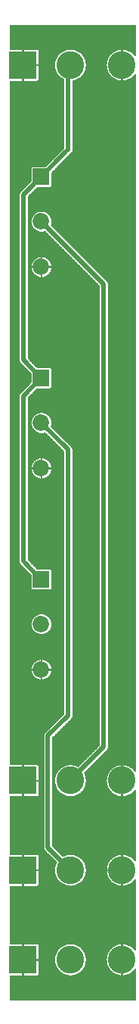
<source format=gtl>
%FSLAX33Y33*%
%MOMM*%
%AMRect-W1850000-H1850000-RO1.000*
21,1,1.85,1.85,0.,0.,180*%
%AMRect-W3100000-H3100000-RO0.500*
21,1,3.1,3.1,0.,0.,270*%
%ADD10C,0.0508*%
%ADD11C,0.508*%
%ADD12C,1.85*%
%ADD13Rect-W1850000-H1850000-RO1.000*%
%ADD14C,3.1*%
%ADD15Rect-W3100000-H3100000-RO0.500*%
D10*
%LNpour fill*%
G01*
X14575Y3919D02*
X14575Y3919D01*
X14519Y3935*
X14492Y3892*
X14490Y3889*
X14211Y3610*
X14208Y3608*
X13873Y3397*
X13871Y3396*
X13497Y3265*
X13495Y3265*
X13193Y3231*
X13176Y3246*
X13176Y3475*
X13024Y3475*
X13024Y3246*
X13007Y3231*
X12705Y3265*
X12703Y3265*
X12329Y3396*
X12327Y3397*
X11992Y3608*
X11989Y3610*
X11710Y3889*
X11708Y3892*
X11497Y4227*
X11496Y4229*
X11365Y4603*
X11365Y4605*
X11320Y4999*
X11320Y5001*
X11365Y5395*
X11365Y5397*
X11496Y5771*
X11497Y5773*
X11708Y6108*
X11710Y6111*
X11989Y6390*
X11992Y6392*
X12327Y6603*
X12329Y6604*
X12703Y6735*
X12705Y6735*
X13007Y6769*
X13024Y6754*
X13024Y6525*
X13176Y6525*
X13176Y6754*
X13193Y6769*
X13495Y6735*
X13497Y6735*
X13871Y6604*
X13873Y6603*
X14208Y6392*
X14211Y6390*
X14490Y6111*
X14492Y6108*
X14519Y6065*
X14575Y6081*
X14575Y13919*
X14519Y13935*
X14492Y13892*
X14490Y13889*
X14211Y13610*
X14208Y13608*
X13873Y13397*
X13871Y13396*
X13497Y13265*
X13495Y13265*
X13193Y13231*
X13176Y13246*
X13176Y13475*
X13024Y13475*
X13024Y13246*
X13007Y13231*
X12705Y13265*
X12703Y13265*
X12329Y13396*
X12327Y13397*
X11992Y13608*
X11989Y13610*
X11710Y13889*
X11708Y13892*
X11497Y14227*
X11496Y14229*
X11365Y14603*
X11365Y14605*
X11331Y14907*
X11346Y14924*
X11575Y14924*
X11575Y15076*
X11346Y15076*
X11331Y15093*
X11365Y15395*
X11365Y15397*
X11496Y15771*
X11497Y15773*
X11708Y16108*
X11710Y16111*
X11989Y16390*
X11992Y16392*
X12327Y16603*
X12329Y16604*
X12703Y16735*
X12705Y16735*
X13007Y16769*
X13024Y16754*
X13024Y16525*
X13176Y16525*
X13176Y16754*
X13193Y16769*
X13495Y16735*
X13497Y16735*
X13871Y16604*
X13873Y16603*
X14208Y16392*
X14211Y16390*
X14490Y16111*
X14492Y16108*
X14519Y16065*
X14575Y16081*
X14575Y23919*
X14519Y23935*
X14492Y23892*
X14490Y23889*
X14211Y23610*
X14208Y23608*
X13873Y23397*
X13871Y23396*
X13497Y23265*
X13495Y23265*
X13193Y23231*
X13176Y23246*
X13176Y23475*
X13024Y23475*
X13024Y23246*
X13007Y23231*
X12705Y23265*
X12703Y23265*
X12329Y23396*
X12327Y23397*
X11992Y23608*
X11989Y23610*
X11710Y23889*
X11708Y23892*
X11497Y24227*
X11496Y24229*
X11365Y24603*
X11365Y24605*
X11320Y24999*
X11320Y25001*
X11365Y25395*
X11365Y25397*
X11496Y25771*
X11497Y25773*
X11708Y26108*
X11710Y26111*
X11989Y26390*
X11992Y26392*
X12327Y26603*
X12329Y26604*
X12703Y26735*
X12705Y26735*
X13007Y26769*
X13024Y26754*
X13024Y26525*
X13176Y26525*
X13176Y26754*
X13193Y26769*
X13495Y26735*
X13497Y26735*
X13871Y26604*
X13873Y26603*
X14208Y26392*
X14211Y26390*
X14490Y26111*
X14492Y26108*
X14519Y26065*
X14575Y26081*
X14575Y103919*
X14519Y103935*
X14492Y103892*
X14490Y103889*
X14211Y103610*
X14208Y103608*
X13873Y103397*
X13871Y103396*
X13497Y103265*
X13495Y103265*
X13193Y103231*
X13176Y103246*
X13176Y103475*
X13024Y103475*
X13024Y103246*
X13007Y103231*
X12705Y103265*
X12703Y103265*
X12329Y103396*
X12327Y103397*
X11992Y103608*
X11989Y103610*
X11710Y103889*
X11708Y103892*
X11497Y104227*
X11496Y104229*
X11365Y104603*
X11365Y104605*
X11320Y104999*
X11320Y105001*
X11365Y105395*
X11365Y105397*
X11496Y105771*
X11497Y105773*
X11708Y106108*
X11710Y106111*
X11989Y106390*
X11992Y106392*
X12327Y106603*
X12329Y106604*
X12703Y106735*
X12705Y106735*
X13007Y106769*
X13024Y106754*
X13024Y106525*
X13176Y106525*
X13176Y106754*
X13193Y106769*
X13495Y106735*
X13497Y106735*
X13871Y106604*
X13873Y106603*
X14208Y106392*
X14211Y106390*
X14490Y106111*
X14492Y106108*
X14519Y106065*
X14575Y106081*
X14575Y109475*
X0525Y109475*
X0525Y106780*
X1909Y106780*
X1924Y106765*
X1924Y106525*
X2076Y106525*
X2076Y106765*
X2091Y106780*
X3550Y106780*
X3551Y106780*
X3585Y106777*
X3587Y106777*
X3620Y106769*
X3622Y106768*
X3653Y106755*
X3655Y106754*
X3684Y106736*
X3686Y106735*
X3712Y106713*
X3713Y106712*
X3735Y106686*
X3736Y106684*
X3754Y106655*
X3755Y106653*
X3768Y106622*
X3769Y106620*
X3777Y106587*
X3777Y106585*
X3780Y106551*
X3780Y106550*
X3780Y105091*
X3765Y105076*
X3525Y105076*
X3525Y104924*
X3765Y104924*
X3780Y104909*
X3780Y103450*
X3780Y103449*
X3777Y103415*
X3777Y103413*
X3769Y103380*
X3768Y103378*
X3755Y103347*
X3754Y103345*
X3736Y103316*
X3735Y103314*
X3713Y103288*
X3712Y103287*
X3686Y103265*
X3684Y103264*
X3655Y103246*
X3653Y103245*
X3622Y103232*
X3620Y103231*
X3587Y103223*
X3585Y103223*
X3552Y103220*
X3551Y103220*
X2091Y103220*
X2076Y103235*
X2076Y103475*
X1924Y103475*
X1924Y103235*
X1909Y103220*
X0525Y103220*
X0525Y26780*
X1909Y26780*
X1924Y26765*
X1924Y26525*
X2076Y26525*
X2076Y26765*
X2091Y26780*
X3550Y26780*
X3551Y26780*
X3585Y26777*
X3587Y26777*
X3620Y26769*
X3622Y26768*
X3653Y26755*
X3655Y26754*
X3684Y26736*
X3686Y26735*
X3712Y26713*
X3713Y26712*
X3735Y26686*
X3736Y26684*
X3754Y26655*
X3755Y26653*
X3768Y26622*
X3769Y26620*
X3777Y26587*
X3777Y26585*
X3780Y26551*
X3780Y26550*
X3780Y25091*
X3765Y25076*
X3525Y25076*
X3525Y24924*
X3765Y24924*
X3780Y24909*
X3780Y23450*
X3780Y23449*
X3777Y23415*
X3777Y23413*
X3769Y23380*
X3768Y23378*
X3755Y23347*
X3754Y23345*
X3736Y23316*
X3735Y23314*
X3713Y23288*
X3712Y23287*
X3686Y23265*
X3684Y23264*
X3655Y23246*
X3653Y23245*
X3622Y23232*
X3620Y23231*
X3587Y23223*
X3585Y23223*
X3552Y23220*
X3551Y23220*
X2091Y23220*
X2076Y23235*
X2076Y23475*
X1924Y23475*
X1924Y23235*
X1909Y23220*
X0525Y23220*
X0525Y16780*
X1909Y16780*
X1924Y16765*
X1924Y16525*
X2076Y16525*
X2076Y16765*
X2091Y16780*
X3550Y16780*
X3551Y16780*
X3585Y16777*
X3587Y16777*
X3620Y16769*
X3622Y16768*
X3653Y16755*
X3655Y16754*
X3684Y16736*
X3686Y16735*
X3712Y16713*
X3713Y16712*
X3735Y16686*
X3736Y16684*
X3754Y16655*
X3755Y16653*
X3768Y16622*
X3769Y16620*
X3777Y16587*
X3777Y16585*
X3780Y16551*
X3780Y16550*
X3780Y15091*
X3765Y15076*
X3525Y15076*
X3525Y14924*
X3765Y14924*
X3780Y14909*
X3780Y13450*
X3780Y13449*
X3777Y13415*
X3777Y13413*
X3769Y13380*
X3768Y13378*
X3755Y13347*
X3754Y13345*
X3736Y13316*
X3735Y13314*
X3713Y13288*
X3712Y13287*
X3686Y13265*
X3684Y13264*
X3655Y13246*
X3653Y13245*
X3622Y13232*
X3620Y13231*
X3587Y13223*
X3585Y13223*
X3552Y13220*
X3551Y13220*
X2091Y13220*
X2076Y13235*
X2076Y13475*
X1924Y13475*
X1924Y13235*
X1909Y13220*
X0525Y13220*
X0525Y6780*
X1909Y6780*
X1924Y6765*
X1924Y6525*
X2076Y6525*
X2076Y6765*
X2091Y6780*
X3550Y6780*
X3551Y6780*
X3585Y6777*
X3587Y6777*
X3620Y6769*
X3622Y6768*
X3653Y6755*
X3655Y6754*
X3684Y6736*
X3686Y6735*
X3712Y6713*
X3713Y6712*
X3735Y6686*
X3736Y6684*
X3754Y6655*
X3755Y6653*
X3768Y6622*
X3769Y6620*
X3777Y6587*
X3777Y6585*
X3780Y6551*
X3780Y6550*
X3780Y5091*
X3765Y5076*
X3525Y5076*
X3525Y4924*
X3765Y4924*
X3780Y4909*
X3780Y3450*
X3780Y3449*
X3777Y3415*
X3777Y3413*
X3769Y3380*
X3768Y3378*
X3755Y3347*
X3754Y3345*
X3736Y3316*
X3735Y3314*
X3713Y3288*
X3712Y3287*
X3686Y3265*
X3684Y3264*
X3655Y3246*
X3653Y3245*
X3622Y3232*
X3620Y3231*
X3587Y3223*
X3585Y3223*
X3552Y3220*
X3551Y3220*
X2091Y3220*
X2076Y3235*
X2076Y3475*
X1924Y3475*
X1924Y3235*
X1909Y3220*
X0525Y3220*
X0525Y0525*
X14575Y0525*
X14575Y3919*
X4977Y46345D02*
X4977Y46345D01*
X5010Y46348*
X5012Y46348*
X5045Y46356*
X5047Y46357*
X5078Y46370*
X5080Y46371*
X5109Y46389*
X5111Y46390*
X5137Y46412*
X5138Y46413*
X5160Y46439*
X5161Y46441*
X5179Y46470*
X5180Y46472*
X5193Y46503*
X5194Y46505*
X5202Y46538*
X5202Y46540*
X5205Y46574*
X5205Y46575*
X5205Y48425*
X5205Y48426*
X5202Y48460*
X5202Y48462*
X5194Y48495*
X5193Y48497*
X5180Y48528*
X5179Y48530*
X5161Y48559*
X5160Y48561*
X5138Y48587*
X5137Y48588*
X5111Y48610*
X5109Y48611*
X5080Y48629*
X5078Y48630*
X5047Y48643*
X5045Y48644*
X5012Y48652*
X5010Y48652*
X4976Y48655*
X4975Y48655*
X3579Y48655*
X2534Y49700*
X2534Y67800*
X3579Y68845*
X4976Y68845*
X4977Y68845*
X5010Y68848*
X5012Y68848*
X5045Y68856*
X5047Y68857*
X5078Y68870*
X5080Y68871*
X5109Y68889*
X5111Y68890*
X5137Y68912*
X5138Y68913*
X5160Y68939*
X5161Y68941*
X5179Y68970*
X5180Y68972*
X5193Y69003*
X5194Y69005*
X5202Y69038*
X5202Y69040*
X5205Y69074*
X5205Y69075*
X5205Y70925*
X5205Y70926*
X5202Y70960*
X5202Y70962*
X5194Y70995*
X5193Y70997*
X5180Y71028*
X5179Y71030*
X5161Y71059*
X5160Y71061*
X5138Y71087*
X5137Y71088*
X5111Y71110*
X5109Y71111*
X5080Y71129*
X5078Y71130*
X5047Y71143*
X5045Y71144*
X5012Y71152*
X5010Y71152*
X4976Y71155*
X4975Y71155*
X3579Y71155*
X2534Y72200*
X2534Y90300*
X3579Y91345*
X4976Y91345*
X4977Y91345*
X5010Y91348*
X5012Y91348*
X5045Y91356*
X5047Y91357*
X5078Y91370*
X5080Y91371*
X5109Y91389*
X5111Y91390*
X5137Y91412*
X5138Y91413*
X5160Y91439*
X5161Y91441*
X5179Y91470*
X5180Y91472*
X5193Y91503*
X5194Y91505*
X5202Y91538*
X5202Y91540*
X5205Y91574*
X5205Y91575*
X5205Y92971*
X7167Y94933*
X7168Y94934*
X7226Y95005*
X7228Y95007*
X7259Y95066*
X7318Y95097*
X7320Y95099*
X7391Y95157*
X7393Y95159*
X7451Y95230*
X7453Y95232*
X7496Y95314*
X7497Y95316*
X7524Y95404*
X7525Y95407*
X7534Y95498*
X7534Y95499*
X7534Y103247*
X7695Y103265*
X7697Y103265*
X8071Y103396*
X8073Y103397*
X8408Y103608*
X8411Y103610*
X8690Y103889*
X8692Y103892*
X8903Y104227*
X8904Y104229*
X9035Y104603*
X9035Y104605*
X9080Y104999*
X9080Y105001*
X9035Y105395*
X9035Y105397*
X8904Y105771*
X8903Y105773*
X8692Y106108*
X8690Y106111*
X8411Y106390*
X8408Y106392*
X8073Y106603*
X8071Y106604*
X7697Y106735*
X7695Y106735*
X7301Y106780*
X7299Y106780*
X6905Y106735*
X6903Y106735*
X6529Y106604*
X6527Y106603*
X6192Y106392*
X6189Y106390*
X5910Y106111*
X5908Y106108*
X5697Y105773*
X5696Y105771*
X5565Y105397*
X5565Y105395*
X5520Y105001*
X5520Y104999*
X5565Y104605*
X5565Y104603*
X5696Y104229*
X5697Y104227*
X5908Y103892*
X5910Y103889*
X6189Y103610*
X6192Y103608*
X6527Y103397*
X6529Y103396*
X6566Y103383*
X6566Y95686*
X6484Y95618*
X6483Y95617*
X4521Y93655*
X3125Y93655*
X3124Y93655*
X3090Y93652*
X3088Y93652*
X3055Y93644*
X3053Y93643*
X3022Y93630*
X3020Y93629*
X2991Y93611*
X2989Y93610*
X2963Y93588*
X2962Y93587*
X2940Y93561*
X2939Y93559*
X2921Y93530*
X2920Y93528*
X2907Y93497*
X2906Y93495*
X2898Y93462*
X2898Y93460*
X2895Y93427*
X2895Y93426*
X2895Y92029*
X1708Y90842*
X1707Y90841*
X1649Y90770*
X1647Y90768*
X1604Y90686*
X1603Y90684*
X1576Y90596*
X1575Y90593*
X1566Y90502*
X1566Y90501*
X1566Y71999*
X1566Y71998*
X1575Y71907*
X1576Y71904*
X1603Y71816*
X1604Y71814*
X1647Y71732*
X1649Y71730*
X1707Y71659*
X1708Y71658*
X2895Y70471*
X2895Y69529*
X1708Y68342*
X1707Y68341*
X1649Y68270*
X1647Y68268*
X1604Y68186*
X1603Y68184*
X1576Y68096*
X1575Y68093*
X1566Y68002*
X1566Y68001*
X1566Y49499*
X1566Y49498*
X1575Y49407*
X1576Y49404*
X1603Y49316*
X1604Y49314*
X1647Y49232*
X1649Y49230*
X1707Y49159*
X1709Y49157*
X1780Y49099*
X1782Y49097*
X1792Y49092*
X1797Y49082*
X1799Y49080*
X1857Y49009*
X1858Y49008*
X2895Y47971*
X2895Y46574*
X2895Y46573*
X2898Y46540*
X2898Y46538*
X2906Y46505*
X2907Y46503*
X2920Y46472*
X2921Y46470*
X2939Y46441*
X2940Y46439*
X2962Y46413*
X2963Y46412*
X2989Y46390*
X2991Y46389*
X3020Y46371*
X3022Y46370*
X3053Y46357*
X3055Y46356*
X3088Y46348*
X3090Y46348*
X3123Y46345*
X3124Y46345*
X4976Y46345*
X4977Y46345*
X7695Y23265D02*
X7695Y23265D01*
X7697Y23265*
X8071Y23396*
X8073Y23397*
X8408Y23608*
X8411Y23610*
X8690Y23889*
X8692Y23892*
X8903Y24227*
X8904Y24229*
X9035Y24603*
X9035Y24605*
X9080Y24999*
X9080Y25001*
X9035Y25395*
X9035Y25397*
X8904Y25771*
X8903Y25773*
X8847Y25863*
X11392Y28408*
X11393Y28409*
X11451Y28480*
X11453Y28482*
X11496Y28564*
X11497Y28566*
X11524Y28654*
X11525Y28657*
X11534Y28748*
X11534Y28749*
X11534Y80501*
X11534Y80502*
X11525Y80593*
X11524Y80596*
X11497Y80684*
X11496Y80686*
X11453Y80768*
X11451Y80770*
X11393Y80841*
X11392Y80842*
X5127Y87107*
X5171Y87222*
X5171Y87225*
X5205Y87498*
X5205Y87502*
X5171Y87775*
X5171Y87778*
X5073Y88035*
X5072Y88038*
X4915Y88264*
X4913Y88267*
X4707Y88449*
X4705Y88451*
X4461Y88579*
X4458Y88580*
X4191Y88646*
X4188Y88646*
X3912Y88646*
X3909Y88646*
X3642Y88580*
X3639Y88579*
X3395Y88451*
X3393Y88449*
X3187Y88267*
X3185Y88264*
X3028Y88038*
X3027Y88035*
X2929Y87778*
X2929Y87775*
X2895Y87502*
X2895Y87498*
X2929Y87225*
X2929Y87222*
X3027Y86965*
X3028Y86962*
X3185Y86736*
X3187Y86733*
X3393Y86551*
X3395Y86549*
X3639Y86421*
X3642Y86420*
X3909Y86354*
X3912Y86354*
X4188Y86354*
X4191Y86354*
X4449Y86418*
X10566Y80300*
X10566Y28950*
X8163Y26547*
X8073Y26603*
X8071Y26604*
X7697Y26735*
X7695Y26735*
X7301Y26780*
X7299Y26780*
X6905Y26735*
X6903Y26735*
X6529Y26604*
X6527Y26603*
X6192Y26392*
X6189Y26390*
X5910Y26111*
X5908Y26108*
X5697Y25773*
X5696Y25771*
X5565Y25397*
X5565Y25395*
X5520Y25001*
X5520Y24999*
X5565Y24605*
X5565Y24603*
X5696Y24229*
X5697Y24227*
X5908Y23892*
X5910Y23889*
X6189Y23610*
X6192Y23608*
X6527Y23397*
X6529Y23396*
X6903Y23265*
X6905Y23265*
X7299Y23220*
X7301Y23220*
X7695Y23265*
X3974Y81289D02*
X3974Y81289D01*
X3974Y81527*
X4126Y81527*
X4126Y81289*
X4141Y81274*
X4188Y81274*
X4191Y81274*
X4458Y81340*
X4461Y81341*
X4705Y81469*
X4707Y81471*
X4913Y81653*
X4915Y81656*
X5072Y81882*
X5073Y81885*
X5171Y82142*
X5171Y82145*
X5193Y82327*
X5178Y82344*
X4950Y82344*
X4950Y82496*
X5178Y82496*
X5193Y82513*
X5171Y82695*
X5171Y82698*
X5073Y82955*
X5072Y82958*
X4915Y83184*
X4913Y83187*
X4707Y83369*
X4705Y83371*
X4461Y83499*
X4458Y83500*
X4191Y83566*
X4188Y83566*
X4141Y83566*
X4126Y83551*
X4126Y83313*
X3974Y83313*
X3974Y83551*
X3959Y83566*
X3912Y83566*
X3909Y83566*
X3642Y83500*
X3639Y83499*
X3395Y83371*
X3393Y83369*
X3187Y83187*
X3185Y83184*
X3028Y82958*
X3027Y82955*
X2929Y82698*
X2929Y82695*
X2907Y82513*
X2922Y82496*
X3150Y82496*
X3150Y82344*
X2922Y82344*
X2907Y82327*
X2929Y82145*
X2929Y82142*
X3027Y81885*
X3028Y81882*
X3185Y81656*
X3187Y81653*
X3393Y81471*
X3395Y81469*
X3639Y81341*
X3642Y81340*
X3909Y81274*
X3912Y81274*
X3959Y81274*
X3974Y81289*
X7695Y13265D02*
X7695Y13265D01*
X7697Y13265*
X8071Y13396*
X8073Y13397*
X8408Y13608*
X8411Y13610*
X8690Y13889*
X8692Y13892*
X8903Y14227*
X8904Y14229*
X9035Y14603*
X9035Y14605*
X9080Y14999*
X9080Y15001*
X9035Y15395*
X9035Y15397*
X8904Y15771*
X8903Y15773*
X8692Y16108*
X8690Y16111*
X8411Y16390*
X8408Y16392*
X8073Y16603*
X8071Y16604*
X7697Y16735*
X7695Y16735*
X7301Y16780*
X7299Y16780*
X6905Y16735*
X6903Y16735*
X6529Y16604*
X6527Y16603*
X6437Y16547*
X5284Y17700*
X5284Y29800*
X7392Y31908*
X7393Y31909*
X7451Y31980*
X7453Y31982*
X7496Y32064*
X7497Y32066*
X7524Y32154*
X7525Y32157*
X7534Y32248*
X7534Y32249*
X7534Y62001*
X7534Y62002*
X7525Y62093*
X7524Y62096*
X7497Y62184*
X7496Y62186*
X7453Y62268*
X7451Y62270*
X7393Y62341*
X7392Y62342*
X5127Y64607*
X5171Y64722*
X5171Y64725*
X5205Y64998*
X5205Y65002*
X5171Y65275*
X5171Y65278*
X5073Y65535*
X5072Y65538*
X4915Y65764*
X4913Y65767*
X4707Y65949*
X4705Y65951*
X4461Y66079*
X4458Y66080*
X4191Y66146*
X4188Y66146*
X3912Y66146*
X3909Y66146*
X3642Y66080*
X3639Y66079*
X3395Y65951*
X3393Y65949*
X3187Y65767*
X3185Y65764*
X3028Y65538*
X3027Y65535*
X2929Y65278*
X2929Y65275*
X2895Y65002*
X2895Y64998*
X2929Y64725*
X2929Y64722*
X3027Y64465*
X3028Y64462*
X3185Y64236*
X3187Y64233*
X3393Y64051*
X3395Y64049*
X3639Y63921*
X3642Y63920*
X3909Y63854*
X3912Y63854*
X4188Y63854*
X4191Y63854*
X4449Y63918*
X6566Y61800*
X6566Y32450*
X4458Y30342*
X4457Y30341*
X4399Y30270*
X4397Y30268*
X4354Y30186*
X4353Y30184*
X4326Y30096*
X4325Y30093*
X4316Y30002*
X4316Y30001*
X4316Y17499*
X4316Y17498*
X4325Y17407*
X4326Y17404*
X4353Y17316*
X4354Y17314*
X4397Y17232*
X4399Y17230*
X4457Y17159*
X4458Y17158*
X5753Y15863*
X5697Y15773*
X5696Y15771*
X5565Y15397*
X5565Y15395*
X5520Y15001*
X5520Y14999*
X5565Y14605*
X5565Y14603*
X5696Y14229*
X5697Y14227*
X5908Y13892*
X5910Y13889*
X6189Y13610*
X6192Y13608*
X6527Y13397*
X6529Y13396*
X6903Y13265*
X6905Y13265*
X7299Y13220*
X7301Y13220*
X7695Y13265*
X3974Y58789D02*
X3974Y58789D01*
X3974Y59027*
X4126Y59027*
X4126Y58789*
X4141Y58774*
X4188Y58774*
X4191Y58774*
X4458Y58840*
X4461Y58841*
X4705Y58969*
X4707Y58971*
X4913Y59153*
X4915Y59156*
X5072Y59382*
X5073Y59385*
X5171Y59642*
X5171Y59645*
X5193Y59827*
X5178Y59844*
X4950Y59844*
X4950Y59996*
X5178Y59996*
X5193Y60013*
X5171Y60195*
X5171Y60198*
X5073Y60455*
X5072Y60458*
X4915Y60684*
X4913Y60687*
X4707Y60869*
X4705Y60871*
X4461Y60999*
X4458Y61000*
X4191Y61066*
X4188Y61066*
X4141Y61066*
X4126Y61051*
X4126Y60813*
X3974Y60813*
X3974Y61051*
X3959Y61066*
X3912Y61066*
X3909Y61066*
X3642Y61000*
X3639Y60999*
X3395Y60871*
X3393Y60869*
X3187Y60687*
X3185Y60684*
X3028Y60458*
X3027Y60455*
X2929Y60198*
X2929Y60195*
X2907Y60013*
X2922Y59996*
X3150Y59996*
X3150Y59844*
X2922Y59844*
X2907Y59827*
X2929Y59645*
X2929Y59642*
X3027Y59385*
X3028Y59382*
X3185Y59156*
X3187Y59153*
X3393Y58971*
X3395Y58969*
X3639Y58841*
X3642Y58840*
X3909Y58774*
X3912Y58774*
X3959Y58774*
X3974Y58789*
X4191Y41354D02*
X4191Y41354D01*
X4458Y41420*
X4461Y41421*
X4705Y41549*
X4707Y41551*
X4913Y41733*
X4915Y41736*
X5072Y41962*
X5073Y41965*
X5171Y42222*
X5171Y42225*
X5205Y42498*
X5205Y42502*
X5171Y42775*
X5171Y42778*
X5073Y43035*
X5072Y43038*
X4915Y43264*
X4913Y43267*
X4707Y43449*
X4705Y43451*
X4461Y43579*
X4458Y43580*
X4191Y43646*
X4188Y43646*
X3912Y43646*
X3909Y43646*
X3642Y43580*
X3639Y43579*
X3395Y43451*
X3393Y43449*
X3187Y43267*
X3185Y43264*
X3028Y43038*
X3027Y43035*
X2929Y42778*
X2929Y42775*
X2895Y42502*
X2895Y42498*
X2929Y42225*
X2929Y42222*
X3027Y41965*
X3028Y41962*
X3185Y41736*
X3187Y41733*
X3393Y41551*
X3395Y41549*
X3639Y41421*
X3642Y41420*
X3909Y41354*
X3912Y41354*
X4188Y41354*
X4191Y41354*
X3974Y36289D02*
X3974Y36289D01*
X3974Y36527*
X4126Y36527*
X4126Y36289*
X4141Y36274*
X4188Y36274*
X4191Y36274*
X4458Y36340*
X4461Y36341*
X4705Y36469*
X4707Y36471*
X4913Y36653*
X4915Y36656*
X5072Y36882*
X5073Y36885*
X5171Y37142*
X5171Y37145*
X5193Y37327*
X5178Y37344*
X4950Y37344*
X4950Y37496*
X5178Y37496*
X5193Y37513*
X5171Y37695*
X5171Y37698*
X5073Y37955*
X5072Y37958*
X4915Y38184*
X4913Y38187*
X4707Y38369*
X4705Y38371*
X4461Y38499*
X4458Y38500*
X4191Y38566*
X4188Y38566*
X4141Y38566*
X4126Y38551*
X4126Y38313*
X3974Y38313*
X3974Y38551*
X3959Y38566*
X3912Y38566*
X3909Y38566*
X3642Y38500*
X3639Y38499*
X3395Y38371*
X3393Y38369*
X3187Y38187*
X3185Y38184*
X3028Y37958*
X3027Y37955*
X2929Y37698*
X2929Y37695*
X2907Y37513*
X2922Y37496*
X3150Y37496*
X3150Y37344*
X2922Y37344*
X2907Y37327*
X2929Y37145*
X2929Y37142*
X3027Y36885*
X3028Y36882*
X3185Y36656*
X3187Y36653*
X3393Y36471*
X3395Y36469*
X3639Y36341*
X3642Y36340*
X3909Y36274*
X3912Y36274*
X3959Y36274*
X3974Y36289*
X7695Y3265D02*
X7695Y3265D01*
X7697Y3265*
X8071Y3396*
X8073Y3397*
X8408Y3608*
X8411Y3610*
X8690Y3889*
X8692Y3892*
X8903Y4227*
X8904Y4229*
X9035Y4603*
X9035Y4605*
X9080Y4999*
X9080Y5001*
X9035Y5395*
X9035Y5397*
X8904Y5771*
X8903Y5773*
X8692Y6108*
X8690Y6111*
X8411Y6390*
X8408Y6392*
X8073Y6603*
X8071Y6604*
X7697Y6735*
X7695Y6735*
X7301Y6780*
X7299Y6780*
X6905Y6735*
X6903Y6735*
X6529Y6604*
X6527Y6603*
X6192Y6392*
X6189Y6390*
X5910Y6111*
X5908Y6108*
X5697Y5773*
X5696Y5771*
X5565Y5397*
X5565Y5395*
X5520Y5001*
X5520Y4999*
X5565Y4605*
X5565Y4603*
X5696Y4229*
X5697Y4227*
X5908Y3892*
X5910Y3889*
X6189Y3610*
X6192Y3608*
X6527Y3397*
X6529Y3396*
X6903Y3265*
X6905Y3265*
X7299Y3220*
X7301Y3220*
X7695Y3265*
X0525Y0550D02*
X14575Y0550D01*
X0525Y0599D02*
X14575Y0599D01*
X0525Y0649D02*
X14575Y0649D01*
X0525Y0698D02*
X14575Y0698D01*
X0525Y0748D02*
X14575Y0748D01*
X0525Y0797D02*
X14575Y0797D01*
X0525Y0847D02*
X14575Y0847D01*
X0525Y0896D02*
X14575Y0896D01*
X0525Y0946D02*
X14575Y0946D01*
X0525Y0995D02*
X14575Y0995D01*
X0525Y1045D02*
X14575Y1045D01*
X0525Y1094D02*
X14575Y1094D01*
X0525Y1144D02*
X14575Y1144D01*
X0525Y1193D02*
X14575Y1193D01*
X0525Y1243D02*
X14575Y1243D01*
X0525Y1292D02*
X14575Y1292D01*
X0525Y1342D02*
X14575Y1342D01*
X0525Y1392D02*
X14575Y1392D01*
X0525Y1441D02*
X14575Y1441D01*
X0525Y1491D02*
X14575Y1491D01*
X0525Y1540D02*
X14575Y1540D01*
X0525Y1590D02*
X14575Y1590D01*
X0525Y1639D02*
X14575Y1639D01*
X0525Y1689D02*
X14575Y1689D01*
X0525Y1738D02*
X14575Y1738D01*
X0525Y1788D02*
X14575Y1788D01*
X0525Y1837D02*
X14575Y1837D01*
X0525Y1887D02*
X14575Y1887D01*
X0525Y1936D02*
X14575Y1936D01*
X0525Y1986D02*
X14575Y1986D01*
X0525Y2035D02*
X14575Y2035D01*
X0525Y2085D02*
X14575Y2085D01*
X0525Y2134D02*
X14575Y2134D01*
X0525Y2184D02*
X14575Y2184D01*
X0525Y2234D02*
X14575Y2234D01*
X0525Y2283D02*
X14575Y2283D01*
X0525Y2333D02*
X14575Y2333D01*
X0525Y2382D02*
X14575Y2382D01*
X0525Y2432D02*
X14575Y2432D01*
X0525Y2481D02*
X14575Y2481D01*
X0525Y2531D02*
X14575Y2531D01*
X0525Y2580D02*
X14575Y2580D01*
X0525Y2630D02*
X14575Y2630D01*
X0525Y2679D02*
X14575Y2679D01*
X0525Y2729D02*
X14575Y2729D01*
X0525Y2778D02*
X14575Y2778D01*
X0525Y2828D02*
X14575Y2828D01*
X0525Y2877D02*
X14575Y2877D01*
X0525Y2927D02*
X14575Y2927D01*
X0525Y2977D02*
X14575Y2977D01*
X0525Y3026D02*
X14575Y3026D01*
X0525Y3076D02*
X14575Y3076D01*
X0525Y3125D02*
X14575Y3125D01*
X0525Y3175D02*
X14575Y3175D01*
X1913Y3224D02*
X2087Y3224D01*
X3590Y3224D02*
X7265Y3224D01*
X7335Y3224D02*
X14575Y3224D01*
X1924Y3274D02*
X2076Y3274D01*
X3696Y3274D02*
X6879Y3274D01*
X7721Y3274D02*
X12679Y3274D01*
X13024Y3274D02*
X13176Y3274D01*
X13521Y3274D02*
X14575Y3274D01*
X1924Y3323D02*
X2076Y3323D01*
X3741Y3323D02*
X6737Y3323D01*
X7863Y3323D02*
X12537Y3323D01*
X13024Y3323D02*
X13176Y3323D01*
X13663Y3323D02*
X14575Y3323D01*
X1924Y3373D02*
X2076Y3373D01*
X3766Y3373D02*
X6596Y3373D01*
X8004Y3373D02*
X12396Y3373D01*
X13024Y3373D02*
X13176Y3373D01*
X13804Y3373D02*
X14575Y3373D01*
X1924Y3422D02*
X2076Y3422D01*
X3777Y3422D02*
X6487Y3422D01*
X8113Y3422D02*
X12287Y3422D01*
X13024Y3422D02*
X13176Y3422D01*
X13913Y3422D02*
X14575Y3422D01*
X1924Y3472D02*
X2076Y3472D01*
X3780Y3472D02*
X6408Y3472D01*
X8192Y3472D02*
X12208Y3472D01*
X13024Y3472D02*
X13176Y3472D01*
X13992Y3472D02*
X14575Y3472D01*
X3780Y3521D02*
X6329Y3521D01*
X8271Y3521D02*
X12129Y3521D01*
X14071Y3521D02*
X14575Y3521D01*
X3780Y3571D02*
X6250Y3571D01*
X8350Y3571D02*
X12050Y3571D01*
X14150Y3571D02*
X14575Y3571D01*
X3780Y3620D02*
X6178Y3620D01*
X8422Y3620D02*
X11978Y3620D01*
X14222Y3620D02*
X14575Y3620D01*
X3780Y3670D02*
X6129Y3670D01*
X8471Y3670D02*
X11929Y3670D01*
X14271Y3670D02*
X14575Y3670D01*
X3780Y3719D02*
X6079Y3719D01*
X8521Y3719D02*
X11879Y3719D01*
X14321Y3719D02*
X14575Y3719D01*
X3780Y3769D02*
X6030Y3769D01*
X8570Y3769D02*
X11830Y3769D01*
X14370Y3769D02*
X14575Y3769D01*
X3780Y3819D02*
X5980Y3819D01*
X8620Y3819D02*
X11780Y3819D01*
X14420Y3819D02*
X14575Y3819D01*
X3780Y3868D02*
X5931Y3868D01*
X8669Y3868D02*
X11731Y3868D01*
X14469Y3868D02*
X14575Y3868D01*
X3780Y3918D02*
X5891Y3918D01*
X8709Y3918D02*
X11691Y3918D01*
X14509Y3918D02*
X14575Y3918D01*
X3780Y3967D02*
X5860Y3967D01*
X8740Y3967D02*
X11660Y3967D01*
X3780Y4017D02*
X5829Y4017D01*
X8771Y4017D02*
X11629Y4017D01*
X3780Y4066D02*
X5798Y4066D01*
X8802Y4066D02*
X11598Y4066D01*
X3780Y4116D02*
X5767Y4116D01*
X8833Y4116D02*
X11567Y4116D01*
X3780Y4165D02*
X5736Y4165D01*
X8864Y4165D02*
X11536Y4165D01*
X3780Y4215D02*
X5705Y4215D01*
X8895Y4215D02*
X11505Y4215D01*
X3780Y4264D02*
X5684Y4264D01*
X8916Y4264D02*
X11484Y4264D01*
X3780Y4314D02*
X5666Y4314D01*
X8934Y4314D02*
X11466Y4314D01*
X3780Y4363D02*
X5649Y4363D01*
X8951Y4363D02*
X11449Y4363D01*
X3780Y4413D02*
X5632Y4413D01*
X8968Y4413D02*
X11432Y4413D01*
X3780Y4462D02*
X5614Y4462D01*
X8986Y4462D02*
X11414Y4462D01*
X3780Y4512D02*
X5597Y4512D01*
X9003Y4512D02*
X11397Y4512D01*
X3780Y4561D02*
X5580Y4561D01*
X9020Y4561D02*
X11380Y4561D01*
X3780Y4611D02*
X5564Y4611D01*
X9036Y4611D02*
X11364Y4611D01*
X3780Y4661D02*
X5558Y4661D01*
X9042Y4661D02*
X11358Y4661D01*
X3780Y4710D02*
X5553Y4710D01*
X9047Y4710D02*
X11353Y4710D01*
X3780Y4760D02*
X5547Y4760D01*
X9053Y4760D02*
X11347Y4760D01*
X3780Y4809D02*
X5542Y4809D01*
X9058Y4809D02*
X11342Y4809D01*
X3780Y4859D02*
X5536Y4859D01*
X9064Y4859D02*
X11336Y4859D01*
X3780Y4908D02*
X5531Y4908D01*
X9069Y4908D02*
X11331Y4908D01*
X3525Y4958D02*
X5525Y4958D01*
X9075Y4958D02*
X11325Y4958D01*
X3525Y5007D02*
X5521Y5007D01*
X9079Y5007D02*
X11321Y5007D01*
X3525Y5057D02*
X5527Y5057D01*
X9073Y5057D02*
X11327Y5057D01*
X3780Y5106D02*
X5532Y5106D01*
X9068Y5106D02*
X11332Y5106D01*
X3780Y5156D02*
X5538Y5156D01*
X9062Y5156D02*
X11338Y5156D01*
X3780Y5205D02*
X5543Y5205D01*
X9057Y5205D02*
X11343Y5205D01*
X3780Y5255D02*
X5549Y5255D01*
X9051Y5255D02*
X11349Y5255D01*
X3780Y5304D02*
X5555Y5304D01*
X9045Y5304D02*
X11355Y5304D01*
X3780Y5354D02*
X5560Y5354D01*
X9040Y5354D02*
X11360Y5354D01*
X3780Y5403D02*
X5567Y5403D01*
X9033Y5403D02*
X11367Y5403D01*
X3780Y5453D02*
X5585Y5453D01*
X9015Y5453D02*
X11385Y5453D01*
X3780Y5503D02*
X5602Y5503D01*
X8998Y5503D02*
X11402Y5503D01*
X3780Y5552D02*
X5619Y5552D01*
X8981Y5552D02*
X11419Y5552D01*
X3780Y5602D02*
X5637Y5602D01*
X8963Y5602D02*
X11437Y5602D01*
X3780Y5651D02*
X5654Y5651D01*
X8946Y5651D02*
X11454Y5651D01*
X3780Y5701D02*
X5671Y5701D01*
X8929Y5701D02*
X11471Y5701D01*
X3780Y5750D02*
X5689Y5750D01*
X8911Y5750D02*
X11489Y5750D01*
X3780Y5800D02*
X5714Y5800D01*
X8886Y5800D02*
X11514Y5800D01*
X3780Y5849D02*
X5745Y5849D01*
X8855Y5849D02*
X11545Y5849D01*
X3780Y5899D02*
X5776Y5899D01*
X8824Y5899D02*
X11576Y5899D01*
X3780Y5948D02*
X5807Y5948D01*
X8793Y5948D02*
X11607Y5948D01*
X3780Y5998D02*
X5838Y5998D01*
X8762Y5998D02*
X11638Y5998D01*
X3780Y6047D02*
X5869Y6047D01*
X8731Y6047D02*
X11669Y6047D01*
X3780Y6097D02*
X5901Y6097D01*
X8699Y6097D02*
X11701Y6097D01*
X14499Y6097D02*
X14575Y6097D01*
X3780Y6146D02*
X5945Y6146D01*
X8655Y6146D02*
X11745Y6146D01*
X14455Y6146D02*
X14575Y6146D01*
X3780Y6196D02*
X5995Y6196D01*
X8605Y6196D02*
X11795Y6196D01*
X14405Y6196D02*
X14575Y6196D01*
X3780Y6245D02*
X6044Y6245D01*
X8556Y6245D02*
X11844Y6245D01*
X14356Y6245D02*
X14575Y6245D01*
X3780Y6295D02*
X6094Y6295D01*
X8506Y6295D02*
X11894Y6295D01*
X14306Y6295D02*
X14575Y6295D01*
X3780Y6345D02*
X6143Y6345D01*
X8457Y6345D02*
X11943Y6345D01*
X14257Y6345D02*
X14575Y6345D01*
X3780Y6394D02*
X6194Y6394D01*
X8406Y6394D02*
X11994Y6394D01*
X14206Y6394D02*
X14575Y6394D01*
X3780Y6444D02*
X6273Y6444D01*
X8327Y6444D02*
X12073Y6444D01*
X14127Y6444D02*
X14575Y6444D01*
X3780Y6493D02*
X6352Y6493D01*
X8248Y6493D02*
X12152Y6493D01*
X14048Y6493D02*
X14575Y6493D01*
X1924Y6543D02*
X2076Y6543D01*
X3780Y6543D02*
X6431Y6543D01*
X8169Y6543D02*
X12231Y6543D01*
X13024Y6543D02*
X13176Y6543D01*
X13969Y6543D02*
X14575Y6543D01*
X1924Y6592D02*
X2076Y6592D01*
X3775Y6592D02*
X6510Y6592D01*
X8090Y6592D02*
X12310Y6592D01*
X13024Y6592D02*
X13176Y6592D01*
X13890Y6592D02*
X14575Y6592D01*
X1924Y6642D02*
X2076Y6642D01*
X3760Y6642D02*
X6637Y6642D01*
X7963Y6642D02*
X12437Y6642D01*
X13024Y6642D02*
X13176Y6642D01*
X13763Y6642D02*
X14575Y6642D01*
X1924Y6691D02*
X2076Y6691D01*
X3730Y6691D02*
X6779Y6691D01*
X7821Y6691D02*
X12579Y6691D01*
X13024Y6691D02*
X13176Y6691D01*
X13621Y6691D02*
X14575Y6691D01*
X1924Y6741D02*
X2076Y6741D01*
X3677Y6741D02*
X6954Y6741D01*
X7646Y6741D02*
X12754Y6741D01*
X13024Y6741D02*
X13176Y6741D01*
X13446Y6741D02*
X14575Y6741D01*
X0525Y6790D02*
X14575Y6790D01*
X0525Y6840D02*
X14575Y6840D01*
X0525Y6889D02*
X14575Y6889D01*
X0525Y6939D02*
X14575Y6939D01*
X0525Y6988D02*
X14575Y6988D01*
X0525Y7038D02*
X14575Y7038D01*
X0525Y7087D02*
X14575Y7087D01*
X0525Y7137D02*
X14575Y7137D01*
X0525Y7187D02*
X14575Y7187D01*
X0525Y7236D02*
X14575Y7236D01*
X0525Y7286D02*
X14575Y7286D01*
X0525Y7335D02*
X14575Y7335D01*
X0525Y7385D02*
X14575Y7385D01*
X0525Y7434D02*
X14575Y7434D01*
X0525Y7484D02*
X14575Y7484D01*
X0525Y7533D02*
X14575Y7533D01*
X0525Y7583D02*
X14575Y7583D01*
X0525Y7632D02*
X14575Y7632D01*
X0525Y7682D02*
X14575Y7682D01*
X0525Y7731D02*
X14575Y7731D01*
X0525Y7781D02*
X14575Y7781D01*
X0525Y7830D02*
X14575Y7830D01*
X0525Y7880D02*
X14575Y7880D01*
X0525Y7929D02*
X14575Y7929D01*
X0525Y7979D02*
X14575Y7979D01*
X0525Y8029D02*
X14575Y8029D01*
X0525Y8078D02*
X14575Y8078D01*
X0525Y8128D02*
X14575Y8128D01*
X0525Y8177D02*
X14575Y8177D01*
X0525Y8227D02*
X14575Y8227D01*
X0525Y8276D02*
X14575Y8276D01*
X0525Y8326D02*
X14575Y8326D01*
X0525Y8375D02*
X14575Y8375D01*
X0525Y8425D02*
X14575Y8425D01*
X0525Y8474D02*
X14575Y8474D01*
X0525Y8524D02*
X14575Y8524D01*
X0525Y8573D02*
X14575Y8573D01*
X0525Y8623D02*
X14575Y8623D01*
X0525Y8672D02*
X14575Y8672D01*
X0525Y8722D02*
X14575Y8722D01*
X0525Y8772D02*
X14575Y8772D01*
X0525Y8821D02*
X14575Y8821D01*
X0525Y8871D02*
X14575Y8871D01*
X0525Y8920D02*
X14575Y8920D01*
X0525Y8970D02*
X14575Y8970D01*
X0525Y9019D02*
X14575Y9019D01*
X0525Y9069D02*
X14575Y9069D01*
X0525Y9118D02*
X14575Y9118D01*
X0525Y9168D02*
X14575Y9168D01*
X0525Y9217D02*
X14575Y9217D01*
X0525Y9267D02*
X14575Y9267D01*
X0525Y9316D02*
X14575Y9316D01*
X0525Y9366D02*
X14575Y9366D01*
X0525Y9415D02*
X14575Y9415D01*
X0525Y9465D02*
X14575Y9465D01*
X0525Y9514D02*
X14575Y9514D01*
X0525Y9564D02*
X14575Y9564D01*
X0525Y9614D02*
X14575Y9614D01*
X0525Y9663D02*
X14575Y9663D01*
X0525Y9713D02*
X14575Y9713D01*
X0525Y9762D02*
X14575Y9762D01*
X0525Y9812D02*
X14575Y9812D01*
X0525Y9861D02*
X14575Y9861D01*
X0525Y9911D02*
X14575Y9911D01*
X0525Y9960D02*
X14575Y9960D01*
X0525Y10010D02*
X14575Y10010D01*
X0525Y10059D02*
X14575Y10059D01*
X0525Y10109D02*
X14575Y10109D01*
X0525Y10158D02*
X14575Y10158D01*
X0525Y10208D02*
X14575Y10208D01*
X0525Y10257D02*
X14575Y10257D01*
X0525Y10307D02*
X14575Y10307D01*
X0525Y10356D02*
X14575Y10356D01*
X0525Y10406D02*
X14575Y10406D01*
X0525Y10456D02*
X14575Y10456D01*
X0525Y10505D02*
X14575Y10505D01*
X0525Y10555D02*
X14575Y10555D01*
X0525Y10604D02*
X14575Y10604D01*
X0525Y10654D02*
X14575Y10654D01*
X0525Y10703D02*
X14575Y10703D01*
X0525Y10753D02*
X14575Y10753D01*
X0525Y10802D02*
X14575Y10802D01*
X0525Y10852D02*
X14575Y10852D01*
X0525Y10901D02*
X14575Y10901D01*
X0525Y10951D02*
X14575Y10951D01*
X0525Y11000D02*
X14575Y11000D01*
X0525Y11050D02*
X14575Y11050D01*
X0525Y11099D02*
X14575Y11099D01*
X0525Y11149D02*
X14575Y11149D01*
X0525Y11198D02*
X14575Y11198D01*
X0525Y11248D02*
X14575Y11248D01*
X0525Y11298D02*
X14575Y11298D01*
X0525Y11347D02*
X14575Y11347D01*
X0525Y11397D02*
X14575Y11397D01*
X0525Y11446D02*
X14575Y11446D01*
X0525Y11496D02*
X14575Y11496D01*
X0525Y11545D02*
X14575Y11545D01*
X0525Y11595D02*
X14575Y11595D01*
X0525Y11644D02*
X14575Y11644D01*
X0525Y11694D02*
X14575Y11694D01*
X0525Y11743D02*
X14575Y11743D01*
X0525Y11793D02*
X14575Y11793D01*
X0525Y11842D02*
X14575Y11842D01*
X0525Y11892D02*
X14575Y11892D01*
X0525Y11941D02*
X14575Y11941D01*
X0525Y11991D02*
X14575Y11991D01*
X0525Y12040D02*
X14575Y12040D01*
X0525Y12090D02*
X14575Y12090D01*
X0525Y12140D02*
X14575Y12140D01*
X0525Y12189D02*
X14575Y12189D01*
X0525Y12239D02*
X14575Y12239D01*
X0525Y12288D02*
X14575Y12288D01*
X0525Y12338D02*
X14575Y12338D01*
X0525Y12387D02*
X14575Y12387D01*
X0525Y12437D02*
X14575Y12437D01*
X0525Y12486D02*
X14575Y12486D01*
X0525Y12536D02*
X14575Y12536D01*
X0525Y12585D02*
X14575Y12585D01*
X0525Y12635D02*
X14575Y12635D01*
X0525Y12684D02*
X14575Y12684D01*
X0525Y12734D02*
X14575Y12734D01*
X0525Y12783D02*
X14575Y12783D01*
X0525Y12833D02*
X14575Y12833D01*
X0525Y12883D02*
X14575Y12883D01*
X0525Y12932D02*
X14575Y12932D01*
X0525Y12982D02*
X14575Y12982D01*
X0525Y13031D02*
X14575Y13031D01*
X0525Y13081D02*
X14575Y13081D01*
X0525Y13130D02*
X14575Y13130D01*
X0525Y13180D02*
X14575Y13180D01*
X1918Y13229D02*
X2082Y13229D01*
X3611Y13229D02*
X7220Y13229D01*
X7380Y13229D02*
X14575Y13229D01*
X1924Y13279D02*
X2076Y13279D01*
X3702Y13279D02*
X6864Y13279D01*
X7736Y13279D02*
X12664Y13279D01*
X13024Y13279D02*
X13176Y13279D01*
X13536Y13279D02*
X14575Y13279D01*
X1924Y13328D02*
X2076Y13328D01*
X3744Y13328D02*
X6723Y13328D01*
X7877Y13328D02*
X12523Y13328D01*
X13024Y13328D02*
X13176Y13328D01*
X13677Y13328D02*
X14575Y13328D01*
X1924Y13378D02*
X2076Y13378D01*
X3768Y13378D02*
X6581Y13378D01*
X8019Y13378D02*
X12381Y13378D01*
X13024Y13378D02*
X13176Y13378D01*
X13819Y13378D02*
X14575Y13378D01*
X1924Y13427D02*
X2076Y13427D01*
X3778Y13427D02*
X6479Y13427D01*
X8121Y13427D02*
X12279Y13427D01*
X13024Y13427D02*
X13176Y13427D01*
X13921Y13427D02*
X14575Y13427D01*
X3780Y13477D02*
X6400Y13477D01*
X8200Y13477D02*
X12200Y13477D01*
X14000Y13477D02*
X14575Y13477D01*
X3780Y13526D02*
X6321Y13526D01*
X8279Y13526D02*
X12121Y13526D01*
X14079Y13526D02*
X14575Y13526D01*
X3780Y13576D02*
X6242Y13576D01*
X8358Y13576D02*
X12042Y13576D01*
X14158Y13576D02*
X14575Y13576D01*
X3780Y13625D02*
X6173Y13625D01*
X8427Y13625D02*
X11973Y13625D01*
X14227Y13625D02*
X14575Y13625D01*
X3780Y13675D02*
X6124Y13675D01*
X8476Y13675D02*
X11924Y13675D01*
X14276Y13675D02*
X14575Y13675D01*
X3780Y13725D02*
X6074Y13725D01*
X8526Y13725D02*
X11874Y13725D01*
X14326Y13725D02*
X14575Y13725D01*
X3780Y13774D02*
X6025Y13774D01*
X8575Y13774D02*
X11825Y13774D01*
X14375Y13774D02*
X14575Y13774D01*
X3780Y13824D02*
X5975Y13824D01*
X8625Y13824D02*
X11775Y13824D01*
X14425Y13824D02*
X14575Y13824D01*
X3780Y13873D02*
X5926Y13873D01*
X8674Y13873D02*
X11726Y13873D01*
X14474Y13873D02*
X14575Y13873D01*
X3780Y13923D02*
X5888Y13923D01*
X8712Y13923D02*
X11688Y13923D01*
X14512Y13923D02*
X14562Y13923D01*
X3780Y13972D02*
X5857Y13972D01*
X8743Y13972D02*
X11657Y13972D01*
X3780Y14022D02*
X5826Y14022D01*
X8774Y14022D02*
X11626Y14022D01*
X3780Y14071D02*
X5795Y14071D01*
X8805Y14071D02*
X11595Y14071D01*
X3780Y14121D02*
X5764Y14121D01*
X8836Y14121D02*
X11564Y14121D01*
X3780Y14170D02*
X5733Y14170D01*
X8867Y14170D02*
X11533Y14170D01*
X3780Y14220D02*
X5702Y14220D01*
X8898Y14220D02*
X11502Y14220D01*
X3780Y14269D02*
X5682Y14269D01*
X8918Y14269D02*
X11482Y14269D01*
X3780Y14319D02*
X5665Y14319D01*
X8935Y14319D02*
X11465Y14319D01*
X3780Y14368D02*
X5647Y14368D01*
X8953Y14368D02*
X11447Y14368D01*
X3780Y14418D02*
X5630Y14418D01*
X8970Y14418D02*
X11430Y14418D01*
X3780Y14467D02*
X5613Y14467D01*
X8987Y14467D02*
X11413Y14467D01*
X3780Y14517D02*
X5595Y14517D01*
X9005Y14517D02*
X11395Y14517D01*
X3780Y14567D02*
X5578Y14567D01*
X9022Y14567D02*
X11378Y14567D01*
X3780Y14616D02*
X5563Y14616D01*
X9036Y14616D02*
X11363Y14616D01*
X3780Y14666D02*
X5558Y14666D01*
X9042Y14666D02*
X11358Y14666D01*
X3780Y14715D02*
X5552Y14715D01*
X9048Y14715D02*
X11352Y14715D01*
X3780Y14765D02*
X5547Y14765D01*
X9053Y14765D02*
X11347Y14765D01*
X3780Y14814D02*
X5541Y14814D01*
X9059Y14814D02*
X11341Y14814D01*
X3780Y14864D02*
X5536Y14864D01*
X9064Y14864D02*
X11336Y14864D01*
X3775Y14913D02*
X5530Y14913D01*
X9070Y14913D02*
X11336Y14913D01*
X3525Y14963D02*
X5524Y14963D01*
X9076Y14963D02*
X11575Y14963D01*
X3525Y15012D02*
X5522Y15012D01*
X9078Y15012D02*
X11575Y15012D01*
X3525Y15062D02*
X5527Y15062D01*
X9073Y15062D02*
X11575Y15062D01*
X3780Y15111D02*
X5533Y15111D01*
X9067Y15111D02*
X11333Y15111D01*
X3780Y15161D02*
X5538Y15161D01*
X9062Y15161D02*
X11338Y15161D01*
X3780Y15210D02*
X5544Y15210D01*
X9056Y15210D02*
X11344Y15210D01*
X3780Y15260D02*
X5550Y15260D01*
X9050Y15260D02*
X11350Y15260D01*
X3780Y15309D02*
X5555Y15309D01*
X9045Y15309D02*
X11355Y15309D01*
X3780Y15359D02*
X5561Y15359D01*
X9039Y15359D02*
X11361Y15359D01*
X3780Y15409D02*
X5569Y15409D01*
X9031Y15409D02*
X11369Y15409D01*
X3780Y15458D02*
X5587Y15458D01*
X9013Y15458D02*
X11387Y15458D01*
X3780Y15508D02*
X5604Y15508D01*
X8996Y15508D02*
X11404Y15508D01*
X3780Y15557D02*
X5621Y15557D01*
X8979Y15557D02*
X11421Y15557D01*
X3780Y15607D02*
X5639Y15607D01*
X8961Y15607D02*
X11439Y15607D01*
X3780Y15656D02*
X5656Y15656D01*
X8944Y15656D02*
X11456Y15656D01*
X3780Y15706D02*
X5673Y15706D01*
X8927Y15706D02*
X11473Y15706D01*
X3780Y15755D02*
X5691Y15755D01*
X8909Y15755D02*
X11491Y15755D01*
X3780Y15805D02*
X5717Y15805D01*
X8883Y15805D02*
X11517Y15805D01*
X3780Y15854D02*
X5748Y15854D01*
X8852Y15854D02*
X11548Y15854D01*
X3780Y15904D02*
X5712Y15904D01*
X8821Y15904D02*
X11579Y15904D01*
X3780Y15953D02*
X5663Y15953D01*
X8790Y15953D02*
X11610Y15953D01*
X3780Y16003D02*
X5613Y16003D01*
X8759Y16003D02*
X11641Y16003D01*
X3780Y16052D02*
X5564Y16052D01*
X8727Y16052D02*
X11673Y16052D01*
X3780Y16102D02*
X5514Y16102D01*
X8696Y16102D02*
X11704Y16102D01*
X14496Y16102D02*
X14575Y16102D01*
X3780Y16151D02*
X5465Y16151D01*
X8650Y16151D02*
X11750Y16151D01*
X14450Y16151D02*
X14575Y16151D01*
X3780Y16201D02*
X5415Y16201D01*
X8600Y16201D02*
X11800Y16201D01*
X14400Y16201D02*
X14575Y16201D01*
X3780Y16251D02*
X5366Y16251D01*
X8551Y16251D02*
X11849Y16251D01*
X14351Y16251D02*
X14575Y16251D01*
X3780Y16300D02*
X5316Y16300D01*
X8501Y16300D02*
X11899Y16300D01*
X14301Y16300D02*
X14575Y16300D01*
X3780Y16350D02*
X5266Y16350D01*
X8452Y16350D02*
X11948Y16350D01*
X14252Y16350D02*
X14575Y16350D01*
X3780Y16399D02*
X5217Y16399D01*
X8397Y16399D02*
X12003Y16399D01*
X14197Y16399D02*
X14575Y16399D01*
X3780Y16449D02*
X5167Y16449D01*
X8319Y16449D02*
X12081Y16449D01*
X14119Y16449D02*
X14575Y16449D01*
X3780Y16498D02*
X5118Y16498D01*
X8240Y16498D02*
X12160Y16498D01*
X14040Y16498D02*
X14575Y16498D01*
X1924Y16548D02*
X2076Y16548D01*
X3780Y16548D02*
X5068Y16548D01*
X6436Y16548D02*
X6439Y16548D01*
X8161Y16548D02*
X12239Y16548D01*
X13024Y16548D02*
X13176Y16548D01*
X13961Y16548D02*
X14575Y16548D01*
X1924Y16597D02*
X2076Y16597D01*
X3774Y16597D02*
X5019Y16597D01*
X6387Y16597D02*
X6518Y16597D01*
X8082Y16597D02*
X12318Y16597D01*
X13024Y16597D02*
X13176Y16597D01*
X13882Y16597D02*
X14575Y16597D01*
X1924Y16647D02*
X2076Y16647D01*
X3758Y16647D02*
X4969Y16647D01*
X6337Y16647D02*
X6651Y16647D01*
X7949Y16647D02*
X12451Y16647D01*
X13024Y16647D02*
X13176Y16647D01*
X13749Y16647D02*
X14575Y16647D01*
X1924Y16696D02*
X2076Y16696D01*
X3726Y16696D02*
X4920Y16696D01*
X6288Y16696D02*
X6793Y16696D01*
X7807Y16696D02*
X12593Y16696D01*
X13024Y16696D02*
X13176Y16696D01*
X13607Y16696D02*
X14575Y16696D01*
X1924Y16746D02*
X2076Y16746D01*
X3669Y16746D02*
X4870Y16746D01*
X6238Y16746D02*
X6999Y16746D01*
X7601Y16746D02*
X12799Y16746D01*
X13024Y16746D02*
X13176Y16746D01*
X13401Y16746D02*
X14575Y16746D01*
X0525Y16795D02*
X4821Y16795D01*
X6189Y16795D02*
X14575Y16795D01*
X0525Y16845D02*
X4771Y16845D01*
X6139Y16845D02*
X14575Y16845D01*
X0525Y16894D02*
X4722Y16894D01*
X6089Y16894D02*
X14575Y16894D01*
X0525Y16944D02*
X4672Y16944D01*
X6040Y16944D02*
X14575Y16944D01*
X0525Y16993D02*
X4623Y16993D01*
X5990Y16993D02*
X14575Y16993D01*
X0525Y17043D02*
X4573Y17043D01*
X5941Y17043D02*
X14575Y17043D01*
X0525Y17093D02*
X4524Y17093D01*
X5891Y17093D02*
X14575Y17093D01*
X0525Y17142D02*
X4474Y17142D01*
X5842Y17142D02*
X14575Y17142D01*
X0525Y17192D02*
X4430Y17192D01*
X5792Y17192D02*
X14575Y17192D01*
X0525Y17241D02*
X4393Y17241D01*
X5743Y17241D02*
X14575Y17241D01*
X0525Y17291D02*
X4366Y17291D01*
X5693Y17291D02*
X14575Y17291D01*
X0525Y17340D02*
X4345Y17340D01*
X5644Y17340D02*
X14575Y17340D01*
X0525Y17390D02*
X4330Y17390D01*
X5594Y17390D02*
X14575Y17390D01*
X0525Y17439D02*
X4322Y17439D01*
X5545Y17439D02*
X14575Y17439D01*
X0525Y17489D02*
X4317Y17489D01*
X5495Y17489D02*
X14575Y17489D01*
X0525Y17538D02*
X4316Y17538D01*
X5446Y17538D02*
X14575Y17538D01*
X0525Y17588D02*
X4316Y17588D01*
X5396Y17588D02*
X14575Y17588D01*
X0525Y17637D02*
X4316Y17637D01*
X5347Y17637D02*
X14575Y17637D01*
X0525Y17687D02*
X4316Y17687D01*
X5297Y17687D02*
X14575Y17687D01*
X0525Y17736D02*
X4316Y17736D01*
X5284Y17736D02*
X14575Y17736D01*
X0525Y17786D02*
X4316Y17786D01*
X5284Y17786D02*
X14575Y17786D01*
X0525Y17835D02*
X4316Y17835D01*
X5284Y17835D02*
X14575Y17835D01*
X0525Y17885D02*
X4316Y17885D01*
X5284Y17885D02*
X14575Y17885D01*
X0525Y17935D02*
X4316Y17935D01*
X5284Y17935D02*
X14575Y17935D01*
X0525Y17984D02*
X4316Y17984D01*
X5284Y17984D02*
X14575Y17984D01*
X0525Y18034D02*
X4316Y18034D01*
X5284Y18034D02*
X14575Y18034D01*
X0525Y18083D02*
X4316Y18083D01*
X5284Y18083D02*
X14575Y18083D01*
X0525Y18133D02*
X4316Y18133D01*
X5284Y18133D02*
X14575Y18133D01*
X0525Y18182D02*
X4316Y18182D01*
X5284Y18182D02*
X14575Y18182D01*
X0525Y18232D02*
X4316Y18232D01*
X5284Y18232D02*
X14575Y18232D01*
X0525Y18281D02*
X4316Y18281D01*
X5284Y18281D02*
X14575Y18281D01*
X0525Y18331D02*
X4316Y18331D01*
X5284Y18331D02*
X14575Y18331D01*
X0525Y18380D02*
X4316Y18380D01*
X5284Y18380D02*
X14575Y18380D01*
X0525Y18430D02*
X4316Y18430D01*
X5284Y18430D02*
X14575Y18430D01*
X0525Y18479D02*
X4316Y18479D01*
X5284Y18479D02*
X14575Y18479D01*
X0525Y18529D02*
X4316Y18529D01*
X5284Y18529D02*
X14575Y18529D01*
X0525Y18578D02*
X4316Y18578D01*
X5284Y18578D02*
X14575Y18578D01*
X0525Y18628D02*
X4316Y18628D01*
X5284Y18628D02*
X14575Y18628D01*
X0525Y18678D02*
X4316Y18678D01*
X5284Y18678D02*
X14575Y18678D01*
X0525Y18727D02*
X4316Y18727D01*
X5284Y18727D02*
X14575Y18727D01*
X0525Y18777D02*
X4316Y18777D01*
X5284Y18777D02*
X14575Y18777D01*
X0525Y18826D02*
X4316Y18826D01*
X5284Y18826D02*
X14575Y18826D01*
X0525Y18876D02*
X4316Y18876D01*
X5284Y18876D02*
X14575Y18876D01*
X0525Y18925D02*
X4316Y18925D01*
X5284Y18925D02*
X14575Y18925D01*
X0525Y18975D02*
X4316Y18975D01*
X5284Y18975D02*
X14575Y18975D01*
X0525Y19024D02*
X4316Y19024D01*
X5284Y19024D02*
X14575Y19024D01*
X0525Y19074D02*
X4316Y19074D01*
X5284Y19074D02*
X14575Y19074D01*
X0525Y19123D02*
X4316Y19123D01*
X5284Y19123D02*
X14575Y19123D01*
X0525Y19173D02*
X4316Y19173D01*
X5284Y19173D02*
X14575Y19173D01*
X0525Y19222D02*
X4316Y19222D01*
X5284Y19222D02*
X14575Y19222D01*
X0525Y19272D02*
X4316Y19272D01*
X5284Y19272D02*
X14575Y19272D01*
X0525Y19321D02*
X4316Y19321D01*
X5284Y19321D02*
X14575Y19321D01*
X0525Y19371D02*
X4316Y19371D01*
X5284Y19371D02*
X14575Y19371D01*
X0525Y19420D02*
X4316Y19420D01*
X5284Y19420D02*
X14575Y19420D01*
X0525Y19470D02*
X4316Y19470D01*
X5284Y19470D02*
X14575Y19470D01*
X0525Y19520D02*
X4316Y19520D01*
X5284Y19520D02*
X14575Y19520D01*
X0525Y19569D02*
X4316Y19569D01*
X5284Y19569D02*
X14575Y19569D01*
X0525Y19619D02*
X4316Y19619D01*
X5284Y19619D02*
X14575Y19619D01*
X0525Y19668D02*
X4316Y19668D01*
X5284Y19668D02*
X14575Y19668D01*
X0525Y19718D02*
X4316Y19718D01*
X5284Y19718D02*
X14575Y19718D01*
X0525Y19767D02*
X4316Y19767D01*
X5284Y19767D02*
X14575Y19767D01*
X0525Y19817D02*
X4316Y19817D01*
X5284Y19817D02*
X14575Y19817D01*
X0525Y19866D02*
X4316Y19866D01*
X5284Y19866D02*
X14575Y19866D01*
X0525Y19916D02*
X4316Y19916D01*
X5284Y19916D02*
X14575Y19916D01*
X0525Y19965D02*
X4316Y19965D01*
X5284Y19965D02*
X14575Y19965D01*
X0525Y20015D02*
X4316Y20015D01*
X5284Y20015D02*
X14575Y20015D01*
X0525Y20064D02*
X4316Y20064D01*
X5284Y20064D02*
X14575Y20064D01*
X0525Y20114D02*
X4316Y20114D01*
X5284Y20114D02*
X14575Y20114D01*
X0525Y20163D02*
X4316Y20163D01*
X5284Y20163D02*
X14575Y20163D01*
X0525Y20213D02*
X4316Y20213D01*
X5284Y20213D02*
X14575Y20213D01*
X0525Y20262D02*
X4316Y20262D01*
X5284Y20262D02*
X14575Y20262D01*
X0525Y20312D02*
X4316Y20312D01*
X5284Y20312D02*
X14575Y20312D01*
X0525Y20362D02*
X4316Y20362D01*
X5284Y20362D02*
X14575Y20362D01*
X0525Y20411D02*
X4316Y20411D01*
X5284Y20411D02*
X14575Y20411D01*
X0525Y20461D02*
X4316Y20461D01*
X5284Y20461D02*
X14575Y20461D01*
X0525Y20510D02*
X4316Y20510D01*
X5284Y20510D02*
X14575Y20510D01*
X0525Y20560D02*
X4316Y20560D01*
X5284Y20560D02*
X14575Y20560D01*
X0525Y20609D02*
X4316Y20609D01*
X5284Y20609D02*
X14575Y20609D01*
X0525Y20659D02*
X4316Y20659D01*
X5284Y20659D02*
X14575Y20659D01*
X0525Y20708D02*
X4316Y20708D01*
X5284Y20708D02*
X14575Y20708D01*
X0525Y20758D02*
X4316Y20758D01*
X5284Y20758D02*
X14575Y20758D01*
X0525Y20807D02*
X4316Y20807D01*
X5284Y20807D02*
X14575Y20807D01*
X0525Y20857D02*
X4316Y20857D01*
X5284Y20857D02*
X14575Y20857D01*
X0525Y20906D02*
X4316Y20906D01*
X5284Y20906D02*
X14575Y20906D01*
X0525Y20956D02*
X4316Y20956D01*
X5284Y20956D02*
X14575Y20956D01*
X0525Y21005D02*
X4316Y21005D01*
X5284Y21005D02*
X14575Y21005D01*
X0525Y21055D02*
X4316Y21055D01*
X5284Y21055D02*
X14575Y21055D01*
X0525Y21104D02*
X4316Y21104D01*
X5284Y21104D02*
X14575Y21104D01*
X0525Y21154D02*
X4316Y21154D01*
X5284Y21154D02*
X14575Y21154D01*
X0525Y21204D02*
X4316Y21204D01*
X5284Y21204D02*
X14575Y21204D01*
X0525Y21253D02*
X4316Y21253D01*
X5284Y21253D02*
X14575Y21253D01*
X0525Y21303D02*
X4316Y21303D01*
X5284Y21303D02*
X14575Y21303D01*
X0525Y21352D02*
X4316Y21352D01*
X5284Y21352D02*
X14575Y21352D01*
X0525Y21402D02*
X4316Y21402D01*
X5284Y21402D02*
X14575Y21402D01*
X0525Y21451D02*
X4316Y21451D01*
X5284Y21451D02*
X14575Y21451D01*
X0525Y21501D02*
X4316Y21501D01*
X5284Y21501D02*
X14575Y21501D01*
X0525Y21550D02*
X4316Y21550D01*
X5284Y21550D02*
X14575Y21550D01*
X0525Y21600D02*
X4316Y21600D01*
X5284Y21600D02*
X14575Y21600D01*
X0525Y21649D02*
X4316Y21649D01*
X5284Y21649D02*
X14575Y21649D01*
X0525Y21699D02*
X4316Y21699D01*
X5284Y21699D02*
X14575Y21699D01*
X0525Y21748D02*
X4316Y21748D01*
X5284Y21748D02*
X14575Y21748D01*
X0525Y21798D02*
X4316Y21798D01*
X5284Y21798D02*
X14575Y21798D01*
X0525Y21847D02*
X4316Y21847D01*
X5284Y21847D02*
X14575Y21847D01*
X0525Y21897D02*
X4316Y21897D01*
X5284Y21897D02*
X14575Y21897D01*
X0525Y21946D02*
X4316Y21946D01*
X5284Y21946D02*
X14575Y21946D01*
X0525Y21996D02*
X4316Y21996D01*
X5284Y21996D02*
X14575Y21996D01*
X0525Y22046D02*
X4316Y22046D01*
X5284Y22046D02*
X14575Y22046D01*
X0525Y22095D02*
X4316Y22095D01*
X5284Y22095D02*
X14575Y22095D01*
X0525Y22145D02*
X4316Y22145D01*
X5284Y22145D02*
X14575Y22145D01*
X0525Y22194D02*
X4316Y22194D01*
X5284Y22194D02*
X14575Y22194D01*
X0525Y22244D02*
X4316Y22244D01*
X5284Y22244D02*
X14575Y22244D01*
X0525Y22293D02*
X4316Y22293D01*
X5284Y22293D02*
X14575Y22293D01*
X0525Y22343D02*
X4316Y22343D01*
X5284Y22343D02*
X14575Y22343D01*
X0525Y22392D02*
X4316Y22392D01*
X5284Y22392D02*
X14575Y22392D01*
X0525Y22442D02*
X4316Y22442D01*
X5284Y22442D02*
X14575Y22442D01*
X0525Y22491D02*
X4316Y22491D01*
X5284Y22491D02*
X14575Y22491D01*
X0525Y22541D02*
X4316Y22541D01*
X5284Y22541D02*
X14575Y22541D01*
X0525Y22590D02*
X4316Y22590D01*
X5284Y22590D02*
X14575Y22590D01*
X0525Y22640D02*
X4316Y22640D01*
X5284Y22640D02*
X14575Y22640D01*
X0525Y22689D02*
X4316Y22689D01*
X5284Y22689D02*
X14575Y22689D01*
X0525Y22739D02*
X4316Y22739D01*
X5284Y22739D02*
X14575Y22739D01*
X0525Y22788D02*
X4316Y22788D01*
X5284Y22788D02*
X14575Y22788D01*
X0525Y22838D02*
X4316Y22838D01*
X5284Y22838D02*
X14575Y22838D01*
X0525Y22888D02*
X4316Y22888D01*
X5284Y22888D02*
X14575Y22888D01*
X0525Y22937D02*
X4316Y22937D01*
X5284Y22937D02*
X14575Y22937D01*
X0525Y22987D02*
X4316Y22987D01*
X5284Y22987D02*
X14575Y22987D01*
X0525Y23036D02*
X4316Y23036D01*
X5284Y23036D02*
X14575Y23036D01*
X0525Y23086D02*
X4316Y23086D01*
X5284Y23086D02*
X14575Y23086D01*
X0525Y23135D02*
X4316Y23135D01*
X5284Y23135D02*
X14575Y23135D01*
X0525Y23185D02*
X4316Y23185D01*
X5284Y23185D02*
X14575Y23185D01*
X1923Y23234D02*
X2077Y23234D01*
X3628Y23234D02*
X4316Y23234D01*
X5284Y23234D02*
X7175Y23234D01*
X7425Y23234D02*
X12975Y23234D01*
X13011Y23234D02*
X13189Y23234D01*
X13225Y23234D02*
X14575Y23234D01*
X1924Y23284D02*
X2076Y23284D01*
X3708Y23284D02*
X4316Y23284D01*
X5284Y23284D02*
X6850Y23284D01*
X7750Y23284D02*
X12650Y23284D01*
X13024Y23284D02*
X13176Y23284D01*
X13550Y23284D02*
X14575Y23284D01*
X1924Y23333D02*
X2076Y23333D01*
X3747Y23333D02*
X4316Y23333D01*
X5284Y23333D02*
X6708Y23333D01*
X7892Y23333D02*
X12508Y23333D01*
X13024Y23333D02*
X13176Y23333D01*
X13692Y23333D02*
X14575Y23333D01*
X1924Y23383D02*
X2076Y23383D01*
X3769Y23383D02*
X4316Y23383D01*
X5284Y23383D02*
X6567Y23383D01*
X8033Y23383D02*
X12367Y23383D01*
X13024Y23383D02*
X13176Y23383D01*
X13833Y23383D02*
X14575Y23383D01*
X1924Y23432D02*
X2076Y23432D01*
X3778Y23432D02*
X4316Y23432D01*
X5284Y23432D02*
X6471Y23432D01*
X8129Y23432D02*
X12271Y23432D01*
X13024Y23432D02*
X13176Y23432D01*
X13929Y23432D02*
X14575Y23432D01*
X3780Y23482D02*
X4316Y23482D01*
X5284Y23482D02*
X6392Y23482D01*
X8208Y23482D02*
X12192Y23482D01*
X14008Y23482D02*
X14575Y23482D01*
X3780Y23531D02*
X4316Y23531D01*
X5284Y23531D02*
X6313Y23531D01*
X8287Y23531D02*
X12113Y23531D01*
X14087Y23531D02*
X14575Y23531D01*
X3780Y23581D02*
X4316Y23581D01*
X5284Y23581D02*
X6234Y23581D01*
X8366Y23581D02*
X12034Y23581D01*
X14166Y23581D02*
X14575Y23581D01*
X3780Y23631D02*
X4316Y23631D01*
X5284Y23631D02*
X6168Y23631D01*
X8432Y23631D02*
X11968Y23631D01*
X14232Y23631D02*
X14575Y23631D01*
X3780Y23680D02*
X4316Y23680D01*
X5284Y23680D02*
X6119Y23680D01*
X8481Y23680D02*
X11919Y23680D01*
X14281Y23680D02*
X14575Y23680D01*
X3780Y23730D02*
X4316Y23730D01*
X5284Y23730D02*
X6069Y23730D01*
X8531Y23730D02*
X11869Y23730D01*
X14331Y23730D02*
X14575Y23730D01*
X3780Y23779D02*
X4316Y23779D01*
X5284Y23779D02*
X6020Y23779D01*
X8580Y23779D02*
X11820Y23779D01*
X14380Y23779D02*
X14575Y23779D01*
X3780Y23829D02*
X4316Y23829D01*
X5284Y23829D02*
X5970Y23829D01*
X8630Y23829D02*
X11770Y23829D01*
X14430Y23829D02*
X14575Y23829D01*
X3780Y23878D02*
X4316Y23878D01*
X5284Y23878D02*
X5921Y23878D01*
X8679Y23878D02*
X11721Y23878D01*
X14479Y23878D02*
X14575Y23878D01*
X3780Y23928D02*
X4316Y23928D01*
X5284Y23928D02*
X5885Y23928D01*
X8715Y23928D02*
X11685Y23928D01*
X14515Y23928D02*
X14545Y23928D01*
X3780Y23977D02*
X4316Y23977D01*
X5284Y23977D02*
X5854Y23977D01*
X8746Y23977D02*
X11654Y23977D01*
X3780Y24027D02*
X4316Y24027D01*
X5284Y24027D02*
X5823Y24027D01*
X8777Y24027D02*
X11623Y24027D01*
X3780Y24076D02*
X4316Y24076D01*
X5284Y24076D02*
X5792Y24076D01*
X8808Y24076D02*
X11592Y24076D01*
X3780Y24126D02*
X4316Y24126D01*
X5284Y24126D02*
X5761Y24126D01*
X8839Y24126D02*
X11561Y24126D01*
X3780Y24175D02*
X4316Y24175D01*
X5284Y24175D02*
X5729Y24175D01*
X8871Y24175D02*
X11529Y24175D01*
X3780Y24225D02*
X4316Y24225D01*
X5284Y24225D02*
X5698Y24225D01*
X8902Y24225D02*
X11498Y24225D01*
X3780Y24274D02*
X4316Y24274D01*
X5284Y24274D02*
X5680Y24274D01*
X8920Y24274D02*
X11480Y24274D01*
X3780Y24324D02*
X4316Y24324D01*
X5284Y24324D02*
X5663Y24324D01*
X8937Y24324D02*
X11463Y24324D01*
X3780Y24373D02*
X4316Y24373D01*
X5284Y24373D02*
X5646Y24373D01*
X8954Y24373D02*
X11446Y24373D01*
X3780Y24423D02*
X4316Y24423D01*
X5284Y24423D02*
X5628Y24423D01*
X8972Y24423D02*
X11428Y24423D01*
X3780Y24473D02*
X4316Y24473D01*
X5284Y24473D02*
X5611Y24473D01*
X8989Y24473D02*
X11411Y24473D01*
X3780Y24522D02*
X4316Y24522D01*
X5284Y24522D02*
X5594Y24522D01*
X9006Y24522D02*
X11394Y24522D01*
X3780Y24572D02*
X4316Y24572D01*
X5284Y24572D02*
X5576Y24572D01*
X9024Y24572D02*
X11376Y24572D01*
X3780Y24621D02*
X4316Y24621D01*
X5284Y24621D02*
X5563Y24621D01*
X9037Y24621D02*
X11363Y24621D01*
X3780Y24671D02*
X4316Y24671D01*
X5284Y24671D02*
X5557Y24671D01*
X9043Y24671D02*
X11357Y24671D01*
X3780Y24720D02*
X4316Y24720D01*
X5284Y24720D02*
X5552Y24720D01*
X9048Y24720D02*
X11352Y24720D01*
X3780Y24770D02*
X4316Y24770D01*
X5284Y24770D02*
X5546Y24770D01*
X9054Y24770D02*
X11346Y24770D01*
X3780Y24819D02*
X4316Y24819D01*
X5284Y24819D02*
X5541Y24819D01*
X9059Y24819D02*
X11341Y24819D01*
X3780Y24869D02*
X4316Y24869D01*
X5284Y24869D02*
X5535Y24869D01*
X9065Y24869D02*
X11335Y24869D01*
X3770Y24918D02*
X4316Y24918D01*
X5284Y24918D02*
X5529Y24918D01*
X9071Y24918D02*
X11329Y24918D01*
X3525Y24968D02*
X4316Y24968D01*
X5284Y24968D02*
X5524Y24968D01*
X9076Y24968D02*
X11324Y24968D01*
X3525Y25017D02*
X4316Y25017D01*
X5284Y25017D02*
X5522Y25017D01*
X9078Y25017D02*
X11322Y25017D01*
X3525Y25067D02*
X4316Y25067D01*
X5284Y25067D02*
X5528Y25067D01*
X9072Y25067D02*
X11328Y25067D01*
X3780Y25116D02*
X4316Y25116D01*
X5284Y25116D02*
X5533Y25116D01*
X9067Y25116D02*
X11333Y25116D01*
X3780Y25166D02*
X4316Y25166D01*
X5284Y25166D02*
X5539Y25166D01*
X9061Y25166D02*
X11339Y25166D01*
X3780Y25215D02*
X4316Y25215D01*
X5284Y25215D02*
X5545Y25215D01*
X9055Y25215D02*
X11345Y25215D01*
X3780Y25265D02*
X4316Y25265D01*
X5284Y25265D02*
X5550Y25265D01*
X9050Y25265D02*
X11350Y25265D01*
X3780Y25315D02*
X4316Y25315D01*
X5284Y25315D02*
X5556Y25315D01*
X9044Y25315D02*
X11356Y25315D01*
X3780Y25364D02*
X4316Y25364D01*
X5284Y25364D02*
X5561Y25364D01*
X9039Y25364D02*
X11361Y25364D01*
X3780Y25414D02*
X4316Y25414D01*
X5284Y25414D02*
X5571Y25414D01*
X9029Y25414D02*
X11371Y25414D01*
X3780Y25463D02*
X4316Y25463D01*
X5284Y25463D02*
X5588Y25463D01*
X9012Y25463D02*
X11388Y25463D01*
X3780Y25513D02*
X4316Y25513D01*
X5284Y25513D02*
X5606Y25513D01*
X8994Y25513D02*
X11406Y25513D01*
X3780Y25562D02*
X4316Y25562D01*
X5284Y25562D02*
X5623Y25562D01*
X8977Y25562D02*
X11423Y25562D01*
X3780Y25612D02*
X4316Y25612D01*
X5284Y25612D02*
X5640Y25612D01*
X8960Y25612D02*
X11440Y25612D01*
X3780Y25661D02*
X4316Y25661D01*
X5284Y25661D02*
X5658Y25661D01*
X8942Y25661D02*
X11458Y25661D01*
X3780Y25711D02*
X4316Y25711D01*
X5284Y25711D02*
X5675Y25711D01*
X8925Y25711D02*
X11475Y25711D01*
X3780Y25760D02*
X4316Y25760D01*
X5284Y25760D02*
X5692Y25760D01*
X8908Y25760D02*
X11492Y25760D01*
X3780Y25810D02*
X4316Y25810D01*
X5284Y25810D02*
X5720Y25810D01*
X8880Y25810D02*
X11520Y25810D01*
X3780Y25859D02*
X4316Y25859D01*
X5284Y25859D02*
X5751Y25859D01*
X8849Y25859D02*
X11551Y25859D01*
X3780Y25909D02*
X4316Y25909D01*
X5284Y25909D02*
X5782Y25909D01*
X8893Y25909D02*
X11582Y25909D01*
X3780Y25958D02*
X4316Y25958D01*
X5284Y25958D02*
X5813Y25958D01*
X8942Y25958D02*
X11613Y25958D01*
X3780Y26008D02*
X4316Y26008D01*
X5284Y26008D02*
X5845Y26008D01*
X8992Y26008D02*
X11645Y26008D01*
X3780Y26057D02*
X4316Y26057D01*
X5284Y26057D02*
X5876Y26057D01*
X9041Y26057D02*
X11676Y26057D01*
X3780Y26107D02*
X4316Y26107D01*
X5284Y26107D02*
X5907Y26107D01*
X9091Y26107D02*
X11707Y26107D01*
X14493Y26107D02*
X14575Y26107D01*
X3780Y26157D02*
X4316Y26157D01*
X5284Y26157D02*
X5955Y26157D01*
X9140Y26157D02*
X11755Y26157D01*
X14445Y26157D02*
X14575Y26157D01*
X3780Y26206D02*
X4316Y26206D01*
X5284Y26206D02*
X6005Y26206D01*
X9190Y26206D02*
X11805Y26206D01*
X14395Y26206D02*
X14575Y26206D01*
X3780Y26256D02*
X4316Y26256D01*
X5284Y26256D02*
X6054Y26256D01*
X9240Y26256D02*
X11854Y26256D01*
X14346Y26256D02*
X14575Y26256D01*
X3780Y26305D02*
X4316Y26305D01*
X5284Y26305D02*
X6104Y26305D01*
X9289Y26305D02*
X11904Y26305D01*
X14296Y26305D02*
X14575Y26305D01*
X3780Y26355D02*
X4316Y26355D01*
X5284Y26355D02*
X6154Y26355D01*
X9339Y26355D02*
X11954Y26355D01*
X14246Y26355D02*
X14575Y26355D01*
X3780Y26404D02*
X4316Y26404D01*
X5284Y26404D02*
X6211Y26404D01*
X9388Y26404D02*
X12011Y26404D01*
X14189Y26404D02*
X14575Y26404D01*
X3780Y26454D02*
X4316Y26454D01*
X5284Y26454D02*
X6289Y26454D01*
X9438Y26454D02*
X12089Y26454D01*
X14111Y26454D02*
X14575Y26454D01*
X3780Y26503D02*
X4316Y26503D01*
X5284Y26503D02*
X6368Y26503D01*
X9487Y26503D02*
X12168Y26503D01*
X14032Y26503D02*
X14575Y26503D01*
X1924Y26553D02*
X2076Y26553D01*
X3779Y26553D02*
X4316Y26553D01*
X5284Y26553D02*
X6447Y26553D01*
X8153Y26553D02*
X8169Y26553D01*
X9537Y26553D02*
X12247Y26553D01*
X13024Y26553D02*
X13176Y26553D01*
X13953Y26553D02*
X14575Y26553D01*
X1924Y26602D02*
X2076Y26602D01*
X3773Y26602D02*
X4316Y26602D01*
X5284Y26602D02*
X6526Y26602D01*
X8074Y26602D02*
X8218Y26602D01*
X9586Y26602D02*
X12326Y26602D01*
X13024Y26602D02*
X13176Y26602D01*
X13874Y26602D02*
X14575Y26602D01*
X1924Y26652D02*
X2076Y26652D01*
X3756Y26652D02*
X4316Y26652D01*
X5284Y26652D02*
X6666Y26652D01*
X7934Y26652D02*
X8268Y26652D01*
X9636Y26652D02*
X12466Y26652D01*
X13024Y26652D02*
X13176Y26652D01*
X13734Y26652D02*
X14575Y26652D01*
X1924Y26701D02*
X2076Y26701D01*
X3722Y26701D02*
X4316Y26701D01*
X5284Y26701D02*
X6807Y26701D01*
X7793Y26701D02*
X8317Y26701D01*
X9685Y26701D02*
X12607Y26701D01*
X13024Y26701D02*
X13176Y26701D01*
X13593Y26701D02*
X14575Y26701D01*
X1924Y26751D02*
X2076Y26751D01*
X3660Y26751D02*
X4316Y26751D01*
X5284Y26751D02*
X7044Y26751D01*
X7556Y26751D02*
X8367Y26751D01*
X9735Y26751D02*
X12844Y26751D01*
X13024Y26751D02*
X13176Y26751D01*
X13356Y26751D02*
X14575Y26751D01*
X0525Y26800D02*
X4316Y26800D01*
X5284Y26800D02*
X8417Y26800D01*
X9784Y26800D02*
X14575Y26800D01*
X0525Y26850D02*
X4316Y26850D01*
X5284Y26850D02*
X8466Y26850D01*
X9834Y26850D02*
X14575Y26850D01*
X0525Y26899D02*
X4316Y26899D01*
X5284Y26899D02*
X8516Y26899D01*
X9883Y26899D02*
X14575Y26899D01*
X0525Y26949D02*
X4316Y26949D01*
X5284Y26949D02*
X8565Y26949D01*
X9933Y26949D02*
X14575Y26949D01*
X0525Y26999D02*
X4316Y26999D01*
X5284Y26999D02*
X8615Y26999D01*
X9982Y26999D02*
X14575Y26999D01*
X0525Y27048D02*
X4316Y27048D01*
X5284Y27048D02*
X8664Y27048D01*
X10032Y27048D02*
X14575Y27048D01*
X0525Y27098D02*
X4316Y27098D01*
X5284Y27098D02*
X8714Y27098D01*
X10082Y27098D02*
X14575Y27098D01*
X0525Y27147D02*
X4316Y27147D01*
X5284Y27147D02*
X8763Y27147D01*
X10131Y27147D02*
X14575Y27147D01*
X0525Y27197D02*
X4316Y27197D01*
X5284Y27197D02*
X8813Y27197D01*
X10181Y27197D02*
X14575Y27197D01*
X0525Y27246D02*
X4316Y27246D01*
X5284Y27246D02*
X8862Y27246D01*
X10230Y27246D02*
X14575Y27246D01*
X0525Y27296D02*
X4316Y27296D01*
X5284Y27296D02*
X8912Y27296D01*
X10280Y27296D02*
X14575Y27296D01*
X0525Y27345D02*
X4316Y27345D01*
X5284Y27345D02*
X8961Y27345D01*
X10329Y27345D02*
X14575Y27345D01*
X0525Y27395D02*
X4316Y27395D01*
X5284Y27395D02*
X9011Y27395D01*
X10379Y27395D02*
X14575Y27395D01*
X0525Y27444D02*
X4316Y27444D01*
X5284Y27444D02*
X9060Y27444D01*
X10428Y27444D02*
X14575Y27444D01*
X0525Y27494D02*
X4316Y27494D01*
X5284Y27494D02*
X9110Y27494D01*
X10478Y27494D02*
X14575Y27494D01*
X0525Y27543D02*
X4316Y27543D01*
X5284Y27543D02*
X9159Y27543D01*
X10527Y27543D02*
X14575Y27543D01*
X0525Y27593D02*
X4316Y27593D01*
X5284Y27593D02*
X9209Y27593D01*
X10577Y27593D02*
X14575Y27593D01*
X0525Y27642D02*
X4316Y27642D01*
X5284Y27642D02*
X9259Y27642D01*
X10626Y27642D02*
X14575Y27642D01*
X0525Y27692D02*
X4316Y27692D01*
X5284Y27692D02*
X9308Y27692D01*
X10676Y27692D02*
X14575Y27692D01*
X0525Y27741D02*
X4316Y27741D01*
X5284Y27741D02*
X9358Y27741D01*
X10725Y27741D02*
X14575Y27741D01*
X0525Y27791D02*
X4316Y27791D01*
X5284Y27791D02*
X9407Y27791D01*
X10775Y27791D02*
X14575Y27791D01*
X0525Y27841D02*
X4316Y27841D01*
X5284Y27841D02*
X9457Y27841D01*
X10824Y27841D02*
X14575Y27841D01*
X0525Y27890D02*
X4316Y27890D01*
X5284Y27890D02*
X9506Y27890D01*
X10874Y27890D02*
X14575Y27890D01*
X0525Y27940D02*
X4316Y27940D01*
X5284Y27940D02*
X9556Y27940D01*
X10924Y27940D02*
X14575Y27940D01*
X0525Y27989D02*
X4316Y27989D01*
X5284Y27989D02*
X9605Y27989D01*
X10973Y27989D02*
X14575Y27989D01*
X0525Y28039D02*
X4316Y28039D01*
X5284Y28039D02*
X9655Y28039D01*
X11023Y28039D02*
X14575Y28039D01*
X0525Y28088D02*
X4316Y28088D01*
X5284Y28088D02*
X9704Y28088D01*
X11072Y28088D02*
X14575Y28088D01*
X0525Y28138D02*
X4316Y28138D01*
X5284Y28138D02*
X9754Y28138D01*
X11122Y28138D02*
X14575Y28138D01*
X0525Y28187D02*
X4316Y28187D01*
X5284Y28187D02*
X9803Y28187D01*
X11171Y28187D02*
X14575Y28187D01*
X0525Y28237D02*
X4316Y28237D01*
X5284Y28237D02*
X9853Y28237D01*
X11221Y28237D02*
X14575Y28237D01*
X0525Y28286D02*
X4316Y28286D01*
X5284Y28286D02*
X9902Y28286D01*
X11270Y28286D02*
X14575Y28286D01*
X0525Y28336D02*
X4316Y28336D01*
X5284Y28336D02*
X9952Y28336D01*
X11320Y28336D02*
X14575Y28336D01*
X0525Y28385D02*
X4316Y28385D01*
X5284Y28385D02*
X10001Y28385D01*
X11369Y28385D02*
X14575Y28385D01*
X0525Y28435D02*
X4316Y28435D01*
X5284Y28435D02*
X10051Y28435D01*
X11414Y28435D02*
X14575Y28435D01*
X0525Y28484D02*
X4316Y28484D01*
X5284Y28484D02*
X10101Y28484D01*
X11454Y28484D02*
X14575Y28484D01*
X0525Y28534D02*
X4316Y28534D01*
X5284Y28534D02*
X10150Y28534D01*
X11480Y28534D02*
X14575Y28534D01*
X0525Y28584D02*
X4316Y28584D01*
X5284Y28584D02*
X10200Y28584D01*
X11503Y28584D02*
X14575Y28584D01*
X0525Y28633D02*
X4316Y28633D01*
X5284Y28633D02*
X10249Y28633D01*
X11518Y28633D02*
X14575Y28633D01*
X0525Y28683D02*
X4316Y28683D01*
X5284Y28683D02*
X10299Y28683D01*
X11527Y28683D02*
X14575Y28683D01*
X0525Y28732D02*
X4316Y28732D01*
X5284Y28732D02*
X10348Y28732D01*
X11532Y28732D02*
X14575Y28732D01*
X0525Y28782D02*
X4316Y28782D01*
X5284Y28782D02*
X10398Y28782D01*
X11534Y28782D02*
X14575Y28782D01*
X0525Y28831D02*
X4316Y28831D01*
X5284Y28831D02*
X10447Y28831D01*
X11534Y28831D02*
X14575Y28831D01*
X0525Y28881D02*
X4316Y28881D01*
X5284Y28881D02*
X10497Y28881D01*
X11534Y28881D02*
X14575Y28881D01*
X0525Y28930D02*
X4316Y28930D01*
X5284Y28930D02*
X10546Y28930D01*
X11534Y28930D02*
X14575Y28930D01*
X0525Y28980D02*
X4316Y28980D01*
X5284Y28980D02*
X10566Y28980D01*
X11534Y28980D02*
X14575Y28980D01*
X0525Y29029D02*
X4316Y29029D01*
X5284Y29029D02*
X10566Y29029D01*
X11534Y29029D02*
X14575Y29029D01*
X0525Y29079D02*
X4316Y29079D01*
X5284Y29079D02*
X10566Y29079D01*
X11534Y29079D02*
X14575Y29079D01*
X0525Y29128D02*
X4316Y29128D01*
X5284Y29128D02*
X10566Y29128D01*
X11534Y29128D02*
X14575Y29128D01*
X0525Y29178D02*
X4316Y29178D01*
X5284Y29178D02*
X10566Y29178D01*
X11534Y29178D02*
X14575Y29178D01*
X0525Y29227D02*
X4316Y29227D01*
X5284Y29227D02*
X10566Y29227D01*
X11534Y29227D02*
X14575Y29227D01*
X0525Y29277D02*
X4316Y29277D01*
X5284Y29277D02*
X10566Y29277D01*
X11534Y29277D02*
X14575Y29277D01*
X0525Y29326D02*
X4316Y29326D01*
X5284Y29326D02*
X10566Y29326D01*
X11534Y29326D02*
X14575Y29326D01*
X0525Y29376D02*
X4316Y29376D01*
X5284Y29376D02*
X10566Y29376D01*
X11534Y29376D02*
X14575Y29376D01*
X0525Y29426D02*
X4316Y29426D01*
X5284Y29426D02*
X10566Y29426D01*
X11534Y29426D02*
X14575Y29426D01*
X0525Y29475D02*
X4316Y29475D01*
X5284Y29475D02*
X10566Y29475D01*
X11534Y29475D02*
X14575Y29475D01*
X0525Y29525D02*
X4316Y29525D01*
X5284Y29525D02*
X10566Y29525D01*
X11534Y29525D02*
X14575Y29525D01*
X0525Y29574D02*
X4316Y29574D01*
X5284Y29574D02*
X10566Y29574D01*
X11534Y29574D02*
X14575Y29574D01*
X0525Y29624D02*
X4316Y29624D01*
X5284Y29624D02*
X10566Y29624D01*
X11534Y29624D02*
X14575Y29624D01*
X0525Y29673D02*
X4316Y29673D01*
X5284Y29673D02*
X10566Y29673D01*
X11534Y29673D02*
X14575Y29673D01*
X0525Y29723D02*
X4316Y29723D01*
X5284Y29723D02*
X10566Y29723D01*
X11534Y29723D02*
X14575Y29723D01*
X0525Y29772D02*
X4316Y29772D01*
X5284Y29772D02*
X10566Y29772D01*
X11534Y29772D02*
X14575Y29772D01*
X0525Y29822D02*
X4316Y29822D01*
X5306Y29822D02*
X10566Y29822D01*
X11534Y29822D02*
X14575Y29822D01*
X0525Y29871D02*
X4316Y29871D01*
X5355Y29871D02*
X10566Y29871D01*
X11534Y29871D02*
X14575Y29871D01*
X0525Y29921D02*
X4316Y29921D01*
X5405Y29921D02*
X10566Y29921D01*
X11534Y29921D02*
X14575Y29921D01*
X0525Y29970D02*
X4316Y29970D01*
X5454Y29970D02*
X10566Y29970D01*
X11534Y29970D02*
X14575Y29970D01*
X0525Y30020D02*
X4318Y30020D01*
X5504Y30020D02*
X10566Y30020D01*
X11534Y30020D02*
X14575Y30020D01*
X0525Y30069D02*
X4323Y30069D01*
X5553Y30069D02*
X10566Y30069D01*
X11534Y30069D02*
X14575Y30069D01*
X0525Y30119D02*
X4333Y30119D01*
X5603Y30119D02*
X10566Y30119D01*
X11534Y30119D02*
X14575Y30119D01*
X0525Y30168D02*
X4348Y30168D01*
X5652Y30168D02*
X10566Y30168D01*
X11534Y30168D02*
X14575Y30168D01*
X0525Y30218D02*
X4371Y30218D01*
X5702Y30218D02*
X10566Y30218D01*
X11534Y30218D02*
X14575Y30218D01*
X0525Y30268D02*
X4397Y30268D01*
X5751Y30268D02*
X10566Y30268D01*
X11534Y30268D02*
X14575Y30268D01*
X0525Y30317D02*
X4437Y30317D01*
X5801Y30317D02*
X10566Y30317D01*
X11534Y30317D02*
X14575Y30317D01*
X0525Y30367D02*
X4483Y30367D01*
X5851Y30367D02*
X10566Y30367D01*
X11534Y30367D02*
X14575Y30367D01*
X0525Y30416D02*
X4532Y30416D01*
X5900Y30416D02*
X10566Y30416D01*
X11534Y30416D02*
X14575Y30416D01*
X0525Y30466D02*
X4582Y30466D01*
X5950Y30466D02*
X10566Y30466D01*
X11534Y30466D02*
X14575Y30466D01*
X0525Y30515D02*
X4631Y30515D01*
X5999Y30515D02*
X10566Y30515D01*
X11534Y30515D02*
X14575Y30515D01*
X0525Y30565D02*
X4681Y30565D01*
X6049Y30565D02*
X10566Y30565D01*
X11534Y30565D02*
X14575Y30565D01*
X0525Y30614D02*
X4730Y30614D01*
X6098Y30614D02*
X10566Y30614D01*
X11534Y30614D02*
X14575Y30614D01*
X0525Y30664D02*
X4780Y30664D01*
X6148Y30664D02*
X10566Y30664D01*
X11534Y30664D02*
X14575Y30664D01*
X0525Y30713D02*
X4829Y30713D01*
X6197Y30713D02*
X10566Y30713D01*
X11534Y30713D02*
X14575Y30713D01*
X0525Y30763D02*
X4879Y30763D01*
X6247Y30763D02*
X10566Y30763D01*
X11534Y30763D02*
X14575Y30763D01*
X0525Y30812D02*
X4928Y30812D01*
X6296Y30812D02*
X10566Y30812D01*
X11534Y30812D02*
X14575Y30812D01*
X0525Y30862D02*
X4978Y30862D01*
X6346Y30862D02*
X10566Y30862D01*
X11534Y30862D02*
X14575Y30862D01*
X0525Y30911D02*
X5028Y30911D01*
X6395Y30911D02*
X10566Y30911D01*
X11534Y30911D02*
X14575Y30911D01*
X0525Y30961D02*
X5077Y30961D01*
X6445Y30961D02*
X10566Y30961D01*
X11534Y30961D02*
X14575Y30961D01*
X0525Y31010D02*
X5127Y31010D01*
X6494Y31010D02*
X10566Y31010D01*
X11534Y31010D02*
X14575Y31010D01*
X0525Y31060D02*
X5176Y31060D01*
X6544Y31060D02*
X10566Y31060D01*
X11534Y31060D02*
X14575Y31060D01*
X0525Y31110D02*
X5226Y31110D01*
X6593Y31110D02*
X10566Y31110D01*
X11534Y31110D02*
X14575Y31110D01*
X0525Y31159D02*
X5275Y31159D01*
X6643Y31159D02*
X10566Y31159D01*
X11534Y31159D02*
X14575Y31159D01*
X0525Y31209D02*
X5325Y31209D01*
X6693Y31209D02*
X10566Y31209D01*
X11534Y31209D02*
X14575Y31209D01*
X0525Y31258D02*
X5374Y31258D01*
X6742Y31258D02*
X10566Y31258D01*
X11534Y31258D02*
X14575Y31258D01*
X0525Y31308D02*
X5424Y31308D01*
X6792Y31308D02*
X10566Y31308D01*
X11534Y31308D02*
X14575Y31308D01*
X0525Y31357D02*
X5473Y31357D01*
X6841Y31357D02*
X10566Y31357D01*
X11534Y31357D02*
X14575Y31357D01*
X0525Y31407D02*
X5523Y31407D01*
X6891Y31407D02*
X10566Y31407D01*
X11534Y31407D02*
X14575Y31407D01*
X0525Y31456D02*
X5572Y31456D01*
X6940Y31456D02*
X10566Y31456D01*
X11534Y31456D02*
X14575Y31456D01*
X0525Y31506D02*
X5622Y31506D01*
X6990Y31506D02*
X10566Y31506D01*
X11534Y31506D02*
X14575Y31506D01*
X0525Y31555D02*
X5671Y31555D01*
X7039Y31555D02*
X10566Y31555D01*
X11534Y31555D02*
X14575Y31555D01*
X0525Y31605D02*
X5721Y31605D01*
X7089Y31605D02*
X10566Y31605D01*
X11534Y31605D02*
X14575Y31605D01*
X0525Y31654D02*
X5770Y31654D01*
X7138Y31654D02*
X10566Y31654D01*
X11534Y31654D02*
X14575Y31654D01*
X0525Y31704D02*
X5820Y31704D01*
X7188Y31704D02*
X10566Y31704D01*
X11534Y31704D02*
X14575Y31704D01*
X0525Y31753D02*
X5870Y31753D01*
X7237Y31753D02*
X10566Y31753D01*
X11534Y31753D02*
X14575Y31753D01*
X0525Y31803D02*
X5919Y31803D01*
X7287Y31803D02*
X10566Y31803D01*
X11534Y31803D02*
X14575Y31803D01*
X0525Y31852D02*
X5969Y31852D01*
X7336Y31852D02*
X10566Y31852D01*
X11534Y31852D02*
X14575Y31852D01*
X0525Y31902D02*
X6018Y31902D01*
X7386Y31902D02*
X10566Y31902D01*
X11534Y31902D02*
X14575Y31902D01*
X0525Y31952D02*
X6068Y31952D01*
X7428Y31952D02*
X10566Y31952D01*
X11534Y31952D02*
X14575Y31952D01*
X0525Y32001D02*
X6117Y32001D01*
X7463Y32001D02*
X10566Y32001D01*
X11534Y32001D02*
X14575Y32001D01*
X0525Y32051D02*
X6167Y32051D01*
X7489Y32051D02*
X10566Y32051D01*
X11534Y32051D02*
X14575Y32051D01*
X0525Y32100D02*
X6216Y32100D01*
X7508Y32100D02*
X10566Y32100D01*
X11534Y32100D02*
X14575Y32100D01*
X0525Y32150D02*
X6266Y32150D01*
X7523Y32150D02*
X10566Y32150D01*
X11534Y32150D02*
X14575Y32150D01*
X0525Y32199D02*
X6315Y32199D01*
X7529Y32199D02*
X10566Y32199D01*
X11534Y32199D02*
X14575Y32199D01*
X0525Y32249D02*
X6365Y32249D01*
X7534Y32249D02*
X10566Y32249D01*
X11534Y32249D02*
X14575Y32249D01*
X0525Y32298D02*
X6414Y32298D01*
X7534Y32298D02*
X10566Y32298D01*
X11534Y32298D02*
X14575Y32298D01*
X0525Y32348D02*
X6464Y32348D01*
X7534Y32348D02*
X10566Y32348D01*
X11534Y32348D02*
X14575Y32348D01*
X0525Y32397D02*
X6513Y32397D01*
X7534Y32397D02*
X10566Y32397D01*
X11534Y32397D02*
X14575Y32397D01*
X0525Y32447D02*
X6563Y32447D01*
X7534Y32447D02*
X10566Y32447D01*
X11534Y32447D02*
X14575Y32447D01*
X0525Y32496D02*
X6566Y32496D01*
X7534Y32496D02*
X10566Y32496D01*
X11534Y32496D02*
X14575Y32496D01*
X0525Y32546D02*
X6566Y32546D01*
X7534Y32546D02*
X10566Y32546D01*
X11534Y32546D02*
X14575Y32546D01*
X0525Y32595D02*
X6566Y32595D01*
X7534Y32595D02*
X10566Y32595D01*
X11534Y32595D02*
X14575Y32595D01*
X0525Y32645D02*
X6566Y32645D01*
X7534Y32645D02*
X10566Y32645D01*
X11534Y32645D02*
X14575Y32645D01*
X0525Y32694D02*
X6566Y32694D01*
X7534Y32694D02*
X10566Y32694D01*
X11534Y32694D02*
X14575Y32694D01*
X0525Y32744D02*
X6566Y32744D01*
X7534Y32744D02*
X10566Y32744D01*
X11534Y32744D02*
X14575Y32744D01*
X0525Y32794D02*
X6566Y32794D01*
X7534Y32794D02*
X10566Y32794D01*
X11534Y32794D02*
X14575Y32794D01*
X0525Y32843D02*
X6566Y32843D01*
X7534Y32843D02*
X10566Y32843D01*
X11534Y32843D02*
X14575Y32843D01*
X0525Y32893D02*
X6566Y32893D01*
X7534Y32893D02*
X10566Y32893D01*
X11534Y32893D02*
X14575Y32893D01*
X0525Y32942D02*
X6566Y32942D01*
X7534Y32942D02*
X10566Y32942D01*
X11534Y32942D02*
X14575Y32942D01*
X0525Y32992D02*
X6566Y32992D01*
X7534Y32992D02*
X10566Y32992D01*
X11534Y32992D02*
X14575Y32992D01*
X0525Y33041D02*
X6566Y33041D01*
X7534Y33041D02*
X10566Y33041D01*
X11534Y33041D02*
X14575Y33041D01*
X0525Y33091D02*
X6566Y33091D01*
X7534Y33091D02*
X10566Y33091D01*
X11534Y33091D02*
X14575Y33091D01*
X0525Y33140D02*
X6566Y33140D01*
X7534Y33140D02*
X10566Y33140D01*
X11534Y33140D02*
X14575Y33140D01*
X0525Y33190D02*
X6566Y33190D01*
X7534Y33190D02*
X10566Y33190D01*
X11534Y33190D02*
X14575Y33190D01*
X0525Y33239D02*
X6566Y33239D01*
X7534Y33239D02*
X10566Y33239D01*
X11534Y33239D02*
X14575Y33239D01*
X0525Y33289D02*
X6566Y33289D01*
X7534Y33289D02*
X10566Y33289D01*
X11534Y33289D02*
X14575Y33289D01*
X0525Y33338D02*
X6566Y33338D01*
X7534Y33338D02*
X10566Y33338D01*
X11534Y33338D02*
X14575Y33338D01*
X0525Y33388D02*
X6566Y33388D01*
X7534Y33388D02*
X10566Y33388D01*
X11534Y33388D02*
X14575Y33388D01*
X0525Y33437D02*
X6566Y33437D01*
X7534Y33437D02*
X10566Y33437D01*
X11534Y33437D02*
X14575Y33437D01*
X0525Y33487D02*
X6566Y33487D01*
X7534Y33487D02*
X10566Y33487D01*
X11534Y33487D02*
X14575Y33487D01*
X0525Y33537D02*
X6566Y33537D01*
X7534Y33537D02*
X10566Y33537D01*
X11534Y33537D02*
X14575Y33537D01*
X0525Y33586D02*
X6566Y33586D01*
X7534Y33586D02*
X10566Y33586D01*
X11534Y33586D02*
X14575Y33586D01*
X0525Y33636D02*
X6566Y33636D01*
X7534Y33636D02*
X10566Y33636D01*
X11534Y33636D02*
X14575Y33636D01*
X0525Y33685D02*
X6566Y33685D01*
X7534Y33685D02*
X10566Y33685D01*
X11534Y33685D02*
X14575Y33685D01*
X0525Y33735D02*
X6566Y33735D01*
X7534Y33735D02*
X10566Y33735D01*
X11534Y33735D02*
X14575Y33735D01*
X0525Y33784D02*
X6566Y33784D01*
X7534Y33784D02*
X10566Y33784D01*
X11534Y33784D02*
X14575Y33784D01*
X0525Y33834D02*
X6566Y33834D01*
X7534Y33834D02*
X10566Y33834D01*
X11534Y33834D02*
X14575Y33834D01*
X0525Y33883D02*
X6566Y33883D01*
X7534Y33883D02*
X10566Y33883D01*
X11534Y33883D02*
X14575Y33883D01*
X0525Y33933D02*
X6566Y33933D01*
X7534Y33933D02*
X10566Y33933D01*
X11534Y33933D02*
X14575Y33933D01*
X0525Y33982D02*
X6566Y33982D01*
X7534Y33982D02*
X10566Y33982D01*
X11534Y33982D02*
X14575Y33982D01*
X0525Y34032D02*
X6566Y34032D01*
X7534Y34032D02*
X10566Y34032D01*
X11534Y34032D02*
X14575Y34032D01*
X0525Y34081D02*
X6566Y34081D01*
X7534Y34081D02*
X10566Y34081D01*
X11534Y34081D02*
X14575Y34081D01*
X0525Y34131D02*
X6566Y34131D01*
X7534Y34131D02*
X10566Y34131D01*
X11534Y34131D02*
X14575Y34131D01*
X0525Y34180D02*
X6566Y34180D01*
X7534Y34180D02*
X10566Y34180D01*
X11534Y34180D02*
X14575Y34180D01*
X0525Y34230D02*
X6566Y34230D01*
X7534Y34230D02*
X10566Y34230D01*
X11534Y34230D02*
X14575Y34230D01*
X0525Y34279D02*
X6566Y34279D01*
X7534Y34279D02*
X10566Y34279D01*
X11534Y34279D02*
X14575Y34279D01*
X0525Y34329D02*
X6566Y34329D01*
X7534Y34329D02*
X10566Y34329D01*
X11534Y34329D02*
X14575Y34329D01*
X0525Y34379D02*
X6566Y34379D01*
X7534Y34379D02*
X10566Y34379D01*
X11534Y34379D02*
X14575Y34379D01*
X0525Y34428D02*
X6566Y34428D01*
X7534Y34428D02*
X10566Y34428D01*
X11534Y34428D02*
X14575Y34428D01*
X0525Y34478D02*
X6566Y34478D01*
X7534Y34478D02*
X10566Y34478D01*
X11534Y34478D02*
X14575Y34478D01*
X0525Y34527D02*
X6566Y34527D01*
X7534Y34527D02*
X10566Y34527D01*
X11534Y34527D02*
X14575Y34527D01*
X0525Y34577D02*
X6566Y34577D01*
X7534Y34577D02*
X10566Y34577D01*
X11534Y34577D02*
X14575Y34577D01*
X0525Y34626D02*
X6566Y34626D01*
X7534Y34626D02*
X10566Y34626D01*
X11534Y34626D02*
X14575Y34626D01*
X0525Y34676D02*
X6566Y34676D01*
X7534Y34676D02*
X10566Y34676D01*
X11534Y34676D02*
X14575Y34676D01*
X0525Y34725D02*
X6566Y34725D01*
X7534Y34725D02*
X10566Y34725D01*
X11534Y34725D02*
X14575Y34725D01*
X0525Y34775D02*
X6566Y34775D01*
X7534Y34775D02*
X10566Y34775D01*
X11534Y34775D02*
X14575Y34775D01*
X0525Y34824D02*
X6566Y34824D01*
X7534Y34824D02*
X10566Y34824D01*
X11534Y34824D02*
X14575Y34824D01*
X0525Y34874D02*
X6566Y34874D01*
X7534Y34874D02*
X10566Y34874D01*
X11534Y34874D02*
X14575Y34874D01*
X0525Y34923D02*
X6566Y34923D01*
X7534Y34923D02*
X10566Y34923D01*
X11534Y34923D02*
X14575Y34923D01*
X0525Y34973D02*
X6566Y34973D01*
X7534Y34973D02*
X10566Y34973D01*
X11534Y34973D02*
X14575Y34973D01*
X0525Y35022D02*
X6566Y35022D01*
X7534Y35022D02*
X10566Y35022D01*
X11534Y35022D02*
X14575Y35022D01*
X0525Y35072D02*
X6566Y35072D01*
X7534Y35072D02*
X10566Y35072D01*
X11534Y35072D02*
X14575Y35072D01*
X0525Y35121D02*
X6566Y35121D01*
X7534Y35121D02*
X10566Y35121D01*
X11534Y35121D02*
X14575Y35121D01*
X0525Y35171D02*
X6566Y35171D01*
X7534Y35171D02*
X10566Y35171D01*
X11534Y35171D02*
X14575Y35171D01*
X0525Y35221D02*
X6566Y35221D01*
X7534Y35221D02*
X10566Y35221D01*
X11534Y35221D02*
X14575Y35221D01*
X0525Y35270D02*
X6566Y35270D01*
X7534Y35270D02*
X10566Y35270D01*
X11534Y35270D02*
X14575Y35270D01*
X0525Y35320D02*
X6566Y35320D01*
X7534Y35320D02*
X10566Y35320D01*
X11534Y35320D02*
X14575Y35320D01*
X0525Y35369D02*
X6566Y35369D01*
X7534Y35369D02*
X10566Y35369D01*
X11534Y35369D02*
X14575Y35369D01*
X0525Y35419D02*
X6566Y35419D01*
X7534Y35419D02*
X10566Y35419D01*
X11534Y35419D02*
X14575Y35419D01*
X0525Y35468D02*
X6566Y35468D01*
X7534Y35468D02*
X10566Y35468D01*
X11534Y35468D02*
X14575Y35468D01*
X0525Y35518D02*
X6566Y35518D01*
X7534Y35518D02*
X10566Y35518D01*
X11534Y35518D02*
X14575Y35518D01*
X0525Y35567D02*
X6566Y35567D01*
X7534Y35567D02*
X10566Y35567D01*
X11534Y35567D02*
X14575Y35567D01*
X0525Y35617D02*
X6566Y35617D01*
X7534Y35617D02*
X10566Y35617D01*
X11534Y35617D02*
X14575Y35617D01*
X0525Y35666D02*
X6566Y35666D01*
X7534Y35666D02*
X10566Y35666D01*
X11534Y35666D02*
X14575Y35666D01*
X0525Y35716D02*
X6566Y35716D01*
X7534Y35716D02*
X10566Y35716D01*
X11534Y35716D02*
X14575Y35716D01*
X0525Y35765D02*
X6566Y35765D01*
X7534Y35765D02*
X10566Y35765D01*
X11534Y35765D02*
X14575Y35765D01*
X0525Y35815D02*
X6566Y35815D01*
X7534Y35815D02*
X10566Y35815D01*
X11534Y35815D02*
X14575Y35815D01*
X0525Y35864D02*
X6566Y35864D01*
X7534Y35864D02*
X10566Y35864D01*
X11534Y35864D02*
X14575Y35864D01*
X0525Y35914D02*
X6566Y35914D01*
X7534Y35914D02*
X10566Y35914D01*
X11534Y35914D02*
X14575Y35914D01*
X0525Y35963D02*
X6566Y35963D01*
X7534Y35963D02*
X10566Y35963D01*
X11534Y35963D02*
X14575Y35963D01*
X0525Y36013D02*
X6566Y36013D01*
X7534Y36013D02*
X10566Y36013D01*
X11534Y36013D02*
X14575Y36013D01*
X0525Y36063D02*
X6566Y36063D01*
X7534Y36063D02*
X10566Y36063D01*
X11534Y36063D02*
X14575Y36063D01*
X0525Y36112D02*
X6566Y36112D01*
X7534Y36112D02*
X10566Y36112D01*
X11534Y36112D02*
X14575Y36112D01*
X0525Y36162D02*
X6566Y36162D01*
X7534Y36162D02*
X10566Y36162D01*
X11534Y36162D02*
X14575Y36162D01*
X0525Y36211D02*
X6566Y36211D01*
X7534Y36211D02*
X10566Y36211D01*
X11534Y36211D02*
X14575Y36211D01*
X0525Y36261D02*
X6566Y36261D01*
X7534Y36261D02*
X10566Y36261D01*
X11534Y36261D02*
X14575Y36261D01*
X0525Y36310D02*
X3762Y36310D01*
X3974Y36310D02*
X4126Y36310D01*
X4338Y36310D02*
X6566Y36310D01*
X7534Y36310D02*
X10566Y36310D01*
X11534Y36310D02*
X14575Y36310D01*
X0525Y36360D02*
X3603Y36360D01*
X3974Y36360D02*
X4126Y36360D01*
X4497Y36360D02*
X6566Y36360D01*
X7534Y36360D02*
X10566Y36360D01*
X11534Y36360D02*
X14575Y36360D01*
X0525Y36409D02*
X3509Y36409D01*
X3974Y36409D02*
X4126Y36409D01*
X4591Y36409D02*
X6566Y36409D01*
X7534Y36409D02*
X10566Y36409D01*
X11534Y36409D02*
X14575Y36409D01*
X0525Y36459D02*
X3415Y36459D01*
X3974Y36459D02*
X4126Y36459D01*
X4685Y36459D02*
X6566Y36459D01*
X7534Y36459D02*
X10566Y36459D01*
X11534Y36459D02*
X14575Y36459D01*
X0525Y36508D02*
X3350Y36508D01*
X3974Y36508D02*
X4126Y36508D01*
X4750Y36508D02*
X6566Y36508D01*
X7534Y36508D02*
X10566Y36508D01*
X11534Y36508D02*
X14575Y36508D01*
X0525Y36558D02*
X3294Y36558D01*
X4806Y36558D02*
X6566Y36558D01*
X7534Y36558D02*
X10566Y36558D01*
X11534Y36558D02*
X14575Y36558D01*
X0525Y36607D02*
X3239Y36607D01*
X4861Y36607D02*
X6566Y36607D01*
X7534Y36607D02*
X10566Y36607D01*
X11534Y36607D02*
X14575Y36607D01*
X0525Y36657D02*
X3184Y36657D01*
X4916Y36657D02*
X6566Y36657D01*
X7534Y36657D02*
X10566Y36657D01*
X11534Y36657D02*
X14575Y36657D01*
X0525Y36706D02*
X3150Y36706D01*
X4950Y36706D02*
X6566Y36706D01*
X7534Y36706D02*
X10566Y36706D01*
X11534Y36706D02*
X14575Y36706D01*
X0525Y36756D02*
X3115Y36756D01*
X4985Y36756D02*
X6566Y36756D01*
X7534Y36756D02*
X10566Y36756D01*
X11534Y36756D02*
X14575Y36756D01*
X0525Y36805D02*
X3081Y36805D01*
X5019Y36805D02*
X6566Y36805D01*
X7534Y36805D02*
X10566Y36805D01*
X11534Y36805D02*
X14575Y36805D01*
X0525Y36855D02*
X3047Y36855D01*
X5053Y36855D02*
X6566Y36855D01*
X7534Y36855D02*
X10566Y36855D01*
X11534Y36855D02*
X14575Y36855D01*
X0525Y36905D02*
X3019Y36905D01*
X5081Y36905D02*
X6566Y36905D01*
X7534Y36905D02*
X10566Y36905D01*
X11534Y36905D02*
X14575Y36905D01*
X0525Y36954D02*
X3001Y36954D01*
X5099Y36954D02*
X6566Y36954D01*
X7534Y36954D02*
X10566Y36954D01*
X11534Y36954D02*
X14575Y36954D01*
X0525Y37004D02*
X2982Y37004D01*
X5118Y37004D02*
X6566Y37004D01*
X7534Y37004D02*
X10566Y37004D01*
X11534Y37004D02*
X14575Y37004D01*
X0525Y37053D02*
X2963Y37053D01*
X5137Y37053D02*
X6566Y37053D01*
X7534Y37053D02*
X10566Y37053D01*
X11534Y37053D02*
X14575Y37053D01*
X0525Y37103D02*
X2944Y37103D01*
X5156Y37103D02*
X6566Y37103D01*
X7534Y37103D02*
X10566Y37103D01*
X11534Y37103D02*
X14575Y37103D01*
X0525Y37152D02*
X2928Y37152D01*
X5172Y37152D02*
X6566Y37152D01*
X7534Y37152D02*
X10566Y37152D01*
X11534Y37152D02*
X14575Y37152D01*
X0525Y37202D02*
X2922Y37202D01*
X5178Y37202D02*
X6566Y37202D01*
X7534Y37202D02*
X10566Y37202D01*
X11534Y37202D02*
X14575Y37202D01*
X0525Y37251D02*
X2916Y37251D01*
X5184Y37251D02*
X6566Y37251D01*
X7534Y37251D02*
X10566Y37251D01*
X11534Y37251D02*
X14575Y37251D01*
X0525Y37301D02*
X2910Y37301D01*
X5190Y37301D02*
X6566Y37301D01*
X7534Y37301D02*
X10566Y37301D01*
X11534Y37301D02*
X14575Y37301D01*
X0525Y37350D02*
X3150Y37350D01*
X4950Y37350D02*
X6566Y37350D01*
X7534Y37350D02*
X10566Y37350D01*
X11534Y37350D02*
X14575Y37350D01*
X0525Y37400D02*
X3150Y37400D01*
X4950Y37400D02*
X6566Y37400D01*
X7534Y37400D02*
X10566Y37400D01*
X11534Y37400D02*
X14575Y37400D01*
X0525Y37449D02*
X3150Y37449D01*
X4950Y37449D02*
X6566Y37449D01*
X7534Y37449D02*
X10566Y37449D01*
X11534Y37449D02*
X14575Y37449D01*
X0525Y37499D02*
X2919Y37499D01*
X5181Y37499D02*
X6566Y37499D01*
X7534Y37499D02*
X10566Y37499D01*
X11534Y37499D02*
X14575Y37499D01*
X0525Y37548D02*
X2911Y37548D01*
X5189Y37548D02*
X6566Y37548D01*
X7534Y37548D02*
X10566Y37548D01*
X11534Y37548D02*
X14575Y37548D01*
X0525Y37598D02*
X2917Y37598D01*
X5183Y37598D02*
X6566Y37598D01*
X7534Y37598D02*
X10566Y37598D01*
X11534Y37598D02*
X14575Y37598D01*
X0525Y37648D02*
X2923Y37648D01*
X5177Y37648D02*
X6566Y37648D01*
X7534Y37648D02*
X10566Y37648D01*
X11534Y37648D02*
X14575Y37648D01*
X0525Y37697D02*
X2929Y37697D01*
X5171Y37697D02*
X6566Y37697D01*
X7534Y37697D02*
X10566Y37697D01*
X11534Y37697D02*
X14575Y37697D01*
X0525Y37747D02*
X2948Y37747D01*
X5152Y37747D02*
X6566Y37747D01*
X7534Y37747D02*
X10566Y37747D01*
X11534Y37747D02*
X14575Y37747D01*
X0525Y37796D02*
X2967Y37796D01*
X5133Y37796D02*
X6566Y37796D01*
X7534Y37796D02*
X10566Y37796D01*
X11534Y37796D02*
X14575Y37796D01*
X0525Y37846D02*
X2985Y37846D01*
X5115Y37846D02*
X6566Y37846D01*
X7534Y37846D02*
X10566Y37846D01*
X11534Y37846D02*
X14575Y37846D01*
X0525Y37895D02*
X3004Y37895D01*
X5096Y37895D02*
X6566Y37895D01*
X7534Y37895D02*
X10566Y37895D01*
X11534Y37895D02*
X14575Y37895D01*
X0525Y37945D02*
X3023Y37945D01*
X5077Y37945D02*
X6566Y37945D01*
X7534Y37945D02*
X10566Y37945D01*
X11534Y37945D02*
X14575Y37945D01*
X0525Y37994D02*
X3053Y37994D01*
X5047Y37994D02*
X6566Y37994D01*
X7534Y37994D02*
X10566Y37994D01*
X11534Y37994D02*
X14575Y37994D01*
X0525Y38044D02*
X3088Y38044D01*
X5012Y38044D02*
X6566Y38044D01*
X7534Y38044D02*
X10566Y38044D01*
X11534Y38044D02*
X14575Y38044D01*
X0525Y38093D02*
X3122Y38093D01*
X4978Y38093D02*
X6566Y38093D01*
X7534Y38093D02*
X10566Y38093D01*
X11534Y38093D02*
X14575Y38093D01*
X0525Y38143D02*
X3156Y38143D01*
X4944Y38143D02*
X6566Y38143D01*
X7534Y38143D02*
X10566Y38143D01*
X11534Y38143D02*
X14575Y38143D01*
X0525Y38192D02*
X3193Y38192D01*
X4907Y38192D02*
X6566Y38192D01*
X7534Y38192D02*
X10566Y38192D01*
X11534Y38192D02*
X14575Y38192D01*
X0525Y38242D02*
X3249Y38242D01*
X4851Y38242D02*
X6566Y38242D01*
X7534Y38242D02*
X10566Y38242D01*
X11534Y38242D02*
X14575Y38242D01*
X0525Y38291D02*
X3305Y38291D01*
X4795Y38291D02*
X6566Y38291D01*
X7534Y38291D02*
X10566Y38291D01*
X11534Y38291D02*
X14575Y38291D01*
X0525Y38341D02*
X3361Y38341D01*
X3974Y38341D02*
X4126Y38341D01*
X4739Y38341D02*
X6566Y38341D01*
X7534Y38341D02*
X10566Y38341D01*
X11534Y38341D02*
X14575Y38341D01*
X0525Y38390D02*
X3432Y38390D01*
X3974Y38390D02*
X4126Y38390D01*
X4668Y38390D02*
X6566Y38390D01*
X7534Y38390D02*
X10566Y38390D01*
X11534Y38390D02*
X14575Y38390D01*
X0525Y38440D02*
X3527Y38440D01*
X3974Y38440D02*
X4126Y38440D01*
X4573Y38440D02*
X6566Y38440D01*
X7534Y38440D02*
X10566Y38440D01*
X11534Y38440D02*
X14575Y38440D01*
X0525Y38490D02*
X3621Y38490D01*
X3974Y38490D02*
X4126Y38490D01*
X4479Y38490D02*
X6566Y38490D01*
X7534Y38490D02*
X10566Y38490D01*
X11534Y38490D02*
X14575Y38490D01*
X0525Y38539D02*
X3800Y38539D01*
X3974Y38539D02*
X4126Y38539D01*
X4300Y38539D02*
X6566Y38539D01*
X7534Y38539D02*
X10566Y38539D01*
X11534Y38539D02*
X14575Y38539D01*
X0525Y38589D02*
X6566Y38589D01*
X7534Y38589D02*
X10566Y38589D01*
X11534Y38589D02*
X14575Y38589D01*
X0525Y38638D02*
X6566Y38638D01*
X7534Y38638D02*
X10566Y38638D01*
X11534Y38638D02*
X14575Y38638D01*
X0525Y38688D02*
X6566Y38688D01*
X7534Y38688D02*
X10566Y38688D01*
X11534Y38688D02*
X14575Y38688D01*
X0525Y38737D02*
X6566Y38737D01*
X7534Y38737D02*
X10566Y38737D01*
X11534Y38737D02*
X14575Y38737D01*
X0525Y38787D02*
X6566Y38787D01*
X7534Y38787D02*
X10566Y38787D01*
X11534Y38787D02*
X14575Y38787D01*
X0525Y38836D02*
X6566Y38836D01*
X7534Y38836D02*
X10566Y38836D01*
X11534Y38836D02*
X14575Y38836D01*
X0525Y38886D02*
X6566Y38886D01*
X7534Y38886D02*
X10566Y38886D01*
X11534Y38886D02*
X14575Y38886D01*
X0525Y38935D02*
X6566Y38935D01*
X7534Y38935D02*
X10566Y38935D01*
X11534Y38935D02*
X14575Y38935D01*
X0525Y38985D02*
X6566Y38985D01*
X7534Y38985D02*
X10566Y38985D01*
X11534Y38985D02*
X14575Y38985D01*
X0525Y39034D02*
X6566Y39034D01*
X7534Y39034D02*
X10566Y39034D01*
X11534Y39034D02*
X14575Y39034D01*
X0525Y39084D02*
X6566Y39084D01*
X7534Y39084D02*
X10566Y39084D01*
X11534Y39084D02*
X14575Y39084D01*
X0525Y39133D02*
X6566Y39133D01*
X7534Y39133D02*
X10566Y39133D01*
X11534Y39133D02*
X14575Y39133D01*
X0525Y39183D02*
X6566Y39183D01*
X7534Y39183D02*
X10566Y39183D01*
X11534Y39183D02*
X14575Y39183D01*
X0525Y39232D02*
X6566Y39232D01*
X7534Y39232D02*
X10566Y39232D01*
X11534Y39232D02*
X14575Y39232D01*
X0525Y39282D02*
X6566Y39282D01*
X7534Y39282D02*
X10566Y39282D01*
X11534Y39282D02*
X14575Y39282D01*
X0525Y39332D02*
X6566Y39332D01*
X7534Y39332D02*
X10566Y39332D01*
X11534Y39332D02*
X14575Y39332D01*
X0525Y39381D02*
X6566Y39381D01*
X7534Y39381D02*
X10566Y39381D01*
X11534Y39381D02*
X14575Y39381D01*
X0525Y39431D02*
X6566Y39431D01*
X7534Y39431D02*
X10566Y39431D01*
X11534Y39431D02*
X14575Y39431D01*
X0525Y39480D02*
X6566Y39480D01*
X7534Y39480D02*
X10566Y39480D01*
X11534Y39480D02*
X14575Y39480D01*
X0525Y39530D02*
X6566Y39530D01*
X7534Y39530D02*
X10566Y39530D01*
X11534Y39530D02*
X14575Y39530D01*
X0525Y39579D02*
X6566Y39579D01*
X7534Y39579D02*
X10566Y39579D01*
X11534Y39579D02*
X14575Y39579D01*
X0525Y39629D02*
X6566Y39629D01*
X7534Y39629D02*
X10566Y39629D01*
X11534Y39629D02*
X14575Y39629D01*
X0525Y39678D02*
X6566Y39678D01*
X7534Y39678D02*
X10566Y39678D01*
X11534Y39678D02*
X14575Y39678D01*
X0525Y39728D02*
X6566Y39728D01*
X7534Y39728D02*
X10566Y39728D01*
X11534Y39728D02*
X14575Y39728D01*
X0525Y39777D02*
X6566Y39777D01*
X7534Y39777D02*
X10566Y39777D01*
X11534Y39777D02*
X14575Y39777D01*
X0525Y39827D02*
X6566Y39827D01*
X7534Y39827D02*
X10566Y39827D01*
X11534Y39827D02*
X14575Y39827D01*
X0525Y39876D02*
X6566Y39876D01*
X7534Y39876D02*
X10566Y39876D01*
X11534Y39876D02*
X14575Y39876D01*
X0525Y39926D02*
X6566Y39926D01*
X7534Y39926D02*
X10566Y39926D01*
X11534Y39926D02*
X14575Y39926D01*
X0525Y39975D02*
X6566Y39975D01*
X7534Y39975D02*
X10566Y39975D01*
X11534Y39975D02*
X14575Y39975D01*
X0525Y40025D02*
X6566Y40025D01*
X7534Y40025D02*
X10566Y40025D01*
X11534Y40025D02*
X14575Y40025D01*
X0525Y40074D02*
X6566Y40074D01*
X7534Y40074D02*
X10566Y40074D01*
X11534Y40074D02*
X14575Y40074D01*
X0525Y40124D02*
X6566Y40124D01*
X7534Y40124D02*
X10566Y40124D01*
X11534Y40124D02*
X14575Y40124D01*
X0525Y40174D02*
X6566Y40174D01*
X7534Y40174D02*
X10566Y40174D01*
X11534Y40174D02*
X14575Y40174D01*
X0525Y40223D02*
X6566Y40223D01*
X7534Y40223D02*
X10566Y40223D01*
X11534Y40223D02*
X14575Y40223D01*
X0525Y40273D02*
X6566Y40273D01*
X7534Y40273D02*
X10566Y40273D01*
X11534Y40273D02*
X14575Y40273D01*
X0525Y40322D02*
X6566Y40322D01*
X7534Y40322D02*
X10566Y40322D01*
X11534Y40322D02*
X14575Y40322D01*
X0525Y40372D02*
X6566Y40372D01*
X7534Y40372D02*
X10566Y40372D01*
X11534Y40372D02*
X14575Y40372D01*
X0525Y40421D02*
X6566Y40421D01*
X7534Y40421D02*
X10566Y40421D01*
X11534Y40421D02*
X14575Y40421D01*
X0525Y40471D02*
X6566Y40471D01*
X7534Y40471D02*
X10566Y40471D01*
X11534Y40471D02*
X14575Y40471D01*
X0525Y40520D02*
X6566Y40520D01*
X7534Y40520D02*
X10566Y40520D01*
X11534Y40520D02*
X14575Y40520D01*
X0525Y40570D02*
X6566Y40570D01*
X7534Y40570D02*
X10566Y40570D01*
X11534Y40570D02*
X14575Y40570D01*
X0525Y40619D02*
X6566Y40619D01*
X7534Y40619D02*
X10566Y40619D01*
X11534Y40619D02*
X14575Y40619D01*
X0525Y40669D02*
X6566Y40669D01*
X7534Y40669D02*
X10566Y40669D01*
X11534Y40669D02*
X14575Y40669D01*
X0525Y40718D02*
X6566Y40718D01*
X7534Y40718D02*
X10566Y40718D01*
X11534Y40718D02*
X14575Y40718D01*
X0525Y40768D02*
X6566Y40768D01*
X7534Y40768D02*
X10566Y40768D01*
X11534Y40768D02*
X14575Y40768D01*
X0525Y40817D02*
X6566Y40817D01*
X7534Y40817D02*
X10566Y40817D01*
X11534Y40817D02*
X14575Y40817D01*
X0525Y40867D02*
X6566Y40867D01*
X7534Y40867D02*
X10566Y40867D01*
X11534Y40867D02*
X14575Y40867D01*
X0525Y40916D02*
X6566Y40916D01*
X7534Y40916D02*
X10566Y40916D01*
X11534Y40916D02*
X14575Y40916D01*
X0525Y40966D02*
X6566Y40966D01*
X7534Y40966D02*
X10566Y40966D01*
X11534Y40966D02*
X14575Y40966D01*
X0525Y41016D02*
X6566Y41016D01*
X7534Y41016D02*
X10566Y41016D01*
X11534Y41016D02*
X14575Y41016D01*
X0525Y41065D02*
X6566Y41065D01*
X7534Y41065D02*
X10566Y41065D01*
X11534Y41065D02*
X14575Y41065D01*
X0525Y41115D02*
X6566Y41115D01*
X7534Y41115D02*
X10566Y41115D01*
X11534Y41115D02*
X14575Y41115D01*
X0525Y41164D02*
X6566Y41164D01*
X7534Y41164D02*
X10566Y41164D01*
X11534Y41164D02*
X14575Y41164D01*
X0525Y41214D02*
X6566Y41214D01*
X7534Y41214D02*
X10566Y41214D01*
X11534Y41214D02*
X14575Y41214D01*
X0525Y41263D02*
X6566Y41263D01*
X7534Y41263D02*
X10566Y41263D01*
X11534Y41263D02*
X14575Y41263D01*
X0525Y41313D02*
X6566Y41313D01*
X7534Y41313D02*
X10566Y41313D01*
X11534Y41313D02*
X14575Y41313D01*
X0525Y41362D02*
X3876Y41362D01*
X4224Y41362D02*
X6566Y41362D01*
X7534Y41362D02*
X10566Y41362D01*
X11534Y41362D02*
X14575Y41362D01*
X0525Y41412D02*
X3675Y41412D01*
X4425Y41412D02*
X6566Y41412D01*
X7534Y41412D02*
X10566Y41412D01*
X11534Y41412D02*
X14575Y41412D01*
X0525Y41461D02*
X3562Y41461D01*
X4538Y41461D02*
X6566Y41461D01*
X7534Y41461D02*
X10566Y41461D01*
X11534Y41461D02*
X14575Y41461D01*
X0525Y41511D02*
X3468Y41511D01*
X4632Y41511D02*
X6566Y41511D01*
X7534Y41511D02*
X10566Y41511D01*
X11534Y41511D02*
X14575Y41511D01*
X0525Y41560D02*
X3382Y41560D01*
X4718Y41560D02*
X6566Y41560D01*
X7534Y41560D02*
X10566Y41560D01*
X11534Y41560D02*
X14575Y41560D01*
X0525Y41610D02*
X3326Y41610D01*
X4774Y41610D02*
X6566Y41610D01*
X7534Y41610D02*
X10566Y41610D01*
X11534Y41610D02*
X14575Y41610D01*
X0525Y41659D02*
X3270Y41659D01*
X4830Y41659D02*
X6566Y41659D01*
X7534Y41659D02*
X10566Y41659D01*
X11534Y41659D02*
X14575Y41659D01*
X0525Y41709D02*
X3214Y41709D01*
X4886Y41709D02*
X6566Y41709D01*
X7534Y41709D02*
X10566Y41709D01*
X11534Y41709D02*
X14575Y41709D01*
X0525Y41758D02*
X3169Y41758D01*
X4931Y41758D02*
X6566Y41758D01*
X7534Y41758D02*
X10566Y41758D01*
X11534Y41758D02*
X14575Y41758D01*
X0525Y41808D02*
X3135Y41808D01*
X4965Y41808D02*
X6566Y41808D01*
X7534Y41808D02*
X10566Y41808D01*
X11534Y41808D02*
X14575Y41808D01*
X0525Y41858D02*
X3101Y41858D01*
X4999Y41858D02*
X6566Y41858D01*
X7534Y41858D02*
X10566Y41858D01*
X11534Y41858D02*
X14575Y41858D01*
X0525Y41907D02*
X3066Y41907D01*
X5034Y41907D02*
X6566Y41907D01*
X7534Y41907D02*
X10566Y41907D01*
X11534Y41907D02*
X14575Y41907D01*
X0525Y41957D02*
X3032Y41957D01*
X5068Y41957D02*
X6566Y41957D01*
X7534Y41957D02*
X10566Y41957D01*
X11534Y41957D02*
X14575Y41957D01*
X0525Y42006D02*
X3011Y42006D01*
X5089Y42006D02*
X6566Y42006D01*
X7534Y42006D02*
X10566Y42006D01*
X11534Y42006D02*
X14575Y42006D01*
X0525Y42056D02*
X2992Y42056D01*
X5108Y42056D02*
X6566Y42056D01*
X7534Y42056D02*
X10566Y42056D01*
X11534Y42056D02*
X14575Y42056D01*
X0525Y42105D02*
X2974Y42105D01*
X5126Y42105D02*
X6566Y42105D01*
X7534Y42105D02*
X10566Y42105D01*
X11534Y42105D02*
X14575Y42105D01*
X0525Y42155D02*
X2955Y42155D01*
X5145Y42155D02*
X6566Y42155D01*
X7534Y42155D02*
X10566Y42155D01*
X11534Y42155D02*
X14575Y42155D01*
X0525Y42204D02*
X2936Y42204D01*
X5164Y42204D02*
X6566Y42204D01*
X7534Y42204D02*
X10566Y42204D01*
X11534Y42204D02*
X14575Y42204D01*
X0525Y42254D02*
X2925Y42254D01*
X5175Y42254D02*
X6566Y42254D01*
X7534Y42254D02*
X10566Y42254D01*
X11534Y42254D02*
X14575Y42254D01*
X0525Y42303D02*
X2919Y42303D01*
X5181Y42303D02*
X6566Y42303D01*
X7534Y42303D02*
X10566Y42303D01*
X11534Y42303D02*
X14575Y42303D01*
X0525Y42353D02*
X2913Y42353D01*
X5187Y42353D02*
X6566Y42353D01*
X7534Y42353D02*
X10566Y42353D01*
X11534Y42353D02*
X14575Y42353D01*
X0525Y42402D02*
X2907Y42402D01*
X5193Y42402D02*
X6566Y42402D01*
X7534Y42402D02*
X10566Y42402D01*
X11534Y42402D02*
X14575Y42402D01*
X0525Y42452D02*
X2901Y42452D01*
X5199Y42452D02*
X6566Y42452D01*
X7534Y42452D02*
X10566Y42452D01*
X11534Y42452D02*
X14575Y42452D01*
X0525Y42501D02*
X2895Y42501D01*
X5205Y42501D02*
X6566Y42501D01*
X7534Y42501D02*
X10566Y42501D01*
X11534Y42501D02*
X14575Y42501D01*
X0525Y42551D02*
X2901Y42551D01*
X5199Y42551D02*
X6566Y42551D01*
X7534Y42551D02*
X10566Y42551D01*
X11534Y42551D02*
X14575Y42551D01*
X0525Y42600D02*
X2907Y42600D01*
X5193Y42600D02*
X6566Y42600D01*
X7534Y42600D02*
X10566Y42600D01*
X11534Y42600D02*
X14575Y42600D01*
X0525Y42650D02*
X2913Y42650D01*
X5187Y42650D02*
X6566Y42650D01*
X7534Y42650D02*
X10566Y42650D01*
X11534Y42650D02*
X14575Y42650D01*
X0525Y42700D02*
X2919Y42700D01*
X5181Y42700D02*
X6566Y42700D01*
X7534Y42700D02*
X10566Y42700D01*
X11534Y42700D02*
X14575Y42700D01*
X0525Y42749D02*
X2925Y42749D01*
X5175Y42749D02*
X6566Y42749D01*
X7534Y42749D02*
X10566Y42749D01*
X11534Y42749D02*
X14575Y42749D01*
X0525Y42799D02*
X2937Y42799D01*
X5163Y42799D02*
X6566Y42799D01*
X7534Y42799D02*
X10566Y42799D01*
X11534Y42799D02*
X14575Y42799D01*
X0525Y42848D02*
X2956Y42848D01*
X5144Y42848D02*
X6566Y42848D01*
X7534Y42848D02*
X10566Y42848D01*
X11534Y42848D02*
X14575Y42848D01*
X0525Y42898D02*
X2975Y42898D01*
X5125Y42898D02*
X6566Y42898D01*
X7534Y42898D02*
X10566Y42898D01*
X11534Y42898D02*
X14575Y42898D01*
X0525Y42947D02*
X2994Y42947D01*
X5106Y42947D02*
X6566Y42947D01*
X7534Y42947D02*
X10566Y42947D01*
X11534Y42947D02*
X14575Y42947D01*
X0525Y42997D02*
X3012Y42997D01*
X5088Y42997D02*
X6566Y42997D01*
X7534Y42997D02*
X10566Y42997D01*
X11534Y42997D02*
X14575Y42997D01*
X0525Y43046D02*
X3034Y43046D01*
X5066Y43046D02*
X6566Y43046D01*
X7534Y43046D02*
X10566Y43046D01*
X11534Y43046D02*
X14575Y43046D01*
X0525Y43096D02*
X3068Y43096D01*
X5032Y43096D02*
X6566Y43096D01*
X7534Y43096D02*
X10566Y43096D01*
X11534Y43096D02*
X14575Y43096D01*
X0525Y43145D02*
X3102Y43145D01*
X4997Y43145D02*
X6566Y43145D01*
X7534Y43145D02*
X10566Y43145D01*
X11534Y43145D02*
X14575Y43145D01*
X0525Y43195D02*
X3137Y43195D01*
X4963Y43195D02*
X6566Y43195D01*
X7534Y43195D02*
X10566Y43195D01*
X11534Y43195D02*
X14575Y43195D01*
X0525Y43244D02*
X3171Y43244D01*
X4929Y43244D02*
X6566Y43244D01*
X7534Y43244D02*
X10566Y43244D01*
X11534Y43244D02*
X14575Y43244D01*
X0525Y43294D02*
X3217Y43294D01*
X4883Y43294D02*
X6566Y43294D01*
X7534Y43294D02*
X10566Y43294D01*
X11534Y43294D02*
X14575Y43294D01*
X0525Y43343D02*
X3273Y43343D01*
X4827Y43343D02*
X6566Y43343D01*
X7534Y43343D02*
X10566Y43343D01*
X11534Y43343D02*
X14575Y43343D01*
X0525Y43393D02*
X3329Y43393D01*
X4771Y43393D02*
X6566Y43393D01*
X7534Y43393D02*
X10566Y43393D01*
X11534Y43393D02*
X14575Y43393D01*
X0525Y43443D02*
X3385Y43443D01*
X4715Y43443D02*
X6566Y43443D01*
X7534Y43443D02*
X10566Y43443D01*
X11534Y43443D02*
X14575Y43443D01*
X0525Y43492D02*
X3473Y43492D01*
X4627Y43492D02*
X6566Y43492D01*
X7534Y43492D02*
X10566Y43492D01*
X11534Y43492D02*
X14575Y43492D01*
X0525Y43542D02*
X3568Y43542D01*
X4532Y43542D02*
X6566Y43542D01*
X7534Y43542D02*
X10566Y43542D01*
X11534Y43542D02*
X14575Y43542D01*
X0525Y43591D02*
X3687Y43591D01*
X4413Y43591D02*
X6566Y43591D01*
X7534Y43591D02*
X10566Y43591D01*
X11534Y43591D02*
X14575Y43591D01*
X0525Y43641D02*
X3888Y43641D01*
X4212Y43641D02*
X6566Y43641D01*
X7534Y43641D02*
X10566Y43641D01*
X11534Y43641D02*
X14575Y43641D01*
X0525Y43690D02*
X6566Y43690D01*
X7534Y43690D02*
X10566Y43690D01*
X11534Y43690D02*
X14575Y43690D01*
X0525Y43740D02*
X6566Y43740D01*
X7534Y43740D02*
X10566Y43740D01*
X11534Y43740D02*
X14575Y43740D01*
X0525Y43789D02*
X6566Y43789D01*
X7534Y43789D02*
X10566Y43789D01*
X11534Y43789D02*
X14575Y43789D01*
X0525Y43839D02*
X6566Y43839D01*
X7534Y43839D02*
X10566Y43839D01*
X11534Y43839D02*
X14575Y43839D01*
X0525Y43888D02*
X6566Y43888D01*
X7534Y43888D02*
X10566Y43888D01*
X11534Y43888D02*
X14575Y43888D01*
X0525Y43938D02*
X6566Y43938D01*
X7534Y43938D02*
X10566Y43938D01*
X11534Y43938D02*
X14575Y43938D01*
X0525Y43987D02*
X6566Y43987D01*
X7534Y43987D02*
X10566Y43987D01*
X11534Y43987D02*
X14575Y43987D01*
X0525Y44037D02*
X6566Y44037D01*
X7534Y44037D02*
X10566Y44037D01*
X11534Y44037D02*
X14575Y44037D01*
X0525Y44086D02*
X6566Y44086D01*
X7534Y44086D02*
X10566Y44086D01*
X11534Y44086D02*
X14575Y44086D01*
X0525Y44136D02*
X6566Y44136D01*
X7534Y44136D02*
X10566Y44136D01*
X11534Y44136D02*
X14575Y44136D01*
X0525Y44185D02*
X6566Y44185D01*
X7534Y44185D02*
X10566Y44185D01*
X11534Y44185D02*
X14575Y44185D01*
X0525Y44235D02*
X6566Y44235D01*
X7534Y44235D02*
X10566Y44235D01*
X11534Y44235D02*
X14575Y44235D01*
X0525Y44285D02*
X6566Y44285D01*
X7534Y44285D02*
X10566Y44285D01*
X11534Y44285D02*
X14575Y44285D01*
X0525Y44334D02*
X6566Y44334D01*
X7534Y44334D02*
X10566Y44334D01*
X11534Y44334D02*
X14575Y44334D01*
X0525Y44384D02*
X6566Y44384D01*
X7534Y44384D02*
X10566Y44384D01*
X11534Y44384D02*
X14575Y44384D01*
X0525Y44433D02*
X6566Y44433D01*
X7534Y44433D02*
X10566Y44433D01*
X11534Y44433D02*
X14575Y44433D01*
X0525Y44483D02*
X6566Y44483D01*
X7534Y44483D02*
X10566Y44483D01*
X11534Y44483D02*
X14575Y44483D01*
X0525Y44532D02*
X6566Y44532D01*
X7534Y44532D02*
X10566Y44532D01*
X11534Y44532D02*
X14575Y44532D01*
X0525Y44582D02*
X6566Y44582D01*
X7534Y44582D02*
X10566Y44582D01*
X11534Y44582D02*
X14575Y44582D01*
X0525Y44631D02*
X6566Y44631D01*
X7534Y44631D02*
X10566Y44631D01*
X11534Y44631D02*
X14575Y44631D01*
X0525Y44681D02*
X6566Y44681D01*
X7534Y44681D02*
X10566Y44681D01*
X11534Y44681D02*
X14575Y44681D01*
X0525Y44730D02*
X6566Y44730D01*
X7534Y44730D02*
X10566Y44730D01*
X11534Y44730D02*
X14575Y44730D01*
X0525Y44780D02*
X6566Y44780D01*
X7534Y44780D02*
X10566Y44780D01*
X11534Y44780D02*
X14575Y44780D01*
X0525Y44829D02*
X6566Y44829D01*
X7534Y44829D02*
X10566Y44829D01*
X11534Y44829D02*
X14575Y44829D01*
X0525Y44879D02*
X6566Y44879D01*
X7534Y44879D02*
X10566Y44879D01*
X11534Y44879D02*
X14575Y44879D01*
X0525Y44928D02*
X6566Y44928D01*
X7534Y44928D02*
X10566Y44928D01*
X11534Y44928D02*
X14575Y44928D01*
X0525Y44978D02*
X6566Y44978D01*
X7534Y44978D02*
X10566Y44978D01*
X11534Y44978D02*
X14575Y44978D01*
X0525Y45027D02*
X6566Y45027D01*
X7534Y45027D02*
X10566Y45027D01*
X11534Y45027D02*
X14575Y45027D01*
X0525Y45077D02*
X6566Y45077D01*
X7534Y45077D02*
X10566Y45077D01*
X11534Y45077D02*
X14575Y45077D01*
X0525Y45127D02*
X6566Y45127D01*
X7534Y45127D02*
X10566Y45127D01*
X11534Y45127D02*
X14575Y45127D01*
X0525Y45176D02*
X6566Y45176D01*
X7534Y45176D02*
X10566Y45176D01*
X11534Y45176D02*
X14575Y45176D01*
X0525Y45226D02*
X6566Y45226D01*
X7534Y45226D02*
X10566Y45226D01*
X11534Y45226D02*
X14575Y45226D01*
X0525Y45275D02*
X6566Y45275D01*
X7534Y45275D02*
X10566Y45275D01*
X11534Y45275D02*
X14575Y45275D01*
X0525Y45325D02*
X6566Y45325D01*
X7534Y45325D02*
X10566Y45325D01*
X11534Y45325D02*
X14575Y45325D01*
X0525Y45374D02*
X6566Y45374D01*
X7534Y45374D02*
X10566Y45374D01*
X11534Y45374D02*
X14575Y45374D01*
X0525Y45424D02*
X6566Y45424D01*
X7534Y45424D02*
X10566Y45424D01*
X11534Y45424D02*
X14575Y45424D01*
X0525Y45473D02*
X6566Y45473D01*
X7534Y45473D02*
X10566Y45473D01*
X11534Y45473D02*
X14575Y45473D01*
X0525Y45523D02*
X6566Y45523D01*
X7534Y45523D02*
X10566Y45523D01*
X11534Y45523D02*
X14575Y45523D01*
X0525Y45572D02*
X6566Y45572D01*
X7534Y45572D02*
X10566Y45572D01*
X11534Y45572D02*
X14575Y45572D01*
X0525Y45622D02*
X6566Y45622D01*
X7534Y45622D02*
X10566Y45622D01*
X11534Y45622D02*
X14575Y45622D01*
X0525Y45671D02*
X6566Y45671D01*
X7534Y45671D02*
X10566Y45671D01*
X11534Y45671D02*
X14575Y45671D01*
X0525Y45721D02*
X6566Y45721D01*
X7534Y45721D02*
X10566Y45721D01*
X11534Y45721D02*
X14575Y45721D01*
X0525Y45770D02*
X6566Y45770D01*
X7534Y45770D02*
X10566Y45770D01*
X11534Y45770D02*
X14575Y45770D01*
X0525Y45820D02*
X6566Y45820D01*
X7534Y45820D02*
X10566Y45820D01*
X11534Y45820D02*
X14575Y45820D01*
X0525Y45869D02*
X6566Y45869D01*
X7534Y45869D02*
X10566Y45869D01*
X11534Y45869D02*
X14575Y45869D01*
X0525Y45919D02*
X6566Y45919D01*
X7534Y45919D02*
X10566Y45919D01*
X11534Y45919D02*
X14575Y45919D01*
X0525Y45969D02*
X6566Y45969D01*
X7534Y45969D02*
X10566Y45969D01*
X11534Y45969D02*
X14575Y45969D01*
X0525Y46018D02*
X6566Y46018D01*
X7534Y46018D02*
X10566Y46018D01*
X11534Y46018D02*
X14575Y46018D01*
X0525Y46068D02*
X6566Y46068D01*
X7534Y46068D02*
X10566Y46068D01*
X11534Y46068D02*
X14575Y46068D01*
X0525Y46117D02*
X6566Y46117D01*
X7534Y46117D02*
X10566Y46117D01*
X11534Y46117D02*
X14575Y46117D01*
X0525Y46167D02*
X6566Y46167D01*
X7534Y46167D02*
X10566Y46167D01*
X11534Y46167D02*
X14575Y46167D01*
X0525Y46216D02*
X6566Y46216D01*
X7534Y46216D02*
X10566Y46216D01*
X11534Y46216D02*
X14575Y46216D01*
X0525Y46266D02*
X6566Y46266D01*
X7534Y46266D02*
X10566Y46266D01*
X11534Y46266D02*
X14575Y46266D01*
X0525Y46315D02*
X6566Y46315D01*
X7534Y46315D02*
X10566Y46315D01*
X11534Y46315D02*
X14575Y46315D01*
X0525Y46365D02*
X3034Y46365D01*
X5066Y46365D02*
X6566Y46365D01*
X7534Y46365D02*
X10566Y46365D01*
X11534Y46365D02*
X14575Y46365D01*
X0525Y46414D02*
X2961Y46414D01*
X5139Y46414D02*
X6566Y46414D01*
X7534Y46414D02*
X10566Y46414D01*
X11534Y46414D02*
X14575Y46414D01*
X0525Y46464D02*
X2925Y46464D01*
X5175Y46464D02*
X6566Y46464D01*
X7534Y46464D02*
X10566Y46464D01*
X11534Y46464D02*
X14575Y46464D01*
X0525Y46513D02*
X2904Y46513D01*
X5196Y46513D02*
X6566Y46513D01*
X7534Y46513D02*
X10566Y46513D01*
X11534Y46513D02*
X14575Y46513D01*
X0525Y46563D02*
X2896Y46563D01*
X5204Y46563D02*
X6566Y46563D01*
X7534Y46563D02*
X10566Y46563D01*
X11534Y46563D02*
X14575Y46563D01*
X0525Y46612D02*
X2895Y46612D01*
X5205Y46612D02*
X6566Y46612D01*
X7534Y46612D02*
X10566Y46612D01*
X11534Y46612D02*
X14575Y46612D01*
X0525Y46662D02*
X2895Y46662D01*
X5205Y46662D02*
X6566Y46662D01*
X7534Y46662D02*
X10566Y46662D01*
X11534Y46662D02*
X14575Y46662D01*
X0525Y46711D02*
X2895Y46711D01*
X5205Y46711D02*
X6566Y46711D01*
X7534Y46711D02*
X10566Y46711D01*
X11534Y46711D02*
X14575Y46711D01*
X0525Y46761D02*
X2895Y46761D01*
X5205Y46761D02*
X6566Y46761D01*
X7534Y46761D02*
X10566Y46761D01*
X11534Y46761D02*
X14575Y46761D01*
X0525Y46811D02*
X2895Y46811D01*
X5205Y46811D02*
X6566Y46811D01*
X7534Y46811D02*
X10566Y46811D01*
X11534Y46811D02*
X14575Y46811D01*
X0525Y46860D02*
X2895Y46860D01*
X5205Y46860D02*
X6566Y46860D01*
X7534Y46860D02*
X10566Y46860D01*
X11534Y46860D02*
X14575Y46860D01*
X0525Y46910D02*
X2895Y46910D01*
X5205Y46910D02*
X6566Y46910D01*
X7534Y46910D02*
X10566Y46910D01*
X11534Y46910D02*
X14575Y46910D01*
X0525Y46959D02*
X2895Y46959D01*
X5205Y46959D02*
X6566Y46959D01*
X7534Y46959D02*
X10566Y46959D01*
X11534Y46959D02*
X14575Y46959D01*
X0525Y47009D02*
X2895Y47009D01*
X5205Y47009D02*
X6566Y47009D01*
X7534Y47009D02*
X10566Y47009D01*
X11534Y47009D02*
X14575Y47009D01*
X0525Y47058D02*
X2895Y47058D01*
X5205Y47058D02*
X6566Y47058D01*
X7534Y47058D02*
X10566Y47058D01*
X11534Y47058D02*
X14575Y47058D01*
X0525Y47108D02*
X2895Y47108D01*
X5205Y47108D02*
X6566Y47108D01*
X7534Y47108D02*
X10566Y47108D01*
X11534Y47108D02*
X14575Y47108D01*
X0525Y47157D02*
X2895Y47157D01*
X5205Y47157D02*
X6566Y47157D01*
X7534Y47157D02*
X10566Y47157D01*
X11534Y47157D02*
X14575Y47157D01*
X0525Y47207D02*
X2895Y47207D01*
X5205Y47207D02*
X6566Y47207D01*
X7534Y47207D02*
X10566Y47207D01*
X11534Y47207D02*
X14575Y47207D01*
X0525Y47256D02*
X2895Y47256D01*
X5205Y47256D02*
X6566Y47256D01*
X7534Y47256D02*
X10566Y47256D01*
X11534Y47256D02*
X14575Y47256D01*
X0525Y47306D02*
X2895Y47306D01*
X5205Y47306D02*
X6566Y47306D01*
X7534Y47306D02*
X10566Y47306D01*
X11534Y47306D02*
X14575Y47306D01*
X0525Y47355D02*
X2895Y47355D01*
X5205Y47355D02*
X6566Y47355D01*
X7534Y47355D02*
X10566Y47355D01*
X11534Y47355D02*
X14575Y47355D01*
X0525Y47405D02*
X2895Y47405D01*
X5205Y47405D02*
X6566Y47405D01*
X7534Y47405D02*
X10566Y47405D01*
X11534Y47405D02*
X14575Y47405D01*
X0525Y47454D02*
X2895Y47454D01*
X5205Y47454D02*
X6566Y47454D01*
X7534Y47454D02*
X10566Y47454D01*
X11534Y47454D02*
X14575Y47454D01*
X0525Y47504D02*
X2895Y47504D01*
X5205Y47504D02*
X6566Y47504D01*
X7534Y47504D02*
X10566Y47504D01*
X11534Y47504D02*
X14575Y47504D01*
X0525Y47553D02*
X2895Y47553D01*
X5205Y47553D02*
X6566Y47553D01*
X7534Y47553D02*
X10566Y47553D01*
X11534Y47553D02*
X14575Y47553D01*
X0525Y47603D02*
X2895Y47603D01*
X5205Y47603D02*
X6566Y47603D01*
X7534Y47603D02*
X10566Y47603D01*
X11534Y47603D02*
X14575Y47603D01*
X0525Y47653D02*
X2895Y47653D01*
X5205Y47653D02*
X6566Y47653D01*
X7534Y47653D02*
X10566Y47653D01*
X11534Y47653D02*
X14575Y47653D01*
X0525Y47702D02*
X2895Y47702D01*
X5205Y47702D02*
X6566Y47702D01*
X7534Y47702D02*
X10566Y47702D01*
X11534Y47702D02*
X14575Y47702D01*
X0525Y47752D02*
X2895Y47752D01*
X5205Y47752D02*
X6566Y47752D01*
X7534Y47752D02*
X10566Y47752D01*
X11534Y47752D02*
X14575Y47752D01*
X0525Y47801D02*
X2895Y47801D01*
X5205Y47801D02*
X6566Y47801D01*
X7534Y47801D02*
X10566Y47801D01*
X11534Y47801D02*
X14575Y47801D01*
X0525Y47851D02*
X2895Y47851D01*
X5205Y47851D02*
X6566Y47851D01*
X7534Y47851D02*
X10566Y47851D01*
X11534Y47851D02*
X14575Y47851D01*
X0525Y47900D02*
X2895Y47900D01*
X5205Y47900D02*
X6566Y47900D01*
X7534Y47900D02*
X10566Y47900D01*
X11534Y47900D02*
X14575Y47900D01*
X0525Y47950D02*
X2895Y47950D01*
X5205Y47950D02*
X6566Y47950D01*
X7534Y47950D02*
X10566Y47950D01*
X11534Y47950D02*
X14575Y47950D01*
X0525Y47999D02*
X2867Y47999D01*
X5205Y47999D02*
X6566Y47999D01*
X7534Y47999D02*
X10566Y47999D01*
X11534Y47999D02*
X14575Y47999D01*
X0525Y48049D02*
X2817Y48049D01*
X5205Y48049D02*
X6566Y48049D01*
X7534Y48049D02*
X10566Y48049D01*
X11534Y48049D02*
X14575Y48049D01*
X0525Y48098D02*
X2768Y48098D01*
X5205Y48098D02*
X6566Y48098D01*
X7534Y48098D02*
X10566Y48098D01*
X11534Y48098D02*
X14575Y48098D01*
X0525Y48148D02*
X2718Y48148D01*
X5205Y48148D02*
X6566Y48148D01*
X7534Y48148D02*
X10566Y48148D01*
X11534Y48148D02*
X14575Y48148D01*
X0525Y48197D02*
X2669Y48197D01*
X5205Y48197D02*
X6566Y48197D01*
X7534Y48197D02*
X10566Y48197D01*
X11534Y48197D02*
X14575Y48197D01*
X0525Y48247D02*
X2619Y48247D01*
X5205Y48247D02*
X6566Y48247D01*
X7534Y48247D02*
X10566Y48247D01*
X11534Y48247D02*
X14575Y48247D01*
X0525Y48296D02*
X2570Y48296D01*
X5205Y48296D02*
X6566Y48296D01*
X7534Y48296D02*
X10566Y48296D01*
X11534Y48296D02*
X14575Y48296D01*
X0525Y48346D02*
X2520Y48346D01*
X5205Y48346D02*
X6566Y48346D01*
X7534Y48346D02*
X10566Y48346D01*
X11534Y48346D02*
X14575Y48346D01*
X0525Y48396D02*
X2471Y48396D01*
X5205Y48396D02*
X6566Y48396D01*
X7534Y48396D02*
X10566Y48396D01*
X11534Y48396D02*
X14575Y48396D01*
X0525Y48445D02*
X2421Y48445D01*
X5203Y48445D02*
X6566Y48445D01*
X7534Y48445D02*
X10566Y48445D01*
X11534Y48445D02*
X14575Y48445D01*
X0525Y48495D02*
X2372Y48495D01*
X5194Y48495D02*
X6566Y48495D01*
X7534Y48495D02*
X10566Y48495D01*
X11534Y48495D02*
X14575Y48495D01*
X0525Y48544D02*
X2322Y48544D01*
X5171Y48544D02*
X6566Y48544D01*
X7534Y48544D02*
X10566Y48544D01*
X11534Y48544D02*
X14575Y48544D01*
X0525Y48594D02*
X2272Y48594D01*
X5130Y48594D02*
X6566Y48594D01*
X7534Y48594D02*
X10566Y48594D01*
X11534Y48594D02*
X14575Y48594D01*
X0525Y48643D02*
X2223Y48643D01*
X5047Y48643D02*
X6566Y48643D01*
X7534Y48643D02*
X10566Y48643D01*
X11534Y48643D02*
X14575Y48643D01*
X0525Y48693D02*
X2173Y48693D01*
X3541Y48693D02*
X6566Y48693D01*
X7534Y48693D02*
X10566Y48693D01*
X11534Y48693D02*
X14575Y48693D01*
X0525Y48742D02*
X2124Y48742D01*
X3492Y48742D02*
X6566Y48742D01*
X7534Y48742D02*
X10566Y48742D01*
X11534Y48742D02*
X14575Y48742D01*
X0525Y48792D02*
X2074Y48792D01*
X3442Y48792D02*
X6566Y48792D01*
X7534Y48792D02*
X10566Y48792D01*
X11534Y48792D02*
X14575Y48792D01*
X0525Y48841D02*
X2025Y48841D01*
X3393Y48841D02*
X6566Y48841D01*
X7534Y48841D02*
X10566Y48841D01*
X11534Y48841D02*
X14575Y48841D01*
X0525Y48891D02*
X1975Y48891D01*
X3343Y48891D02*
X6566Y48891D01*
X7534Y48891D02*
X10566Y48891D01*
X11534Y48891D02*
X14575Y48891D01*
X0525Y48940D02*
X1926Y48940D01*
X3294Y48940D02*
X6566Y48940D01*
X7534Y48940D02*
X10566Y48940D01*
X11534Y48940D02*
X14575Y48940D01*
X0525Y48990D02*
X1876Y48990D01*
X3244Y48990D02*
X6566Y48990D01*
X7534Y48990D02*
X10566Y48990D01*
X11534Y48990D02*
X14575Y48990D01*
X0525Y49039D02*
X1832Y49039D01*
X3195Y49039D02*
X6566Y49039D01*
X7534Y49039D02*
X10566Y49039D01*
X11534Y49039D02*
X14575Y49039D01*
X0525Y49089D02*
X1794Y49089D01*
X3145Y49089D02*
X6566Y49089D01*
X7534Y49089D02*
X10566Y49089D01*
X11534Y49089D02*
X14575Y49089D01*
X0525Y49138D02*
X1732Y49138D01*
X3095Y49138D02*
X6566Y49138D01*
X7534Y49138D02*
X10566Y49138D01*
X11534Y49138D02*
X14575Y49138D01*
X0525Y49188D02*
X1683Y49188D01*
X3046Y49188D02*
X6566Y49188D01*
X7534Y49188D02*
X10566Y49188D01*
X11534Y49188D02*
X14575Y49188D01*
X0525Y49238D02*
X1644Y49238D01*
X2996Y49238D02*
X6566Y49238D01*
X7534Y49238D02*
X10566Y49238D01*
X11534Y49238D02*
X14575Y49238D01*
X0525Y49287D02*
X1618Y49287D01*
X2947Y49287D02*
X6566Y49287D01*
X7534Y49287D02*
X10566Y49287D01*
X11534Y49287D02*
X14575Y49287D01*
X0525Y49337D02*
X1597Y49337D01*
X2897Y49337D02*
X6566Y49337D01*
X7534Y49337D02*
X10566Y49337D01*
X11534Y49337D02*
X14575Y49337D01*
X0525Y49386D02*
X1581Y49386D01*
X2848Y49386D02*
X6566Y49386D01*
X7534Y49386D02*
X10566Y49386D01*
X11534Y49386D02*
X14575Y49386D01*
X0525Y49436D02*
X1573Y49436D01*
X2798Y49436D02*
X6566Y49436D01*
X7534Y49436D02*
X10566Y49436D01*
X11534Y49436D02*
X14575Y49436D01*
X0525Y49485D02*
X1568Y49485D01*
X2749Y49485D02*
X6566Y49485D01*
X7534Y49485D02*
X10566Y49485D01*
X11534Y49485D02*
X14575Y49485D01*
X0525Y49535D02*
X1566Y49535D01*
X2699Y49535D02*
X6566Y49535D01*
X7534Y49535D02*
X10566Y49535D01*
X11534Y49535D02*
X14575Y49535D01*
X0525Y49584D02*
X1566Y49584D01*
X2650Y49584D02*
X6566Y49584D01*
X7534Y49584D02*
X10566Y49584D01*
X11534Y49584D02*
X14575Y49584D01*
X0525Y49634D02*
X1566Y49634D01*
X2600Y49634D02*
X6566Y49634D01*
X7534Y49634D02*
X10566Y49634D01*
X11534Y49634D02*
X14575Y49634D01*
X0525Y49683D02*
X1566Y49683D01*
X2551Y49683D02*
X6566Y49683D01*
X7534Y49683D02*
X10566Y49683D01*
X11534Y49683D02*
X14575Y49683D01*
X0525Y49733D02*
X1566Y49733D01*
X2534Y49733D02*
X6566Y49733D01*
X7534Y49733D02*
X10566Y49733D01*
X11534Y49733D02*
X14575Y49733D01*
X0525Y49782D02*
X1566Y49782D01*
X2534Y49782D02*
X6566Y49782D01*
X7534Y49782D02*
X10566Y49782D01*
X11534Y49782D02*
X14575Y49782D01*
X0525Y49832D02*
X1566Y49832D01*
X2534Y49832D02*
X6566Y49832D01*
X7534Y49832D02*
X10566Y49832D01*
X11534Y49832D02*
X14575Y49832D01*
X0525Y49881D02*
X1566Y49881D01*
X2534Y49881D02*
X6566Y49881D01*
X7534Y49881D02*
X10566Y49881D01*
X11534Y49881D02*
X14575Y49881D01*
X0525Y49931D02*
X1566Y49931D01*
X2534Y49931D02*
X6566Y49931D01*
X7534Y49931D02*
X10566Y49931D01*
X11534Y49931D02*
X14575Y49931D01*
X0525Y49980D02*
X1566Y49980D01*
X2534Y49980D02*
X6566Y49980D01*
X7534Y49980D02*
X10566Y49980D01*
X11534Y49980D02*
X14575Y49980D01*
X0525Y50030D02*
X1566Y50030D01*
X2534Y50030D02*
X6566Y50030D01*
X7534Y50030D02*
X10566Y50030D01*
X11534Y50030D02*
X14575Y50030D01*
X0525Y50080D02*
X1566Y50080D01*
X2534Y50080D02*
X6566Y50080D01*
X7534Y50080D02*
X10566Y50080D01*
X11534Y50080D02*
X14575Y50080D01*
X0525Y50129D02*
X1566Y50129D01*
X2534Y50129D02*
X6566Y50129D01*
X7534Y50129D02*
X10566Y50129D01*
X11534Y50129D02*
X14575Y50129D01*
X0525Y50179D02*
X1566Y50179D01*
X2534Y50179D02*
X6566Y50179D01*
X7534Y50179D02*
X10566Y50179D01*
X11534Y50179D02*
X14575Y50179D01*
X0525Y50228D02*
X1566Y50228D01*
X2534Y50228D02*
X6566Y50228D01*
X7534Y50228D02*
X10566Y50228D01*
X11534Y50228D02*
X14575Y50228D01*
X0525Y50278D02*
X1566Y50278D01*
X2534Y50278D02*
X6566Y50278D01*
X7534Y50278D02*
X10566Y50278D01*
X11534Y50278D02*
X14575Y50278D01*
X0525Y50327D02*
X1566Y50327D01*
X2534Y50327D02*
X6566Y50327D01*
X7534Y50327D02*
X10566Y50327D01*
X11534Y50327D02*
X14575Y50327D01*
X0525Y50377D02*
X1566Y50377D01*
X2534Y50377D02*
X6566Y50377D01*
X7534Y50377D02*
X10566Y50377D01*
X11534Y50377D02*
X14575Y50377D01*
X0525Y50426D02*
X1566Y50426D01*
X2534Y50426D02*
X6566Y50426D01*
X7534Y50426D02*
X10566Y50426D01*
X11534Y50426D02*
X14575Y50426D01*
X0525Y50476D02*
X1566Y50476D01*
X2534Y50476D02*
X6566Y50476D01*
X7534Y50476D02*
X10566Y50476D01*
X11534Y50476D02*
X14575Y50476D01*
X0525Y50525D02*
X1566Y50525D01*
X2534Y50525D02*
X6566Y50525D01*
X7534Y50525D02*
X10566Y50525D01*
X11534Y50525D02*
X14575Y50525D01*
X0525Y50575D02*
X1566Y50575D01*
X2534Y50575D02*
X6566Y50575D01*
X7534Y50575D02*
X10566Y50575D01*
X11534Y50575D02*
X14575Y50575D01*
X0525Y50624D02*
X1566Y50624D01*
X2534Y50624D02*
X6566Y50624D01*
X7534Y50624D02*
X10566Y50624D01*
X11534Y50624D02*
X14575Y50624D01*
X0525Y50674D02*
X1566Y50674D01*
X2534Y50674D02*
X6566Y50674D01*
X7534Y50674D02*
X10566Y50674D01*
X11534Y50674D02*
X14575Y50674D01*
X0525Y50723D02*
X1566Y50723D01*
X2534Y50723D02*
X6566Y50723D01*
X7534Y50723D02*
X10566Y50723D01*
X11534Y50723D02*
X14575Y50723D01*
X0525Y50773D02*
X1566Y50773D01*
X2534Y50773D02*
X6566Y50773D01*
X7534Y50773D02*
X10566Y50773D01*
X11534Y50773D02*
X14575Y50773D01*
X0525Y50822D02*
X1566Y50822D01*
X2534Y50822D02*
X6566Y50822D01*
X7534Y50822D02*
X10566Y50822D01*
X11534Y50822D02*
X14575Y50822D01*
X0525Y50872D02*
X1566Y50872D01*
X2534Y50872D02*
X6566Y50872D01*
X7534Y50872D02*
X10566Y50872D01*
X11534Y50872D02*
X14575Y50872D01*
X0525Y50922D02*
X1566Y50922D01*
X2534Y50922D02*
X6566Y50922D01*
X7534Y50922D02*
X10566Y50922D01*
X11534Y50922D02*
X14575Y50922D01*
X0525Y50971D02*
X1566Y50971D01*
X2534Y50971D02*
X6566Y50971D01*
X7534Y50971D02*
X10566Y50971D01*
X11534Y50971D02*
X14575Y50971D01*
X0525Y51021D02*
X1566Y51021D01*
X2534Y51021D02*
X6566Y51021D01*
X7534Y51021D02*
X10566Y51021D01*
X11534Y51021D02*
X14575Y51021D01*
X0525Y51070D02*
X1566Y51070D01*
X2534Y51070D02*
X6566Y51070D01*
X7534Y51070D02*
X10566Y51070D01*
X11534Y51070D02*
X14575Y51070D01*
X0525Y51120D02*
X1566Y51120D01*
X2534Y51120D02*
X6566Y51120D01*
X7534Y51120D02*
X10566Y51120D01*
X11534Y51120D02*
X14575Y51120D01*
X0525Y51169D02*
X1566Y51169D01*
X2534Y51169D02*
X6566Y51169D01*
X7534Y51169D02*
X10566Y51169D01*
X11534Y51169D02*
X14575Y51169D01*
X0525Y51219D02*
X1566Y51219D01*
X2534Y51219D02*
X6566Y51219D01*
X7534Y51219D02*
X10566Y51219D01*
X11534Y51219D02*
X14575Y51219D01*
X0525Y51268D02*
X1566Y51268D01*
X2534Y51268D02*
X6566Y51268D01*
X7534Y51268D02*
X10566Y51268D01*
X11534Y51268D02*
X14575Y51268D01*
X0525Y51318D02*
X1566Y51318D01*
X2534Y51318D02*
X6566Y51318D01*
X7534Y51318D02*
X10566Y51318D01*
X11534Y51318D02*
X14575Y51318D01*
X0525Y51367D02*
X1566Y51367D01*
X2534Y51367D02*
X6566Y51367D01*
X7534Y51367D02*
X10566Y51367D01*
X11534Y51367D02*
X14575Y51367D01*
X0525Y51417D02*
X1566Y51417D01*
X2534Y51417D02*
X6566Y51417D01*
X7534Y51417D02*
X10566Y51417D01*
X11534Y51417D02*
X14575Y51417D01*
X0525Y51466D02*
X1566Y51466D01*
X2534Y51466D02*
X6566Y51466D01*
X7534Y51466D02*
X10566Y51466D01*
X11534Y51466D02*
X14575Y51466D01*
X0525Y51516D02*
X1566Y51516D01*
X2534Y51516D02*
X6566Y51516D01*
X7534Y51516D02*
X10566Y51516D01*
X11534Y51516D02*
X14575Y51516D01*
X0525Y51565D02*
X1566Y51565D01*
X2534Y51565D02*
X6566Y51565D01*
X7534Y51565D02*
X10566Y51565D01*
X11534Y51565D02*
X14575Y51565D01*
X0525Y51615D02*
X1566Y51615D01*
X2534Y51615D02*
X6566Y51615D01*
X7534Y51615D02*
X10566Y51615D01*
X11534Y51615D02*
X14575Y51615D01*
X0525Y51664D02*
X1566Y51664D01*
X2534Y51664D02*
X6566Y51664D01*
X7534Y51664D02*
X10566Y51664D01*
X11534Y51664D02*
X14575Y51664D01*
X0525Y51714D02*
X1566Y51714D01*
X2534Y51714D02*
X6566Y51714D01*
X7534Y51714D02*
X10566Y51714D01*
X11534Y51714D02*
X14575Y51714D01*
X0525Y51764D02*
X1566Y51764D01*
X2534Y51764D02*
X6566Y51764D01*
X7534Y51764D02*
X10566Y51764D01*
X11534Y51764D02*
X14575Y51764D01*
X0525Y51813D02*
X1566Y51813D01*
X2534Y51813D02*
X6566Y51813D01*
X7534Y51813D02*
X10566Y51813D01*
X11534Y51813D02*
X14575Y51813D01*
X0525Y51863D02*
X1566Y51863D01*
X2534Y51863D02*
X6566Y51863D01*
X7534Y51863D02*
X10566Y51863D01*
X11534Y51863D02*
X14575Y51863D01*
X0525Y51912D02*
X1566Y51912D01*
X2534Y51912D02*
X6566Y51912D01*
X7534Y51912D02*
X10566Y51912D01*
X11534Y51912D02*
X14575Y51912D01*
X0525Y51962D02*
X1566Y51962D01*
X2534Y51962D02*
X6566Y51962D01*
X7534Y51962D02*
X10566Y51962D01*
X11534Y51962D02*
X14575Y51962D01*
X0525Y52011D02*
X1566Y52011D01*
X2534Y52011D02*
X6566Y52011D01*
X7534Y52011D02*
X10566Y52011D01*
X11534Y52011D02*
X14575Y52011D01*
X0525Y52061D02*
X1566Y52061D01*
X2534Y52061D02*
X6566Y52061D01*
X7534Y52061D02*
X10566Y52061D01*
X11534Y52061D02*
X14575Y52061D01*
X0525Y52110D02*
X1566Y52110D01*
X2534Y52110D02*
X6566Y52110D01*
X7534Y52110D02*
X10566Y52110D01*
X11534Y52110D02*
X14575Y52110D01*
X0525Y52160D02*
X1566Y52160D01*
X2534Y52160D02*
X6566Y52160D01*
X7534Y52160D02*
X10566Y52160D01*
X11534Y52160D02*
X14575Y52160D01*
X0525Y52209D02*
X1566Y52209D01*
X2534Y52209D02*
X6566Y52209D01*
X7534Y52209D02*
X10566Y52209D01*
X11534Y52209D02*
X14575Y52209D01*
X0525Y52259D02*
X1566Y52259D01*
X2534Y52259D02*
X6566Y52259D01*
X7534Y52259D02*
X10566Y52259D01*
X11534Y52259D02*
X14575Y52259D01*
X0525Y52308D02*
X1566Y52308D01*
X2534Y52308D02*
X6566Y52308D01*
X7534Y52308D02*
X10566Y52308D01*
X11534Y52308D02*
X14575Y52308D01*
X0525Y52358D02*
X1566Y52358D01*
X2534Y52358D02*
X6566Y52358D01*
X7534Y52358D02*
X10566Y52358D01*
X11534Y52358D02*
X14575Y52358D01*
X0525Y52407D02*
X1566Y52407D01*
X2534Y52407D02*
X6566Y52407D01*
X7534Y52407D02*
X10566Y52407D01*
X11534Y52407D02*
X14575Y52407D01*
X0525Y52457D02*
X1566Y52457D01*
X2534Y52457D02*
X6566Y52457D01*
X7534Y52457D02*
X10566Y52457D01*
X11534Y52457D02*
X14575Y52457D01*
X0525Y52507D02*
X1566Y52507D01*
X2534Y52507D02*
X6566Y52507D01*
X7534Y52507D02*
X10566Y52507D01*
X11534Y52507D02*
X14575Y52507D01*
X0525Y52556D02*
X1566Y52556D01*
X2534Y52556D02*
X6566Y52556D01*
X7534Y52556D02*
X10566Y52556D01*
X11534Y52556D02*
X14575Y52556D01*
X0525Y52606D02*
X1566Y52606D01*
X2534Y52606D02*
X6566Y52606D01*
X7534Y52606D02*
X10566Y52606D01*
X11534Y52606D02*
X14575Y52606D01*
X0525Y52655D02*
X1566Y52655D01*
X2534Y52655D02*
X6566Y52655D01*
X7534Y52655D02*
X10566Y52655D01*
X11534Y52655D02*
X14575Y52655D01*
X0525Y52705D02*
X1566Y52705D01*
X2534Y52705D02*
X6566Y52705D01*
X7534Y52705D02*
X10566Y52705D01*
X11534Y52705D02*
X14575Y52705D01*
X0525Y52754D02*
X1566Y52754D01*
X2534Y52754D02*
X6566Y52754D01*
X7534Y52754D02*
X10566Y52754D01*
X11534Y52754D02*
X14575Y52754D01*
X0525Y52804D02*
X1566Y52804D01*
X2534Y52804D02*
X6566Y52804D01*
X7534Y52804D02*
X10566Y52804D01*
X11534Y52804D02*
X14575Y52804D01*
X0525Y52853D02*
X1566Y52853D01*
X2534Y52853D02*
X6566Y52853D01*
X7534Y52853D02*
X10566Y52853D01*
X11534Y52853D02*
X14575Y52853D01*
X0525Y52903D02*
X1566Y52903D01*
X2534Y52903D02*
X6566Y52903D01*
X7534Y52903D02*
X10566Y52903D01*
X11534Y52903D02*
X14575Y52903D01*
X0525Y52952D02*
X1566Y52952D01*
X2534Y52952D02*
X6566Y52952D01*
X7534Y52952D02*
X10566Y52952D01*
X11534Y52952D02*
X14575Y52952D01*
X0525Y53002D02*
X1566Y53002D01*
X2534Y53002D02*
X6566Y53002D01*
X7534Y53002D02*
X10566Y53002D01*
X11534Y53002D02*
X14575Y53002D01*
X0525Y53051D02*
X1566Y53051D01*
X2534Y53051D02*
X6566Y53051D01*
X7534Y53051D02*
X10566Y53051D01*
X11534Y53051D02*
X14575Y53051D01*
X0525Y53101D02*
X1566Y53101D01*
X2534Y53101D02*
X6566Y53101D01*
X7534Y53101D02*
X10566Y53101D01*
X11534Y53101D02*
X14575Y53101D01*
X0525Y53150D02*
X1566Y53150D01*
X2534Y53150D02*
X6566Y53150D01*
X7534Y53150D02*
X10566Y53150D01*
X11534Y53150D02*
X14575Y53150D01*
X0525Y53200D02*
X1566Y53200D01*
X2534Y53200D02*
X6566Y53200D01*
X7534Y53200D02*
X10566Y53200D01*
X11534Y53200D02*
X14575Y53200D01*
X0525Y53249D02*
X1566Y53249D01*
X2534Y53249D02*
X6566Y53249D01*
X7534Y53249D02*
X10566Y53249D01*
X11534Y53249D02*
X14575Y53249D01*
X0525Y53299D02*
X1566Y53299D01*
X2534Y53299D02*
X6566Y53299D01*
X7534Y53299D02*
X10566Y53299D01*
X11534Y53299D02*
X14575Y53299D01*
X0525Y53349D02*
X1566Y53349D01*
X2534Y53349D02*
X6566Y53349D01*
X7534Y53349D02*
X10566Y53349D01*
X11534Y53349D02*
X14575Y53349D01*
X0525Y53398D02*
X1566Y53398D01*
X2534Y53398D02*
X6566Y53398D01*
X7534Y53398D02*
X10566Y53398D01*
X11534Y53398D02*
X14575Y53398D01*
X0525Y53448D02*
X1566Y53448D01*
X2534Y53448D02*
X6566Y53448D01*
X7534Y53448D02*
X10566Y53448D01*
X11534Y53448D02*
X14575Y53448D01*
X0525Y53497D02*
X1566Y53497D01*
X2534Y53497D02*
X6566Y53497D01*
X7534Y53497D02*
X10566Y53497D01*
X11534Y53497D02*
X14575Y53497D01*
X0525Y53547D02*
X1566Y53547D01*
X2534Y53547D02*
X6566Y53547D01*
X7534Y53547D02*
X10566Y53547D01*
X11534Y53547D02*
X14575Y53547D01*
X0525Y53596D02*
X1566Y53596D01*
X2534Y53596D02*
X6566Y53596D01*
X7534Y53596D02*
X10566Y53596D01*
X11534Y53596D02*
X14575Y53596D01*
X0525Y53646D02*
X1566Y53646D01*
X2534Y53646D02*
X6566Y53646D01*
X7534Y53646D02*
X10566Y53646D01*
X11534Y53646D02*
X14575Y53646D01*
X0525Y53695D02*
X1566Y53695D01*
X2534Y53695D02*
X6566Y53695D01*
X7534Y53695D02*
X10566Y53695D01*
X11534Y53695D02*
X14575Y53695D01*
X0525Y53745D02*
X1566Y53745D01*
X2534Y53745D02*
X6566Y53745D01*
X7534Y53745D02*
X10566Y53745D01*
X11534Y53745D02*
X14575Y53745D01*
X0525Y53794D02*
X1566Y53794D01*
X2534Y53794D02*
X6566Y53794D01*
X7534Y53794D02*
X10566Y53794D01*
X11534Y53794D02*
X14575Y53794D01*
X0525Y53844D02*
X1566Y53844D01*
X2534Y53844D02*
X6566Y53844D01*
X7534Y53844D02*
X10566Y53844D01*
X11534Y53844D02*
X14575Y53844D01*
X0525Y53893D02*
X1566Y53893D01*
X2534Y53893D02*
X6566Y53893D01*
X7534Y53893D02*
X10566Y53893D01*
X11534Y53893D02*
X14575Y53893D01*
X0525Y53943D02*
X1566Y53943D01*
X2534Y53943D02*
X6566Y53943D01*
X7534Y53943D02*
X10566Y53943D01*
X11534Y53943D02*
X14575Y53943D01*
X0525Y53992D02*
X1566Y53992D01*
X2534Y53992D02*
X6566Y53992D01*
X7534Y53992D02*
X10566Y53992D01*
X11534Y53992D02*
X14575Y53992D01*
X0525Y54042D02*
X1566Y54042D01*
X2534Y54042D02*
X6566Y54042D01*
X7534Y54042D02*
X10566Y54042D01*
X11534Y54042D02*
X14575Y54042D01*
X0525Y54091D02*
X1566Y54091D01*
X2534Y54091D02*
X6566Y54091D01*
X7534Y54091D02*
X10566Y54091D01*
X11534Y54091D02*
X14575Y54091D01*
X0525Y54141D02*
X1566Y54141D01*
X2534Y54141D02*
X6566Y54141D01*
X7534Y54141D02*
X10566Y54141D01*
X11534Y54141D02*
X14575Y54141D01*
X0525Y54191D02*
X1566Y54191D01*
X2534Y54191D02*
X6566Y54191D01*
X7534Y54191D02*
X10566Y54191D01*
X11534Y54191D02*
X14575Y54191D01*
X0525Y54240D02*
X1566Y54240D01*
X2534Y54240D02*
X6566Y54240D01*
X7534Y54240D02*
X10566Y54240D01*
X11534Y54240D02*
X14575Y54240D01*
X0525Y54290D02*
X1566Y54290D01*
X2534Y54290D02*
X6566Y54290D01*
X7534Y54290D02*
X10566Y54290D01*
X11534Y54290D02*
X14575Y54290D01*
X0525Y54339D02*
X1566Y54339D01*
X2534Y54339D02*
X6566Y54339D01*
X7534Y54339D02*
X10566Y54339D01*
X11534Y54339D02*
X14575Y54339D01*
X0525Y54389D02*
X1566Y54389D01*
X2534Y54389D02*
X6566Y54389D01*
X7534Y54389D02*
X10566Y54389D01*
X11534Y54389D02*
X14575Y54389D01*
X0525Y54438D02*
X1566Y54438D01*
X2534Y54438D02*
X6566Y54438D01*
X7534Y54438D02*
X10566Y54438D01*
X11534Y54438D02*
X14575Y54438D01*
X0525Y54488D02*
X1566Y54488D01*
X2534Y54488D02*
X6566Y54488D01*
X7534Y54488D02*
X10566Y54488D01*
X11534Y54488D02*
X14575Y54488D01*
X0525Y54537D02*
X1566Y54537D01*
X2534Y54537D02*
X6566Y54537D01*
X7534Y54537D02*
X10566Y54537D01*
X11534Y54537D02*
X14575Y54537D01*
X0525Y54587D02*
X1566Y54587D01*
X2534Y54587D02*
X6566Y54587D01*
X7534Y54587D02*
X10566Y54587D01*
X11534Y54587D02*
X14575Y54587D01*
X0525Y54636D02*
X1566Y54636D01*
X2534Y54636D02*
X6566Y54636D01*
X7534Y54636D02*
X10566Y54636D01*
X11534Y54636D02*
X14575Y54636D01*
X0525Y54686D02*
X1566Y54686D01*
X2534Y54686D02*
X6566Y54686D01*
X7534Y54686D02*
X10566Y54686D01*
X11534Y54686D02*
X14575Y54686D01*
X0525Y54735D02*
X1566Y54735D01*
X2534Y54735D02*
X6566Y54735D01*
X7534Y54735D02*
X10566Y54735D01*
X11534Y54735D02*
X14575Y54735D01*
X0525Y54785D02*
X1566Y54785D01*
X2534Y54785D02*
X6566Y54785D01*
X7534Y54785D02*
X10566Y54785D01*
X11534Y54785D02*
X14575Y54785D01*
X0525Y54834D02*
X1566Y54834D01*
X2534Y54834D02*
X6566Y54834D01*
X7534Y54834D02*
X10566Y54834D01*
X11534Y54834D02*
X14575Y54834D01*
X0525Y54884D02*
X1566Y54884D01*
X2534Y54884D02*
X6566Y54884D01*
X7534Y54884D02*
X10566Y54884D01*
X11534Y54884D02*
X14575Y54884D01*
X0525Y54933D02*
X1566Y54933D01*
X2534Y54933D02*
X6566Y54933D01*
X7534Y54933D02*
X10566Y54933D01*
X11534Y54933D02*
X14575Y54933D01*
X0525Y54983D02*
X1566Y54983D01*
X2534Y54983D02*
X6566Y54983D01*
X7534Y54983D02*
X10566Y54983D01*
X11534Y54983D02*
X14575Y54983D01*
X0525Y55033D02*
X1566Y55033D01*
X2534Y55033D02*
X6566Y55033D01*
X7534Y55033D02*
X10566Y55033D01*
X11534Y55033D02*
X14575Y55033D01*
X0525Y55082D02*
X1566Y55082D01*
X2534Y55082D02*
X6566Y55082D01*
X7534Y55082D02*
X10566Y55082D01*
X11534Y55082D02*
X14575Y55082D01*
X0525Y55132D02*
X1566Y55132D01*
X2534Y55132D02*
X6566Y55132D01*
X7534Y55132D02*
X10566Y55132D01*
X11534Y55132D02*
X14575Y55132D01*
X0525Y55181D02*
X1566Y55181D01*
X2534Y55181D02*
X6566Y55181D01*
X7534Y55181D02*
X10566Y55181D01*
X11534Y55181D02*
X14575Y55181D01*
X0525Y55231D02*
X1566Y55231D01*
X2534Y55231D02*
X6566Y55231D01*
X7534Y55231D02*
X10566Y55231D01*
X11534Y55231D02*
X14575Y55231D01*
X0525Y55280D02*
X1566Y55280D01*
X2534Y55280D02*
X6566Y55280D01*
X7534Y55280D02*
X10566Y55280D01*
X11534Y55280D02*
X14575Y55280D01*
X0525Y55330D02*
X1566Y55330D01*
X2534Y55330D02*
X6566Y55330D01*
X7534Y55330D02*
X10566Y55330D01*
X11534Y55330D02*
X14575Y55330D01*
X0525Y55379D02*
X1566Y55379D01*
X2534Y55379D02*
X6566Y55379D01*
X7534Y55379D02*
X10566Y55379D01*
X11534Y55379D02*
X14575Y55379D01*
X0525Y55429D02*
X1566Y55429D01*
X2534Y55429D02*
X6566Y55429D01*
X7534Y55429D02*
X10566Y55429D01*
X11534Y55429D02*
X14575Y55429D01*
X0525Y55478D02*
X1566Y55478D01*
X2534Y55478D02*
X6566Y55478D01*
X7534Y55478D02*
X10566Y55478D01*
X11534Y55478D02*
X14575Y55478D01*
X0525Y55528D02*
X1566Y55528D01*
X2534Y55528D02*
X6566Y55528D01*
X7534Y55528D02*
X10566Y55528D01*
X11534Y55528D02*
X14575Y55528D01*
X0525Y55577D02*
X1566Y55577D01*
X2534Y55577D02*
X6566Y55577D01*
X7534Y55577D02*
X10566Y55577D01*
X11534Y55577D02*
X14575Y55577D01*
X0525Y55627D02*
X1566Y55627D01*
X2534Y55627D02*
X6566Y55627D01*
X7534Y55627D02*
X10566Y55627D01*
X11534Y55627D02*
X14575Y55627D01*
X0525Y55676D02*
X1566Y55676D01*
X2534Y55676D02*
X6566Y55676D01*
X7534Y55676D02*
X10566Y55676D01*
X11534Y55676D02*
X14575Y55676D01*
X0525Y55726D02*
X1566Y55726D01*
X2534Y55726D02*
X6566Y55726D01*
X7534Y55726D02*
X10566Y55726D01*
X11534Y55726D02*
X14575Y55726D01*
X0525Y55775D02*
X1566Y55775D01*
X2534Y55775D02*
X6566Y55775D01*
X7534Y55775D02*
X10566Y55775D01*
X11534Y55775D02*
X14575Y55775D01*
X0525Y55825D02*
X1566Y55825D01*
X2534Y55825D02*
X6566Y55825D01*
X7534Y55825D02*
X10566Y55825D01*
X11534Y55825D02*
X14575Y55825D01*
X0525Y55875D02*
X1566Y55875D01*
X2534Y55875D02*
X6566Y55875D01*
X7534Y55875D02*
X10566Y55875D01*
X11534Y55875D02*
X14575Y55875D01*
X0525Y55924D02*
X1566Y55924D01*
X2534Y55924D02*
X6566Y55924D01*
X7534Y55924D02*
X10566Y55924D01*
X11534Y55924D02*
X14575Y55924D01*
X0525Y55974D02*
X1566Y55974D01*
X2534Y55974D02*
X6566Y55974D01*
X7534Y55974D02*
X10566Y55974D01*
X11534Y55974D02*
X14575Y55974D01*
X0525Y56023D02*
X1566Y56023D01*
X2534Y56023D02*
X6566Y56023D01*
X7534Y56023D02*
X10566Y56023D01*
X11534Y56023D02*
X14575Y56023D01*
X0525Y56073D02*
X1566Y56073D01*
X2534Y56073D02*
X6566Y56073D01*
X7534Y56073D02*
X10566Y56073D01*
X11534Y56073D02*
X14575Y56073D01*
X0525Y56122D02*
X1566Y56122D01*
X2534Y56122D02*
X6566Y56122D01*
X7534Y56122D02*
X10566Y56122D01*
X11534Y56122D02*
X14575Y56122D01*
X0525Y56172D02*
X1566Y56172D01*
X2534Y56172D02*
X6566Y56172D01*
X7534Y56172D02*
X10566Y56172D01*
X11534Y56172D02*
X14575Y56172D01*
X0525Y56221D02*
X1566Y56221D01*
X2534Y56221D02*
X6566Y56221D01*
X7534Y56221D02*
X10566Y56221D01*
X11534Y56221D02*
X14575Y56221D01*
X0525Y56271D02*
X1566Y56271D01*
X2534Y56271D02*
X6566Y56271D01*
X7534Y56271D02*
X10566Y56271D01*
X11534Y56271D02*
X14575Y56271D01*
X0525Y56320D02*
X1566Y56320D01*
X2534Y56320D02*
X6566Y56320D01*
X7534Y56320D02*
X10566Y56320D01*
X11534Y56320D02*
X14575Y56320D01*
X0525Y56370D02*
X1566Y56370D01*
X2534Y56370D02*
X6566Y56370D01*
X7534Y56370D02*
X10566Y56370D01*
X11534Y56370D02*
X14575Y56370D01*
X0525Y56419D02*
X1566Y56419D01*
X2534Y56419D02*
X6566Y56419D01*
X7534Y56419D02*
X10566Y56419D01*
X11534Y56419D02*
X14575Y56419D01*
X0525Y56469D02*
X1566Y56469D01*
X2534Y56469D02*
X6566Y56469D01*
X7534Y56469D02*
X10566Y56469D01*
X11534Y56469D02*
X14575Y56469D01*
X0525Y56518D02*
X1566Y56518D01*
X2534Y56518D02*
X6566Y56518D01*
X7534Y56518D02*
X10566Y56518D01*
X11534Y56518D02*
X14575Y56518D01*
X0525Y56568D02*
X1566Y56568D01*
X2534Y56568D02*
X6566Y56568D01*
X7534Y56568D02*
X10566Y56568D01*
X11534Y56568D02*
X14575Y56568D01*
X0525Y56617D02*
X1566Y56617D01*
X2534Y56617D02*
X6566Y56617D01*
X7534Y56617D02*
X10566Y56617D01*
X11534Y56617D02*
X14575Y56617D01*
X0525Y56667D02*
X1566Y56667D01*
X2534Y56667D02*
X6566Y56667D01*
X7534Y56667D02*
X10566Y56667D01*
X11534Y56667D02*
X14575Y56667D01*
X0525Y56717D02*
X1566Y56717D01*
X2534Y56717D02*
X6566Y56717D01*
X7534Y56717D02*
X10566Y56717D01*
X11534Y56717D02*
X14575Y56717D01*
X0525Y56766D02*
X1566Y56766D01*
X2534Y56766D02*
X6566Y56766D01*
X7534Y56766D02*
X10566Y56766D01*
X11534Y56766D02*
X14575Y56766D01*
X0525Y56816D02*
X1566Y56816D01*
X2534Y56816D02*
X6566Y56816D01*
X7534Y56816D02*
X10566Y56816D01*
X11534Y56816D02*
X14575Y56816D01*
X0525Y56865D02*
X1566Y56865D01*
X2534Y56865D02*
X6566Y56865D01*
X7534Y56865D02*
X10566Y56865D01*
X11534Y56865D02*
X14575Y56865D01*
X0525Y56915D02*
X1566Y56915D01*
X2534Y56915D02*
X6566Y56915D01*
X7534Y56915D02*
X10566Y56915D01*
X11534Y56915D02*
X14575Y56915D01*
X0525Y56964D02*
X1566Y56964D01*
X2534Y56964D02*
X6566Y56964D01*
X7534Y56964D02*
X10566Y56964D01*
X11534Y56964D02*
X14575Y56964D01*
X0525Y57014D02*
X1566Y57014D01*
X2534Y57014D02*
X6566Y57014D01*
X7534Y57014D02*
X10566Y57014D01*
X11534Y57014D02*
X14575Y57014D01*
X0525Y57063D02*
X1566Y57063D01*
X2534Y57063D02*
X6566Y57063D01*
X7534Y57063D02*
X10566Y57063D01*
X11534Y57063D02*
X14575Y57063D01*
X0525Y57113D02*
X1566Y57113D01*
X2534Y57113D02*
X6566Y57113D01*
X7534Y57113D02*
X10566Y57113D01*
X11534Y57113D02*
X14575Y57113D01*
X0525Y57162D02*
X1566Y57162D01*
X2534Y57162D02*
X6566Y57162D01*
X7534Y57162D02*
X10566Y57162D01*
X11534Y57162D02*
X14575Y57162D01*
X0525Y57212D02*
X1566Y57212D01*
X2534Y57212D02*
X6566Y57212D01*
X7534Y57212D02*
X10566Y57212D01*
X11534Y57212D02*
X14575Y57212D01*
X0525Y57261D02*
X1566Y57261D01*
X2534Y57261D02*
X6566Y57261D01*
X7534Y57261D02*
X10566Y57261D01*
X11534Y57261D02*
X14575Y57261D01*
X0525Y57311D02*
X1566Y57311D01*
X2534Y57311D02*
X6566Y57311D01*
X7534Y57311D02*
X10566Y57311D01*
X11534Y57311D02*
X14575Y57311D01*
X0525Y57360D02*
X1566Y57360D01*
X2534Y57360D02*
X6566Y57360D01*
X7534Y57360D02*
X10566Y57360D01*
X11534Y57360D02*
X14575Y57360D01*
X0525Y57410D02*
X1566Y57410D01*
X2534Y57410D02*
X6566Y57410D01*
X7534Y57410D02*
X10566Y57410D01*
X11534Y57410D02*
X14575Y57410D01*
X0525Y57459D02*
X1566Y57459D01*
X2534Y57459D02*
X6566Y57459D01*
X7534Y57459D02*
X10566Y57459D01*
X11534Y57459D02*
X14575Y57459D01*
X0525Y57509D02*
X1566Y57509D01*
X2534Y57509D02*
X6566Y57509D01*
X7534Y57509D02*
X10566Y57509D01*
X11534Y57509D02*
X14575Y57509D01*
X0525Y57559D02*
X1566Y57559D01*
X2534Y57559D02*
X6566Y57559D01*
X7534Y57559D02*
X10566Y57559D01*
X11534Y57559D02*
X14575Y57559D01*
X0525Y57608D02*
X1566Y57608D01*
X2534Y57608D02*
X6566Y57608D01*
X7534Y57608D02*
X10566Y57608D01*
X11534Y57608D02*
X14575Y57608D01*
X0525Y57658D02*
X1566Y57658D01*
X2534Y57658D02*
X6566Y57658D01*
X7534Y57658D02*
X10566Y57658D01*
X11534Y57658D02*
X14575Y57658D01*
X0525Y57707D02*
X1566Y57707D01*
X2534Y57707D02*
X6566Y57707D01*
X7534Y57707D02*
X10566Y57707D01*
X11534Y57707D02*
X14575Y57707D01*
X0525Y57757D02*
X1566Y57757D01*
X2534Y57757D02*
X6566Y57757D01*
X7534Y57757D02*
X10566Y57757D01*
X11534Y57757D02*
X14575Y57757D01*
X0525Y57806D02*
X1566Y57806D01*
X2534Y57806D02*
X6566Y57806D01*
X7534Y57806D02*
X10566Y57806D01*
X11534Y57806D02*
X14575Y57806D01*
X0525Y57856D02*
X1566Y57856D01*
X2534Y57856D02*
X6566Y57856D01*
X7534Y57856D02*
X10566Y57856D01*
X11534Y57856D02*
X14575Y57856D01*
X0525Y57905D02*
X1566Y57905D01*
X2534Y57905D02*
X6566Y57905D01*
X7534Y57905D02*
X10566Y57905D01*
X11534Y57905D02*
X14575Y57905D01*
X0525Y57955D02*
X1566Y57955D01*
X2534Y57955D02*
X6566Y57955D01*
X7534Y57955D02*
X10566Y57955D01*
X11534Y57955D02*
X14575Y57955D01*
X0525Y58004D02*
X1566Y58004D01*
X2534Y58004D02*
X6566Y58004D01*
X7534Y58004D02*
X10566Y58004D01*
X11534Y58004D02*
X14575Y58004D01*
X0525Y58054D02*
X1566Y58054D01*
X2534Y58054D02*
X6566Y58054D01*
X7534Y58054D02*
X10566Y58054D01*
X11534Y58054D02*
X14575Y58054D01*
X0525Y58103D02*
X1566Y58103D01*
X2534Y58103D02*
X6566Y58103D01*
X7534Y58103D02*
X10566Y58103D01*
X11534Y58103D02*
X14575Y58103D01*
X0525Y58153D02*
X1566Y58153D01*
X2534Y58153D02*
X6566Y58153D01*
X7534Y58153D02*
X10566Y58153D01*
X11534Y58153D02*
X14575Y58153D01*
X0525Y58202D02*
X1566Y58202D01*
X2534Y58202D02*
X6566Y58202D01*
X7534Y58202D02*
X10566Y58202D01*
X11534Y58202D02*
X14575Y58202D01*
X0525Y58252D02*
X1566Y58252D01*
X2534Y58252D02*
X6566Y58252D01*
X7534Y58252D02*
X10566Y58252D01*
X11534Y58252D02*
X14575Y58252D01*
X0525Y58302D02*
X1566Y58302D01*
X2534Y58302D02*
X6566Y58302D01*
X7534Y58302D02*
X10566Y58302D01*
X11534Y58302D02*
X14575Y58302D01*
X0525Y58351D02*
X1566Y58351D01*
X2534Y58351D02*
X6566Y58351D01*
X7534Y58351D02*
X10566Y58351D01*
X11534Y58351D02*
X14575Y58351D01*
X0525Y58401D02*
X1566Y58401D01*
X2534Y58401D02*
X6566Y58401D01*
X7534Y58401D02*
X10566Y58401D01*
X11534Y58401D02*
X14575Y58401D01*
X0525Y58450D02*
X1566Y58450D01*
X2534Y58450D02*
X6566Y58450D01*
X7534Y58450D02*
X10566Y58450D01*
X11534Y58450D02*
X14575Y58450D01*
X0525Y58500D02*
X1566Y58500D01*
X2534Y58500D02*
X6566Y58500D01*
X7534Y58500D02*
X10566Y58500D01*
X11534Y58500D02*
X14575Y58500D01*
X0525Y58549D02*
X1566Y58549D01*
X2534Y58549D02*
X6566Y58549D01*
X7534Y58549D02*
X10566Y58549D01*
X11534Y58549D02*
X14575Y58549D01*
X0525Y58599D02*
X1566Y58599D01*
X2534Y58599D02*
X6566Y58599D01*
X7534Y58599D02*
X10566Y58599D01*
X11534Y58599D02*
X14575Y58599D01*
X0525Y58648D02*
X1566Y58648D01*
X2534Y58648D02*
X6566Y58648D01*
X7534Y58648D02*
X10566Y58648D01*
X11534Y58648D02*
X14575Y58648D01*
X0525Y58698D02*
X1566Y58698D01*
X2534Y58698D02*
X6566Y58698D01*
X7534Y58698D02*
X10566Y58698D01*
X11534Y58698D02*
X14575Y58698D01*
X0525Y58747D02*
X1566Y58747D01*
X2534Y58747D02*
X6566Y58747D01*
X7534Y58747D02*
X10566Y58747D01*
X11534Y58747D02*
X14575Y58747D01*
X0525Y58797D02*
X1566Y58797D01*
X2534Y58797D02*
X3817Y58797D01*
X3974Y58797D02*
X4126Y58797D01*
X4283Y58797D02*
X6566Y58797D01*
X7534Y58797D02*
X10566Y58797D01*
X11534Y58797D02*
X14575Y58797D01*
X0525Y58846D02*
X1566Y58846D01*
X2534Y58846D02*
X3629Y58846D01*
X3974Y58846D02*
X4126Y58846D01*
X4471Y58846D02*
X6566Y58846D01*
X7534Y58846D02*
X10566Y58846D01*
X11534Y58846D02*
X14575Y58846D01*
X0525Y58896D02*
X1566Y58896D01*
X2534Y58896D02*
X3535Y58896D01*
X3974Y58896D02*
X4126Y58896D01*
X4565Y58896D02*
X6566Y58896D01*
X7534Y58896D02*
X10566Y58896D01*
X11534Y58896D02*
X14575Y58896D01*
X0525Y58945D02*
X1566Y58945D01*
X2534Y58945D02*
X3440Y58945D01*
X3974Y58945D02*
X4126Y58945D01*
X4660Y58945D02*
X6566Y58945D01*
X7534Y58945D02*
X10566Y58945D01*
X11534Y58945D02*
X14575Y58945D01*
X0525Y58995D02*
X1566Y58995D01*
X2534Y58995D02*
X3365Y58995D01*
X3974Y58995D02*
X4126Y58995D01*
X4735Y58995D02*
X6566Y58995D01*
X7534Y58995D02*
X10566Y58995D01*
X11534Y58995D02*
X14575Y58995D01*
X0525Y59044D02*
X1566Y59044D01*
X2534Y59044D02*
X3310Y59044D01*
X4790Y59044D02*
X6566Y59044D01*
X7534Y59044D02*
X10566Y59044D01*
X11534Y59044D02*
X14575Y59044D01*
X0525Y59094D02*
X1566Y59094D01*
X2534Y59094D02*
X3254Y59094D01*
X4846Y59094D02*
X6566Y59094D01*
X7534Y59094D02*
X10566Y59094D01*
X11534Y59094D02*
X14575Y59094D01*
X0525Y59144D02*
X1566Y59144D01*
X2534Y59144D02*
X3198Y59144D01*
X4902Y59144D02*
X6566Y59144D01*
X7534Y59144D02*
X10566Y59144D01*
X11534Y59144D02*
X14575Y59144D01*
X0525Y59193D02*
X1566Y59193D01*
X2534Y59193D02*
X3159Y59193D01*
X4941Y59193D02*
X6566Y59193D01*
X7534Y59193D02*
X10566Y59193D01*
X11534Y59193D02*
X14575Y59193D01*
X0525Y59243D02*
X1566Y59243D01*
X2534Y59243D02*
X3125Y59243D01*
X4975Y59243D02*
X6566Y59243D01*
X7534Y59243D02*
X10566Y59243D01*
X11534Y59243D02*
X14575Y59243D01*
X0525Y59292D02*
X1566Y59292D01*
X2534Y59292D02*
X3090Y59292D01*
X5010Y59292D02*
X6566Y59292D01*
X7534Y59292D02*
X10566Y59292D01*
X11534Y59292D02*
X14575Y59292D01*
X0525Y59342D02*
X1566Y59342D01*
X2534Y59342D02*
X3056Y59342D01*
X5044Y59342D02*
X6566Y59342D01*
X7534Y59342D02*
X10566Y59342D01*
X11534Y59342D02*
X14575Y59342D01*
X0525Y59391D02*
X1566Y59391D01*
X2534Y59391D02*
X3025Y59391D01*
X5075Y59391D02*
X6566Y59391D01*
X7534Y59391D02*
X10566Y59391D01*
X11534Y59391D02*
X14575Y59391D01*
X0525Y59441D02*
X1566Y59441D01*
X2534Y59441D02*
X3006Y59441D01*
X5094Y59441D02*
X6566Y59441D01*
X7534Y59441D02*
X10566Y59441D01*
X11534Y59441D02*
X14575Y59441D01*
X0525Y59490D02*
X1566Y59490D01*
X2534Y59490D02*
X2987Y59490D01*
X5113Y59490D02*
X6566Y59490D01*
X7534Y59490D02*
X10566Y59490D01*
X11534Y59490D02*
X14575Y59490D01*
X0525Y59540D02*
X1566Y59540D01*
X2534Y59540D02*
X2968Y59540D01*
X5132Y59540D02*
X6566Y59540D01*
X7534Y59540D02*
X10566Y59540D01*
X11534Y59540D02*
X14575Y59540D01*
X0525Y59589D02*
X1566Y59589D01*
X2534Y59589D02*
X2949Y59589D01*
X5151Y59589D02*
X6566Y59589D01*
X7534Y59589D02*
X10566Y59589D01*
X11534Y59589D02*
X14575Y59589D01*
X0525Y59639D02*
X1566Y59639D01*
X2534Y59639D02*
X2931Y59639D01*
X5169Y59639D02*
X6566Y59639D01*
X7534Y59639D02*
X10566Y59639D01*
X11534Y59639D02*
X14575Y59639D01*
X0525Y59688D02*
X1566Y59688D01*
X2534Y59688D02*
X2923Y59688D01*
X5177Y59688D02*
X6566Y59688D01*
X7534Y59688D02*
X10566Y59688D01*
X11534Y59688D02*
X14575Y59688D01*
X0525Y59738D02*
X1566Y59738D01*
X2534Y59738D02*
X2917Y59738D01*
X5183Y59738D02*
X6566Y59738D01*
X7534Y59738D02*
X10566Y59738D01*
X11534Y59738D02*
X14575Y59738D01*
X0525Y59787D02*
X1566Y59787D01*
X2534Y59787D02*
X2911Y59787D01*
X5189Y59787D02*
X6566Y59787D01*
X7534Y59787D02*
X10566Y59787D01*
X11534Y59787D02*
X14575Y59787D01*
X0525Y59837D02*
X1566Y59837D01*
X2534Y59837D02*
X2916Y59837D01*
X5184Y59837D02*
X6566Y59837D01*
X7534Y59837D02*
X10566Y59837D01*
X11534Y59837D02*
X14575Y59837D01*
X0525Y59886D02*
X1566Y59886D01*
X2534Y59886D02*
X3150Y59886D01*
X4950Y59886D02*
X6566Y59886D01*
X7534Y59886D02*
X10566Y59886D01*
X11534Y59886D02*
X14575Y59886D01*
X0525Y59936D02*
X1566Y59936D01*
X2534Y59936D02*
X3150Y59936D01*
X4950Y59936D02*
X6566Y59936D01*
X7534Y59936D02*
X10566Y59936D01*
X11534Y59936D02*
X14575Y59936D01*
X0525Y59986D02*
X1566Y59986D01*
X2534Y59986D02*
X3150Y59986D01*
X4950Y59986D02*
X6566Y59986D01*
X7534Y59986D02*
X10566Y59986D01*
X11534Y59986D02*
X14575Y59986D01*
X0525Y60035D02*
X1566Y60035D01*
X2534Y60035D02*
X2909Y60035D01*
X5191Y60035D02*
X6566Y60035D01*
X7534Y60035D02*
X10566Y60035D01*
X11534Y60035D02*
X14575Y60035D01*
X0525Y60085D02*
X1566Y60085D01*
X2534Y60085D02*
X2915Y60085D01*
X5185Y60085D02*
X6566Y60085D01*
X7534Y60085D02*
X10566Y60085D01*
X11534Y60085D02*
X14575Y60085D01*
X0525Y60134D02*
X1566Y60134D01*
X2534Y60134D02*
X2921Y60134D01*
X5179Y60134D02*
X6566Y60134D01*
X7534Y60134D02*
X10566Y60134D01*
X11534Y60134D02*
X14575Y60134D01*
X0525Y60184D02*
X1566Y60184D01*
X2534Y60184D02*
X2927Y60184D01*
X5173Y60184D02*
X6566Y60184D01*
X7534Y60184D02*
X10566Y60184D01*
X11534Y60184D02*
X14575Y60184D01*
X0525Y60233D02*
X1566Y60233D01*
X2534Y60233D02*
X2943Y60233D01*
X5157Y60233D02*
X6566Y60233D01*
X7534Y60233D02*
X10566Y60233D01*
X11534Y60233D02*
X14575Y60233D01*
X0525Y60283D02*
X1566Y60283D01*
X2534Y60283D02*
X2962Y60283D01*
X5138Y60283D02*
X6566Y60283D01*
X7534Y60283D02*
X10566Y60283D01*
X11534Y60283D02*
X14575Y60283D01*
X0525Y60332D02*
X1566Y60332D01*
X2534Y60332D02*
X2980Y60332D01*
X5120Y60332D02*
X6566Y60332D01*
X7534Y60332D02*
X10566Y60332D01*
X11534Y60332D02*
X14575Y60332D01*
X0525Y60382D02*
X1566Y60382D01*
X2534Y60382D02*
X2999Y60382D01*
X5101Y60382D02*
X6566Y60382D01*
X7534Y60382D02*
X10566Y60382D01*
X11534Y60382D02*
X14575Y60382D01*
X0525Y60431D02*
X1566Y60431D01*
X2534Y60431D02*
X3018Y60431D01*
X5082Y60431D02*
X6566Y60431D01*
X7534Y60431D02*
X10566Y60431D01*
X11534Y60431D02*
X14575Y60431D01*
X0525Y60481D02*
X1566Y60481D01*
X2534Y60481D02*
X3044Y60481D01*
X5056Y60481D02*
X6566Y60481D01*
X7534Y60481D02*
X10566Y60481D01*
X11534Y60481D02*
X14575Y60481D01*
X0525Y60530D02*
X1566Y60530D01*
X2534Y60530D02*
X3078Y60530D01*
X5022Y60530D02*
X6566Y60530D01*
X7534Y60530D02*
X10566Y60530D01*
X11534Y60530D02*
X14575Y60530D01*
X0525Y60580D02*
X1566Y60580D01*
X2534Y60580D02*
X3113Y60580D01*
X4987Y60580D02*
X6566Y60580D01*
X7534Y60580D02*
X10566Y60580D01*
X11534Y60580D02*
X14575Y60580D01*
X0525Y60629D02*
X1566Y60629D01*
X2534Y60629D02*
X3147Y60629D01*
X4953Y60629D02*
X6566Y60629D01*
X7534Y60629D02*
X10566Y60629D01*
X11534Y60629D02*
X14575Y60629D01*
X0525Y60679D02*
X1566Y60679D01*
X2534Y60679D02*
X3181Y60679D01*
X4919Y60679D02*
X6566Y60679D01*
X7534Y60679D02*
X10566Y60679D01*
X11534Y60679D02*
X14575Y60679D01*
X0525Y60728D02*
X1566Y60728D01*
X2534Y60728D02*
X3234Y60728D01*
X4866Y60728D02*
X6566Y60728D01*
X7534Y60728D02*
X10566Y60728D01*
X11534Y60728D02*
X14575Y60728D01*
X0525Y60778D02*
X1566Y60778D01*
X2534Y60778D02*
X3290Y60778D01*
X4810Y60778D02*
X6566Y60778D01*
X7534Y60778D02*
X10566Y60778D01*
X11534Y60778D02*
X14575Y60778D01*
X0525Y60828D02*
X1566Y60828D01*
X2534Y60828D02*
X3346Y60828D01*
X3974Y60828D02*
X4126Y60828D01*
X4754Y60828D02*
X6566Y60828D01*
X7534Y60828D02*
X10566Y60828D01*
X11534Y60828D02*
X14575Y60828D01*
X0525Y60877D02*
X1566Y60877D01*
X2534Y60877D02*
X3407Y60877D01*
X3974Y60877D02*
X4126Y60877D01*
X4693Y60877D02*
X6566Y60877D01*
X7534Y60877D02*
X10566Y60877D01*
X11534Y60877D02*
X14575Y60877D01*
X0525Y60927D02*
X1566Y60927D01*
X2534Y60927D02*
X3501Y60927D01*
X3974Y60927D02*
X4126Y60927D01*
X4599Y60927D02*
X6566Y60927D01*
X7534Y60927D02*
X10566Y60927D01*
X11534Y60927D02*
X14575Y60927D01*
X0525Y60976D02*
X1566Y60976D01*
X2534Y60976D02*
X3596Y60976D01*
X3974Y60976D02*
X4126Y60976D01*
X4504Y60976D02*
X6566Y60976D01*
X7534Y60976D02*
X10566Y60976D01*
X11534Y60976D02*
X14575Y60976D01*
X0525Y61026D02*
X1566Y61026D01*
X2534Y61026D02*
X3746Y61026D01*
X3974Y61026D02*
X4126Y61026D01*
X4354Y61026D02*
X6566Y61026D01*
X7534Y61026D02*
X10566Y61026D01*
X11534Y61026D02*
X14575Y61026D01*
X0525Y61075D02*
X1566Y61075D01*
X2534Y61075D02*
X6566Y61075D01*
X7534Y61075D02*
X10566Y61075D01*
X11534Y61075D02*
X14575Y61075D01*
X0525Y61125D02*
X1566Y61125D01*
X2534Y61125D02*
X6566Y61125D01*
X7534Y61125D02*
X10566Y61125D01*
X11534Y61125D02*
X14575Y61125D01*
X0525Y61174D02*
X1566Y61174D01*
X2534Y61174D02*
X6566Y61174D01*
X7534Y61174D02*
X10566Y61174D01*
X11534Y61174D02*
X14575Y61174D01*
X0525Y61224D02*
X1566Y61224D01*
X2534Y61224D02*
X6566Y61224D01*
X7534Y61224D02*
X10566Y61224D01*
X11534Y61224D02*
X14575Y61224D01*
X0525Y61273D02*
X1566Y61273D01*
X2534Y61273D02*
X6566Y61273D01*
X7534Y61273D02*
X10566Y61273D01*
X11534Y61273D02*
X14575Y61273D01*
X0525Y61323D02*
X1566Y61323D01*
X2534Y61323D02*
X6566Y61323D01*
X7534Y61323D02*
X10566Y61323D01*
X11534Y61323D02*
X14575Y61323D01*
X0525Y61372D02*
X1566Y61372D01*
X2534Y61372D02*
X6566Y61372D01*
X7534Y61372D02*
X10566Y61372D01*
X11534Y61372D02*
X14575Y61372D01*
X0525Y61422D02*
X1566Y61422D01*
X2534Y61422D02*
X6566Y61422D01*
X7534Y61422D02*
X10566Y61422D01*
X11534Y61422D02*
X14575Y61422D01*
X0525Y61471D02*
X1566Y61471D01*
X2534Y61471D02*
X6566Y61471D01*
X7534Y61471D02*
X10566Y61471D01*
X11534Y61471D02*
X14575Y61471D01*
X0525Y61521D02*
X1566Y61521D01*
X2534Y61521D02*
X6566Y61521D01*
X7534Y61521D02*
X10566Y61521D01*
X11534Y61521D02*
X14575Y61521D01*
X0525Y61570D02*
X1566Y61570D01*
X2534Y61570D02*
X6566Y61570D01*
X7534Y61570D02*
X10566Y61570D01*
X11534Y61570D02*
X14575Y61570D01*
X0525Y61620D02*
X1566Y61620D01*
X2534Y61620D02*
X6566Y61620D01*
X7534Y61620D02*
X10566Y61620D01*
X11534Y61620D02*
X14575Y61620D01*
X0525Y61670D02*
X1566Y61670D01*
X2534Y61670D02*
X6566Y61670D01*
X7534Y61670D02*
X10566Y61670D01*
X11534Y61670D02*
X14575Y61670D01*
X0525Y61719D02*
X1566Y61719D01*
X2534Y61719D02*
X6566Y61719D01*
X7534Y61719D02*
X10566Y61719D01*
X11534Y61719D02*
X14575Y61719D01*
X0525Y61769D02*
X1566Y61769D01*
X2534Y61769D02*
X6566Y61769D01*
X7534Y61769D02*
X10566Y61769D01*
X11534Y61769D02*
X14575Y61769D01*
X0525Y61818D02*
X1566Y61818D01*
X2534Y61818D02*
X6548Y61818D01*
X7534Y61818D02*
X10566Y61818D01*
X11534Y61818D02*
X14575Y61818D01*
X0525Y61868D02*
X1566Y61868D01*
X2534Y61868D02*
X6498Y61868D01*
X7534Y61868D02*
X10566Y61868D01*
X11534Y61868D02*
X14575Y61868D01*
X0525Y61917D02*
X1566Y61917D01*
X2534Y61917D02*
X6449Y61917D01*
X7534Y61917D02*
X10566Y61917D01*
X11534Y61917D02*
X14575Y61917D01*
X0525Y61967D02*
X1566Y61967D01*
X2534Y61967D02*
X6399Y61967D01*
X7534Y61967D02*
X10566Y61967D01*
X11534Y61967D02*
X14575Y61967D01*
X0525Y62016D02*
X1566Y62016D01*
X2534Y62016D02*
X6350Y62016D01*
X7532Y62016D02*
X10566Y62016D01*
X11534Y62016D02*
X14575Y62016D01*
X0525Y62066D02*
X1566Y62066D01*
X2534Y62066D02*
X6300Y62066D01*
X7527Y62066D02*
X10566Y62066D01*
X11534Y62066D02*
X14575Y62066D01*
X0525Y62115D02*
X1566Y62115D01*
X2534Y62115D02*
X6251Y62115D01*
X7518Y62115D02*
X10566Y62115D01*
X11534Y62115D02*
X14575Y62115D01*
X0525Y62165D02*
X1566Y62165D01*
X2534Y62165D02*
X6201Y62165D01*
X7503Y62165D02*
X10566Y62165D01*
X11534Y62165D02*
X14575Y62165D01*
X0525Y62214D02*
X1566Y62214D01*
X2534Y62214D02*
X6152Y62214D01*
X7481Y62214D02*
X10566Y62214D01*
X11534Y62214D02*
X14575Y62214D01*
X0525Y62264D02*
X1566Y62264D01*
X2534Y62264D02*
X6102Y62264D01*
X7455Y62264D02*
X10566Y62264D01*
X11534Y62264D02*
X14575Y62264D01*
X0525Y62313D02*
X1566Y62313D01*
X2534Y62313D02*
X6053Y62313D01*
X7416Y62313D02*
X10566Y62313D01*
X11534Y62313D02*
X14575Y62313D01*
X0525Y62363D02*
X1566Y62363D01*
X2534Y62363D02*
X6003Y62363D01*
X7371Y62363D02*
X10566Y62363D01*
X11534Y62363D02*
X14575Y62363D01*
X0525Y62413D02*
X1566Y62413D01*
X2534Y62413D02*
X5954Y62413D01*
X7321Y62413D02*
X10566Y62413D01*
X11534Y62413D02*
X14575Y62413D01*
X0525Y62462D02*
X1566Y62462D01*
X2534Y62462D02*
X5904Y62462D01*
X7272Y62462D02*
X10566Y62462D01*
X11534Y62462D02*
X14575Y62462D01*
X0525Y62512D02*
X1566Y62512D01*
X2534Y62512D02*
X5855Y62512D01*
X7222Y62512D02*
X10566Y62512D01*
X11534Y62512D02*
X14575Y62512D01*
X0525Y62561D02*
X1566Y62561D01*
X2534Y62561D02*
X5805Y62561D01*
X7173Y62561D02*
X10566Y62561D01*
X11534Y62561D02*
X14575Y62561D01*
X0525Y62611D02*
X1566Y62611D01*
X2534Y62611D02*
X5755Y62611D01*
X7123Y62611D02*
X10566Y62611D01*
X11534Y62611D02*
X14575Y62611D01*
X0525Y62660D02*
X1566Y62660D01*
X2534Y62660D02*
X5706Y62660D01*
X7074Y62660D02*
X10566Y62660D01*
X11534Y62660D02*
X14575Y62660D01*
X0525Y62710D02*
X1566Y62710D01*
X2534Y62710D02*
X5656Y62710D01*
X7024Y62710D02*
X10566Y62710D01*
X11534Y62710D02*
X14575Y62710D01*
X0525Y62759D02*
X1566Y62759D01*
X2534Y62759D02*
X5607Y62759D01*
X6975Y62759D02*
X10566Y62759D01*
X11534Y62759D02*
X14575Y62759D01*
X0525Y62809D02*
X1566Y62809D01*
X2534Y62809D02*
X5557Y62809D01*
X6925Y62809D02*
X10566Y62809D01*
X11534Y62809D02*
X14575Y62809D01*
X0525Y62858D02*
X1566Y62858D01*
X2534Y62858D02*
X5508Y62858D01*
X6876Y62858D02*
X10566Y62858D01*
X11534Y62858D02*
X14575Y62858D01*
X0525Y62908D02*
X1566Y62908D01*
X2534Y62908D02*
X5458Y62908D01*
X6826Y62908D02*
X10566Y62908D01*
X11534Y62908D02*
X14575Y62908D01*
X0525Y62957D02*
X1566Y62957D01*
X2534Y62957D02*
X5409Y62957D01*
X6777Y62957D02*
X10566Y62957D01*
X11534Y62957D02*
X14575Y62957D01*
X0525Y63007D02*
X1566Y63007D01*
X2534Y63007D02*
X5359Y63007D01*
X6727Y63007D02*
X10566Y63007D01*
X11534Y63007D02*
X14575Y63007D01*
X0525Y63056D02*
X1566Y63056D01*
X2534Y63056D02*
X5310Y63056D01*
X6678Y63056D02*
X10566Y63056D01*
X11534Y63056D02*
X14575Y63056D01*
X0525Y63106D02*
X1566Y63106D01*
X2534Y63106D02*
X5260Y63106D01*
X6628Y63106D02*
X10566Y63106D01*
X11534Y63106D02*
X14575Y63106D01*
X0525Y63155D02*
X1566Y63155D01*
X2534Y63155D02*
X5211Y63155D01*
X6578Y63155D02*
X10566Y63155D01*
X11534Y63155D02*
X14575Y63155D01*
X0525Y63205D02*
X1566Y63205D01*
X2534Y63205D02*
X5161Y63205D01*
X6529Y63205D02*
X10566Y63205D01*
X11534Y63205D02*
X14575Y63205D01*
X0525Y63255D02*
X1566Y63255D01*
X2534Y63255D02*
X5112Y63255D01*
X6479Y63255D02*
X10566Y63255D01*
X11534Y63255D02*
X14575Y63255D01*
X0525Y63304D02*
X1566Y63304D01*
X2534Y63304D02*
X5062Y63304D01*
X6430Y63304D02*
X10566Y63304D01*
X11534Y63304D02*
X14575Y63304D01*
X0525Y63354D02*
X1566Y63354D01*
X2534Y63354D02*
X5013Y63354D01*
X6380Y63354D02*
X10566Y63354D01*
X11534Y63354D02*
X14575Y63354D01*
X0525Y63403D02*
X1566Y63403D01*
X2534Y63403D02*
X4963Y63403D01*
X6331Y63403D02*
X10566Y63403D01*
X11534Y63403D02*
X14575Y63403D01*
X0525Y63453D02*
X1566Y63453D01*
X2534Y63453D02*
X4913Y63453D01*
X6281Y63453D02*
X10566Y63453D01*
X11534Y63453D02*
X14575Y63453D01*
X0525Y63502D02*
X1566Y63502D01*
X2534Y63502D02*
X4864Y63502D01*
X6232Y63502D02*
X10566Y63502D01*
X11534Y63502D02*
X14575Y63502D01*
X0525Y63552D02*
X1566Y63552D01*
X2534Y63552D02*
X4814Y63552D01*
X6182Y63552D02*
X10566Y63552D01*
X11534Y63552D02*
X14575Y63552D01*
X0525Y63601D02*
X1566Y63601D01*
X2534Y63601D02*
X4765Y63601D01*
X6133Y63601D02*
X10566Y63601D01*
X11534Y63601D02*
X14575Y63601D01*
X0525Y63651D02*
X1566Y63651D01*
X2534Y63651D02*
X4715Y63651D01*
X6083Y63651D02*
X10566Y63651D01*
X11534Y63651D02*
X14575Y63651D01*
X0525Y63700D02*
X1566Y63700D01*
X2534Y63700D02*
X4666Y63700D01*
X6034Y63700D02*
X10566Y63700D01*
X11534Y63700D02*
X14575Y63700D01*
X0525Y63750D02*
X1566Y63750D01*
X2534Y63750D02*
X4616Y63750D01*
X5984Y63750D02*
X10566Y63750D01*
X11534Y63750D02*
X14575Y63750D01*
X0525Y63799D02*
X1566Y63799D01*
X2534Y63799D02*
X4567Y63799D01*
X5935Y63799D02*
X10566Y63799D01*
X11534Y63799D02*
X14575Y63799D01*
X0525Y63849D02*
X1566Y63849D01*
X2534Y63849D02*
X4517Y63849D01*
X5885Y63849D02*
X10566Y63849D01*
X11534Y63849D02*
X14575Y63849D01*
X0525Y63898D02*
X1566Y63898D01*
X2534Y63898D02*
X3729Y63898D01*
X4371Y63898D02*
X4468Y63898D01*
X5836Y63898D02*
X10566Y63898D01*
X11534Y63898D02*
X14575Y63898D01*
X0525Y63948D02*
X1566Y63948D01*
X2534Y63948D02*
X3588Y63948D01*
X5786Y63948D02*
X10566Y63948D01*
X11534Y63948D02*
X14575Y63948D01*
X0525Y63997D02*
X1566Y63997D01*
X2534Y63997D02*
X3493Y63997D01*
X5736Y63997D02*
X10566Y63997D01*
X11534Y63997D02*
X14575Y63997D01*
X0525Y64047D02*
X1566Y64047D01*
X2534Y64047D02*
X3399Y64047D01*
X5687Y64047D02*
X10566Y64047D01*
X11534Y64047D02*
X14575Y64047D01*
X0525Y64097D02*
X1566Y64097D01*
X2534Y64097D02*
X3341Y64097D01*
X5637Y64097D02*
X10566Y64097D01*
X11534Y64097D02*
X14575Y64097D01*
X0525Y64146D02*
X1566Y64146D01*
X2534Y64146D02*
X3285Y64146D01*
X5588Y64146D02*
X10566Y64146D01*
X11534Y64146D02*
X14575Y64146D01*
X0525Y64196D02*
X1566Y64196D01*
X2534Y64196D02*
X3229Y64196D01*
X5538Y64196D02*
X10566Y64196D01*
X11534Y64196D02*
X14575Y64196D01*
X0525Y64245D02*
X1566Y64245D01*
X2534Y64245D02*
X3178Y64245D01*
X5489Y64245D02*
X10566Y64245D01*
X11534Y64245D02*
X14575Y64245D01*
X0525Y64295D02*
X1566Y64295D01*
X2534Y64295D02*
X3144Y64295D01*
X5439Y64295D02*
X10566Y64295D01*
X11534Y64295D02*
X14575Y64295D01*
X0525Y64344D02*
X1566Y64344D01*
X2534Y64344D02*
X3110Y64344D01*
X5390Y64344D02*
X10566Y64344D01*
X11534Y64344D02*
X14575Y64344D01*
X0525Y64394D02*
X1566Y64394D01*
X2534Y64394D02*
X3076Y64394D01*
X5340Y64394D02*
X10566Y64394D01*
X11534Y64394D02*
X14575Y64394D01*
X0525Y64443D02*
X1566Y64443D01*
X2534Y64443D02*
X3041Y64443D01*
X5291Y64443D02*
X10566Y64443D01*
X11534Y64443D02*
X14575Y64443D01*
X0525Y64493D02*
X1566Y64493D01*
X2534Y64493D02*
X3016Y64493D01*
X5241Y64493D02*
X10566Y64493D01*
X11534Y64493D02*
X14575Y64493D01*
X0525Y64542D02*
X1566Y64542D01*
X2534Y64542D02*
X2998Y64542D01*
X5192Y64542D02*
X10566Y64542D01*
X11534Y64542D02*
X14575Y64542D01*
X0525Y64592D02*
X1566Y64592D01*
X2534Y64592D02*
X2979Y64592D01*
X5142Y64592D02*
X10566Y64592D01*
X11534Y64592D02*
X14575Y64592D01*
X0525Y64641D02*
X1566Y64641D01*
X2534Y64641D02*
X2960Y64641D01*
X5140Y64641D02*
X10566Y64641D01*
X11534Y64641D02*
X14575Y64641D01*
X0525Y64691D02*
X1566Y64691D01*
X2534Y64691D02*
X2941Y64691D01*
X5159Y64691D02*
X10566Y64691D01*
X11534Y64691D02*
X14575Y64691D01*
X0525Y64740D02*
X1566Y64740D01*
X2534Y64740D02*
X2927Y64740D01*
X5173Y64740D02*
X10566Y64740D01*
X11534Y64740D02*
X14575Y64740D01*
X0525Y64790D02*
X1566Y64790D01*
X2534Y64790D02*
X2921Y64790D01*
X5179Y64790D02*
X10566Y64790D01*
X11534Y64790D02*
X14575Y64790D01*
X0525Y64839D02*
X1566Y64839D01*
X2534Y64839D02*
X2915Y64839D01*
X5185Y64839D02*
X10566Y64839D01*
X11534Y64839D02*
X14575Y64839D01*
X0525Y64889D02*
X1566Y64889D01*
X2534Y64889D02*
X2909Y64889D01*
X5191Y64889D02*
X10566Y64889D01*
X11534Y64889D02*
X14575Y64889D01*
X0525Y64939D02*
X1566Y64939D01*
X2534Y64939D02*
X2903Y64939D01*
X5197Y64939D02*
X10566Y64939D01*
X11534Y64939D02*
X14575Y64939D01*
X0525Y64988D02*
X1566Y64988D01*
X2534Y64988D02*
X2897Y64988D01*
X5203Y64988D02*
X10566Y64988D01*
X11534Y64988D02*
X14575Y64988D01*
X0525Y65038D02*
X1566Y65038D01*
X2534Y65038D02*
X2900Y65038D01*
X5200Y65038D02*
X10566Y65038D01*
X11534Y65038D02*
X14575Y65038D01*
X0525Y65087D02*
X1566Y65087D01*
X2534Y65087D02*
X2906Y65087D01*
X5194Y65087D02*
X10566Y65087D01*
X11534Y65087D02*
X14575Y65087D01*
X0525Y65137D02*
X1566Y65137D01*
X2534Y65137D02*
X2912Y65137D01*
X5188Y65137D02*
X10566Y65137D01*
X11534Y65137D02*
X14575Y65137D01*
X0525Y65186D02*
X1566Y65186D01*
X2534Y65186D02*
X2918Y65186D01*
X5182Y65186D02*
X10566Y65186D01*
X11534Y65186D02*
X14575Y65186D01*
X0525Y65236D02*
X1566Y65236D01*
X2534Y65236D02*
X2924Y65236D01*
X5176Y65236D02*
X10566Y65236D01*
X11534Y65236D02*
X14575Y65236D01*
X0525Y65285D02*
X1566Y65285D01*
X2534Y65285D02*
X2932Y65285D01*
X5168Y65285D02*
X10566Y65285D01*
X11534Y65285D02*
X14575Y65285D01*
X0525Y65335D02*
X1566Y65335D01*
X2534Y65335D02*
X2951Y65335D01*
X5149Y65335D02*
X10566Y65335D01*
X11534Y65335D02*
X14575Y65335D01*
X0525Y65384D02*
X1566Y65384D01*
X2534Y65384D02*
X2970Y65384D01*
X5130Y65384D02*
X10566Y65384D01*
X11534Y65384D02*
X14575Y65384D01*
X0525Y65434D02*
X1566Y65434D01*
X2534Y65434D02*
X2988Y65434D01*
X5112Y65434D02*
X10566Y65434D01*
X11534Y65434D02*
X14575Y65434D01*
X0525Y65483D02*
X1566Y65483D01*
X2534Y65483D02*
X3007Y65483D01*
X5093Y65483D02*
X10566Y65483D01*
X11534Y65483D02*
X14575Y65483D01*
X0525Y65533D02*
X1566Y65533D01*
X2534Y65533D02*
X3026Y65533D01*
X5074Y65533D02*
X10566Y65533D01*
X11534Y65533D02*
X14575Y65533D01*
X0525Y65582D02*
X1566Y65582D01*
X2534Y65582D02*
X3059Y65582D01*
X5041Y65582D02*
X10566Y65582D01*
X11534Y65582D02*
X14575Y65582D01*
X0525Y65632D02*
X1566Y65632D01*
X2534Y65632D02*
X3093Y65632D01*
X5007Y65632D02*
X10566Y65632D01*
X11534Y65632D02*
X14575Y65632D01*
X0525Y65681D02*
X1566Y65681D01*
X2534Y65681D02*
X3127Y65681D01*
X4973Y65681D02*
X10566Y65681D01*
X11534Y65681D02*
X14575Y65681D01*
X0525Y65731D02*
X1566Y65731D01*
X2534Y65731D02*
X3162Y65731D01*
X4938Y65731D02*
X10566Y65731D01*
X11534Y65731D02*
X14575Y65731D01*
X0525Y65781D02*
X1566Y65781D01*
X2534Y65781D02*
X3202Y65781D01*
X4898Y65781D02*
X10566Y65781D01*
X11534Y65781D02*
X14575Y65781D01*
X0525Y65830D02*
X1566Y65830D01*
X2534Y65830D02*
X3258Y65830D01*
X4842Y65830D02*
X10566Y65830D01*
X11534Y65830D02*
X14575Y65830D01*
X0525Y65880D02*
X1566Y65880D01*
X2534Y65880D02*
X3314Y65880D01*
X4786Y65880D02*
X10566Y65880D01*
X11534Y65880D02*
X14575Y65880D01*
X0525Y65929D02*
X1566Y65929D01*
X2534Y65929D02*
X3370Y65929D01*
X4730Y65929D02*
X10566Y65929D01*
X11534Y65929D02*
X14575Y65929D01*
X0525Y65979D02*
X1566Y65979D01*
X2534Y65979D02*
X3448Y65979D01*
X4652Y65979D02*
X10566Y65979D01*
X11534Y65979D02*
X14575Y65979D01*
X0525Y66028D02*
X1566Y66028D01*
X2534Y66028D02*
X3542Y66028D01*
X4558Y66028D02*
X10566Y66028D01*
X11534Y66028D02*
X14575Y66028D01*
X0525Y66078D02*
X1566Y66078D01*
X2534Y66078D02*
X3637Y66078D01*
X4463Y66078D02*
X10566Y66078D01*
X11534Y66078D02*
X14575Y66078D01*
X0525Y66127D02*
X1566Y66127D01*
X2534Y66127D02*
X3833Y66127D01*
X4267Y66127D02*
X10566Y66127D01*
X11534Y66127D02*
X14575Y66127D01*
X0525Y66177D02*
X1566Y66177D01*
X2534Y66177D02*
X10566Y66177D01*
X11534Y66177D02*
X14575Y66177D01*
X0525Y66226D02*
X1566Y66226D01*
X2534Y66226D02*
X10566Y66226D01*
X11534Y66226D02*
X14575Y66226D01*
X0525Y66276D02*
X1566Y66276D01*
X2534Y66276D02*
X10566Y66276D01*
X11534Y66276D02*
X14575Y66276D01*
X0525Y66325D02*
X1566Y66325D01*
X2534Y66325D02*
X10566Y66325D01*
X11534Y66325D02*
X14575Y66325D01*
X0525Y66375D02*
X1566Y66375D01*
X2534Y66375D02*
X10566Y66375D01*
X11534Y66375D02*
X14575Y66375D01*
X0525Y66424D02*
X1566Y66424D01*
X2534Y66424D02*
X10566Y66424D01*
X11534Y66424D02*
X14575Y66424D01*
X0525Y66474D02*
X1566Y66474D01*
X2534Y66474D02*
X10566Y66474D01*
X11534Y66474D02*
X14575Y66474D01*
X0525Y66523D02*
X1566Y66523D01*
X2534Y66523D02*
X10566Y66523D01*
X11534Y66523D02*
X14575Y66523D01*
X0525Y66573D02*
X1566Y66573D01*
X2534Y66573D02*
X10566Y66573D01*
X11534Y66573D02*
X14575Y66573D01*
X0525Y66623D02*
X1566Y66623D01*
X2534Y66623D02*
X10566Y66623D01*
X11534Y66623D02*
X14575Y66623D01*
X0525Y66672D02*
X1566Y66672D01*
X2534Y66672D02*
X10566Y66672D01*
X11534Y66672D02*
X14575Y66672D01*
X0525Y66722D02*
X1566Y66722D01*
X2534Y66722D02*
X10566Y66722D01*
X11534Y66722D02*
X14575Y66722D01*
X0525Y66771D02*
X1566Y66771D01*
X2534Y66771D02*
X10566Y66771D01*
X11534Y66771D02*
X14575Y66771D01*
X0525Y66821D02*
X1566Y66821D01*
X2534Y66821D02*
X10566Y66821D01*
X11534Y66821D02*
X14575Y66821D01*
X0525Y66870D02*
X1566Y66870D01*
X2534Y66870D02*
X10566Y66870D01*
X11534Y66870D02*
X14575Y66870D01*
X0525Y66920D02*
X1566Y66920D01*
X2534Y66920D02*
X10566Y66920D01*
X11534Y66920D02*
X14575Y66920D01*
X0525Y66969D02*
X1566Y66969D01*
X2534Y66969D02*
X10566Y66969D01*
X11534Y66969D02*
X14575Y66969D01*
X0525Y67019D02*
X1566Y67019D01*
X2534Y67019D02*
X10566Y67019D01*
X11534Y67019D02*
X14575Y67019D01*
X0525Y67068D02*
X1566Y67068D01*
X2534Y67068D02*
X10566Y67068D01*
X11534Y67068D02*
X14575Y67068D01*
X0525Y67118D02*
X1566Y67118D01*
X2534Y67118D02*
X10566Y67118D01*
X11534Y67118D02*
X14575Y67118D01*
X0525Y67167D02*
X1566Y67167D01*
X2534Y67167D02*
X10566Y67167D01*
X11534Y67167D02*
X14575Y67167D01*
X0525Y67217D02*
X1566Y67217D01*
X2534Y67217D02*
X10566Y67217D01*
X11534Y67217D02*
X14575Y67217D01*
X0525Y67266D02*
X1566Y67266D01*
X2534Y67266D02*
X10566Y67266D01*
X11534Y67266D02*
X14575Y67266D01*
X0525Y67316D02*
X1566Y67316D01*
X2534Y67316D02*
X10566Y67316D01*
X11534Y67316D02*
X14575Y67316D01*
X0525Y67365D02*
X1566Y67365D01*
X2534Y67365D02*
X10566Y67365D01*
X11534Y67365D02*
X14575Y67365D01*
X0525Y67415D02*
X1566Y67415D01*
X2534Y67415D02*
X10566Y67415D01*
X11534Y67415D02*
X14575Y67415D01*
X0525Y67465D02*
X1566Y67465D01*
X2534Y67465D02*
X10566Y67465D01*
X11534Y67465D02*
X14575Y67465D01*
X0525Y67514D02*
X1566Y67514D01*
X2534Y67514D02*
X10566Y67514D01*
X11534Y67514D02*
X14575Y67514D01*
X0525Y67564D02*
X1566Y67564D01*
X2534Y67564D02*
X10566Y67564D01*
X11534Y67564D02*
X14575Y67564D01*
X0525Y67613D02*
X1566Y67613D01*
X2534Y67613D02*
X10566Y67613D01*
X11534Y67613D02*
X14575Y67613D01*
X0525Y67663D02*
X1566Y67663D01*
X2534Y67663D02*
X10566Y67663D01*
X11534Y67663D02*
X14575Y67663D01*
X0525Y67712D02*
X1566Y67712D01*
X2534Y67712D02*
X10566Y67712D01*
X11534Y67712D02*
X14575Y67712D01*
X0525Y67762D02*
X1566Y67762D01*
X2534Y67762D02*
X10566Y67762D01*
X11534Y67762D02*
X14575Y67762D01*
X0525Y67811D02*
X1566Y67811D01*
X2545Y67811D02*
X10566Y67811D01*
X11534Y67811D02*
X14575Y67811D01*
X0525Y67861D02*
X1566Y67861D01*
X2595Y67861D02*
X10566Y67861D01*
X11534Y67861D02*
X14575Y67861D01*
X0525Y67910D02*
X1566Y67910D01*
X2644Y67910D02*
X10566Y67910D01*
X11534Y67910D02*
X14575Y67910D01*
X0525Y67960D02*
X1566Y67960D01*
X2694Y67960D02*
X10566Y67960D01*
X11534Y67960D02*
X14575Y67960D01*
X0525Y68009D02*
X1567Y68009D01*
X2743Y68009D02*
X10566Y68009D01*
X11534Y68009D02*
X14575Y68009D01*
X0525Y68059D02*
X1572Y68059D01*
X2793Y68059D02*
X10566Y68059D01*
X11534Y68059D02*
X14575Y68059D01*
X0525Y68108D02*
X1580Y68108D01*
X2842Y68108D02*
X10566Y68108D01*
X11534Y68108D02*
X14575Y68108D01*
X0525Y68158D02*
X1595Y68158D01*
X2892Y68158D02*
X10566Y68158D01*
X11534Y68158D02*
X14575Y68158D01*
X0525Y68208D02*
X1615Y68208D01*
X2941Y68208D02*
X10566Y68208D01*
X11534Y68208D02*
X14575Y68208D01*
X0525Y68257D02*
X1642Y68257D01*
X2991Y68257D02*
X10566Y68257D01*
X11534Y68257D02*
X14575Y68257D01*
X0525Y68307D02*
X1679Y68307D01*
X3040Y68307D02*
X10566Y68307D01*
X11534Y68307D02*
X14575Y68307D01*
X0525Y68356D02*
X1722Y68356D01*
X3090Y68356D02*
X10566Y68356D01*
X11534Y68356D02*
X14575Y68356D01*
X0525Y68406D02*
X1772Y68406D01*
X3140Y68406D02*
X10566Y68406D01*
X11534Y68406D02*
X14575Y68406D01*
X0525Y68455D02*
X1821Y68455D01*
X3189Y68455D02*
X10566Y68455D01*
X11534Y68455D02*
X14575Y68455D01*
X0525Y68505D02*
X1871Y68505D01*
X3239Y68505D02*
X10566Y68505D01*
X11534Y68505D02*
X14575Y68505D01*
X0525Y68554D02*
X1920Y68554D01*
X3288Y68554D02*
X10566Y68554D01*
X11534Y68554D02*
X14575Y68554D01*
X0525Y68604D02*
X1970Y68604D01*
X3338Y68604D02*
X10566Y68604D01*
X11534Y68604D02*
X14575Y68604D01*
X0525Y68653D02*
X2019Y68653D01*
X3387Y68653D02*
X10566Y68653D01*
X11534Y68653D02*
X14575Y68653D01*
X0525Y68703D02*
X2069Y68703D01*
X3437Y68703D02*
X10566Y68703D01*
X11534Y68703D02*
X14575Y68703D01*
X0525Y68752D02*
X2118Y68752D01*
X3486Y68752D02*
X10566Y68752D01*
X11534Y68752D02*
X14575Y68752D01*
X0525Y68802D02*
X2168Y68802D01*
X3536Y68802D02*
X10566Y68802D01*
X11534Y68802D02*
X14575Y68802D01*
X0525Y68851D02*
X2217Y68851D01*
X5024Y68851D02*
X10566Y68851D01*
X11534Y68851D02*
X14575Y68851D01*
X0525Y68901D02*
X2267Y68901D01*
X5124Y68901D02*
X10566Y68901D01*
X11534Y68901D02*
X14575Y68901D01*
X0525Y68950D02*
X2317Y68950D01*
X5167Y68950D02*
X10566Y68950D01*
X11534Y68950D02*
X14575Y68950D01*
X0525Y69000D02*
X2366Y69000D01*
X5192Y69000D02*
X10566Y69000D01*
X11534Y69000D02*
X14575Y69000D01*
X0525Y69050D02*
X2416Y69050D01*
X5203Y69050D02*
X10566Y69050D01*
X11534Y69050D02*
X14575Y69050D01*
X0525Y69099D02*
X2465Y69099D01*
X5205Y69099D02*
X10566Y69099D01*
X11534Y69099D02*
X14575Y69099D01*
X0525Y69149D02*
X2515Y69149D01*
X5205Y69149D02*
X10566Y69149D01*
X11534Y69149D02*
X14575Y69149D01*
X0525Y69198D02*
X2564Y69198D01*
X5205Y69198D02*
X10566Y69198D01*
X11534Y69198D02*
X14575Y69198D01*
X0525Y69248D02*
X2614Y69248D01*
X5205Y69248D02*
X10566Y69248D01*
X11534Y69248D02*
X14575Y69248D01*
X0525Y69297D02*
X2663Y69297D01*
X5205Y69297D02*
X10566Y69297D01*
X11534Y69297D02*
X14575Y69297D01*
X0525Y69347D02*
X2713Y69347D01*
X5205Y69347D02*
X10566Y69347D01*
X11534Y69347D02*
X14575Y69347D01*
X0525Y69396D02*
X2762Y69396D01*
X5205Y69396D02*
X10566Y69396D01*
X11534Y69396D02*
X14575Y69396D01*
X0525Y69446D02*
X2812Y69446D01*
X5205Y69446D02*
X10566Y69446D01*
X11534Y69446D02*
X14575Y69446D01*
X0525Y69495D02*
X2861Y69495D01*
X5205Y69495D02*
X10566Y69495D01*
X11534Y69495D02*
X14575Y69495D01*
X0525Y69545D02*
X2895Y69545D01*
X5205Y69545D02*
X10566Y69545D01*
X11534Y69545D02*
X14575Y69545D01*
X0525Y69594D02*
X2895Y69594D01*
X5205Y69594D02*
X10566Y69594D01*
X11534Y69594D02*
X14575Y69594D01*
X0525Y69644D02*
X2895Y69644D01*
X5205Y69644D02*
X10566Y69644D01*
X11534Y69644D02*
X14575Y69644D01*
X0525Y69693D02*
X2895Y69693D01*
X5205Y69693D02*
X10566Y69693D01*
X11534Y69693D02*
X14575Y69693D01*
X0525Y69743D02*
X2895Y69743D01*
X5205Y69743D02*
X10566Y69743D01*
X11534Y69743D02*
X14575Y69743D01*
X0525Y69792D02*
X2895Y69792D01*
X5205Y69792D02*
X10566Y69792D01*
X11534Y69792D02*
X14575Y69792D01*
X0525Y69842D02*
X2895Y69842D01*
X5205Y69842D02*
X10566Y69842D01*
X11534Y69842D02*
X14575Y69842D01*
X0525Y69892D02*
X2895Y69892D01*
X5205Y69892D02*
X10566Y69892D01*
X11534Y69892D02*
X14575Y69892D01*
X0525Y69941D02*
X2895Y69941D01*
X5205Y69941D02*
X10566Y69941D01*
X11534Y69941D02*
X14575Y69941D01*
X0525Y69991D02*
X2895Y69991D01*
X5205Y69991D02*
X10566Y69991D01*
X11534Y69991D02*
X14575Y69991D01*
X0525Y70040D02*
X2895Y70040D01*
X5205Y70040D02*
X10566Y70040D01*
X11534Y70040D02*
X14575Y70040D01*
X0525Y70090D02*
X2895Y70090D01*
X5205Y70090D02*
X10566Y70090D01*
X11534Y70090D02*
X14575Y70090D01*
X0525Y70139D02*
X2895Y70139D01*
X5205Y70139D02*
X10566Y70139D01*
X11534Y70139D02*
X14575Y70139D01*
X0525Y70189D02*
X2895Y70189D01*
X5205Y70189D02*
X10566Y70189D01*
X11534Y70189D02*
X14575Y70189D01*
X0525Y70238D02*
X2895Y70238D01*
X5205Y70238D02*
X10566Y70238D01*
X11534Y70238D02*
X14575Y70238D01*
X0525Y70288D02*
X2895Y70288D01*
X5205Y70288D02*
X10566Y70288D01*
X11534Y70288D02*
X14575Y70288D01*
X0525Y70337D02*
X2895Y70337D01*
X5205Y70337D02*
X10566Y70337D01*
X11534Y70337D02*
X14575Y70337D01*
X0525Y70387D02*
X2895Y70387D01*
X5205Y70387D02*
X10566Y70387D01*
X11534Y70387D02*
X14575Y70387D01*
X0525Y70436D02*
X2895Y70436D01*
X5205Y70436D02*
X10566Y70436D01*
X11534Y70436D02*
X14575Y70436D01*
X0525Y70486D02*
X2880Y70486D01*
X5205Y70486D02*
X10566Y70486D01*
X11534Y70486D02*
X14575Y70486D01*
X0525Y70535D02*
X2831Y70535D01*
X5205Y70535D02*
X10566Y70535D01*
X11534Y70535D02*
X14575Y70535D01*
X0525Y70585D02*
X2781Y70585D01*
X5205Y70585D02*
X10566Y70585D01*
X11534Y70585D02*
X14575Y70585D01*
X0525Y70634D02*
X2732Y70634D01*
X5205Y70634D02*
X10566Y70634D01*
X11534Y70634D02*
X14575Y70634D01*
X0525Y70684D02*
X2682Y70684D01*
X5205Y70684D02*
X10566Y70684D01*
X11534Y70684D02*
X14575Y70684D01*
X0525Y70734D02*
X2633Y70734D01*
X5205Y70734D02*
X10566Y70734D01*
X11534Y70734D02*
X14575Y70734D01*
X0525Y70783D02*
X2583Y70783D01*
X5205Y70783D02*
X10566Y70783D01*
X11534Y70783D02*
X14575Y70783D01*
X0525Y70833D02*
X2533Y70833D01*
X5205Y70833D02*
X10566Y70833D01*
X11534Y70833D02*
X14575Y70833D01*
X0525Y70882D02*
X2484Y70882D01*
X5205Y70882D02*
X10566Y70882D01*
X11534Y70882D02*
X14575Y70882D01*
X0525Y70932D02*
X2434Y70932D01*
X5204Y70932D02*
X10566Y70932D01*
X11534Y70932D02*
X14575Y70932D01*
X0525Y70981D02*
X2385Y70981D01*
X5197Y70981D02*
X10566Y70981D01*
X11534Y70981D02*
X14575Y70981D01*
X0525Y71031D02*
X2335Y71031D01*
X5179Y71031D02*
X10566Y71031D01*
X11534Y71031D02*
X14575Y71031D01*
X0525Y71080D02*
X2286Y71080D01*
X5144Y71080D02*
X10566Y71080D01*
X11534Y71080D02*
X14575Y71080D01*
X0525Y71130D02*
X2236Y71130D01*
X5079Y71130D02*
X10566Y71130D01*
X11534Y71130D02*
X14575Y71130D01*
X0525Y71179D02*
X2187Y71179D01*
X3555Y71179D02*
X10566Y71179D01*
X11534Y71179D02*
X14575Y71179D01*
X0525Y71229D02*
X2137Y71229D01*
X3505Y71229D02*
X10566Y71229D01*
X11534Y71229D02*
X14575Y71229D01*
X0525Y71278D02*
X2088Y71278D01*
X3456Y71278D02*
X10566Y71278D01*
X11534Y71278D02*
X14575Y71278D01*
X0525Y71328D02*
X2038Y71328D01*
X3406Y71328D02*
X10566Y71328D01*
X11534Y71328D02*
X14575Y71328D01*
X0525Y71377D02*
X1989Y71377D01*
X3356Y71377D02*
X10566Y71377D01*
X11534Y71377D02*
X14575Y71377D01*
X0525Y71427D02*
X1939Y71427D01*
X3307Y71427D02*
X10566Y71427D01*
X11534Y71427D02*
X14575Y71427D01*
X0525Y71476D02*
X1890Y71476D01*
X3257Y71476D02*
X10566Y71476D01*
X11534Y71476D02*
X14575Y71476D01*
X0525Y71526D02*
X1840Y71526D01*
X3208Y71526D02*
X10566Y71526D01*
X11534Y71526D02*
X14575Y71526D01*
X0525Y71576D02*
X1791Y71576D01*
X3158Y71576D02*
X10566Y71576D01*
X11534Y71576D02*
X14575Y71576D01*
X0525Y71625D02*
X1741Y71625D01*
X3109Y71625D02*
X10566Y71625D01*
X11534Y71625D02*
X14575Y71625D01*
X0525Y71675D02*
X1694Y71675D01*
X3059Y71675D02*
X10566Y71675D01*
X11534Y71675D02*
X14575Y71675D01*
X0525Y71724D02*
X1654Y71724D01*
X3010Y71724D02*
X10566Y71724D01*
X11534Y71724D02*
X14575Y71724D01*
X0525Y71774D02*
X1625Y71774D01*
X2960Y71774D02*
X10566Y71774D01*
X11534Y71774D02*
X14575Y71774D01*
X0525Y71823D02*
X1601Y71823D01*
X2911Y71823D02*
X10566Y71823D01*
X11534Y71823D02*
X14575Y71823D01*
X0525Y71873D02*
X1586Y71873D01*
X2861Y71873D02*
X10566Y71873D01*
X11534Y71873D02*
X14575Y71873D01*
X0525Y71922D02*
X1574Y71922D01*
X2812Y71922D02*
X10566Y71922D01*
X11534Y71922D02*
X14575Y71922D01*
X0525Y71972D02*
X1569Y71972D01*
X2762Y71972D02*
X10566Y71972D01*
X11534Y71972D02*
X14575Y71972D01*
X0525Y72021D02*
X1566Y72021D01*
X2713Y72021D02*
X10566Y72021D01*
X11534Y72021D02*
X14575Y72021D01*
X0525Y72071D02*
X1566Y72071D01*
X2663Y72071D02*
X10566Y72071D01*
X11534Y72071D02*
X14575Y72071D01*
X0525Y72120D02*
X1566Y72120D01*
X2614Y72120D02*
X10566Y72120D01*
X11534Y72120D02*
X14575Y72120D01*
X0525Y72170D02*
X1566Y72170D01*
X2564Y72170D02*
X10566Y72170D01*
X11534Y72170D02*
X14575Y72170D01*
X0525Y72219D02*
X1566Y72219D01*
X2534Y72219D02*
X10566Y72219D01*
X11534Y72219D02*
X14575Y72219D01*
X0525Y72269D02*
X1566Y72269D01*
X2534Y72269D02*
X10566Y72269D01*
X11534Y72269D02*
X14575Y72269D01*
X0525Y72319D02*
X1566Y72319D01*
X2534Y72319D02*
X10566Y72319D01*
X11534Y72319D02*
X14575Y72319D01*
X0525Y72368D02*
X1566Y72368D01*
X2534Y72368D02*
X10566Y72368D01*
X11534Y72368D02*
X14575Y72368D01*
X0525Y72418D02*
X1566Y72418D01*
X2534Y72418D02*
X10566Y72418D01*
X11534Y72418D02*
X14575Y72418D01*
X0525Y72467D02*
X1566Y72467D01*
X2534Y72467D02*
X10566Y72467D01*
X11534Y72467D02*
X14575Y72467D01*
X0525Y72517D02*
X1566Y72517D01*
X2534Y72517D02*
X10566Y72517D01*
X11534Y72517D02*
X14575Y72517D01*
X0525Y72566D02*
X1566Y72566D01*
X2534Y72566D02*
X10566Y72566D01*
X11534Y72566D02*
X14575Y72566D01*
X0525Y72616D02*
X1566Y72616D01*
X2534Y72616D02*
X10566Y72616D01*
X11534Y72616D02*
X14575Y72616D01*
X0525Y72665D02*
X1566Y72665D01*
X2534Y72665D02*
X10566Y72665D01*
X11534Y72665D02*
X14575Y72665D01*
X0525Y72715D02*
X1566Y72715D01*
X2534Y72715D02*
X10566Y72715D01*
X11534Y72715D02*
X14575Y72715D01*
X0525Y72764D02*
X1566Y72764D01*
X2534Y72764D02*
X10566Y72764D01*
X11534Y72764D02*
X14575Y72764D01*
X0525Y72814D02*
X1566Y72814D01*
X2534Y72814D02*
X10566Y72814D01*
X11534Y72814D02*
X14575Y72814D01*
X0525Y72863D02*
X1566Y72863D01*
X2534Y72863D02*
X10566Y72863D01*
X11534Y72863D02*
X14575Y72863D01*
X0525Y72913D02*
X1566Y72913D01*
X2534Y72913D02*
X10566Y72913D01*
X11534Y72913D02*
X14575Y72913D01*
X0525Y72962D02*
X1566Y72962D01*
X2534Y72962D02*
X10566Y72962D01*
X11534Y72962D02*
X14575Y72962D01*
X0525Y73012D02*
X1566Y73012D01*
X2534Y73012D02*
X10566Y73012D01*
X11534Y73012D02*
X14575Y73012D01*
X0525Y73061D02*
X1566Y73061D01*
X2534Y73061D02*
X10566Y73061D01*
X11534Y73061D02*
X14575Y73061D01*
X0525Y73111D02*
X1566Y73111D01*
X2534Y73111D02*
X10566Y73111D01*
X11534Y73111D02*
X14575Y73111D01*
X0525Y73161D02*
X1566Y73161D01*
X2534Y73161D02*
X10566Y73161D01*
X11534Y73161D02*
X14575Y73161D01*
X0525Y73210D02*
X1566Y73210D01*
X2534Y73210D02*
X10566Y73210D01*
X11534Y73210D02*
X14575Y73210D01*
X0525Y73260D02*
X1566Y73260D01*
X2534Y73260D02*
X10566Y73260D01*
X11534Y73260D02*
X14575Y73260D01*
X0525Y73309D02*
X1566Y73309D01*
X2534Y73309D02*
X10566Y73309D01*
X11534Y73309D02*
X14575Y73309D01*
X0525Y73359D02*
X1566Y73359D01*
X2534Y73359D02*
X10566Y73359D01*
X11534Y73359D02*
X14575Y73359D01*
X0525Y73408D02*
X1566Y73408D01*
X2534Y73408D02*
X10566Y73408D01*
X11534Y73408D02*
X14575Y73408D01*
X0525Y73458D02*
X1566Y73458D01*
X2534Y73458D02*
X10566Y73458D01*
X11534Y73458D02*
X14575Y73458D01*
X0525Y73507D02*
X1566Y73507D01*
X2534Y73507D02*
X10566Y73507D01*
X11534Y73507D02*
X14575Y73507D01*
X0525Y73557D02*
X1566Y73557D01*
X2534Y73557D02*
X10566Y73557D01*
X11534Y73557D02*
X14575Y73557D01*
X0525Y73606D02*
X1566Y73606D01*
X2534Y73606D02*
X10566Y73606D01*
X11534Y73606D02*
X14575Y73606D01*
X0525Y73656D02*
X1566Y73656D01*
X2534Y73656D02*
X10566Y73656D01*
X11534Y73656D02*
X14575Y73656D01*
X0525Y73705D02*
X1566Y73705D01*
X2534Y73705D02*
X10566Y73705D01*
X11534Y73705D02*
X14575Y73705D01*
X0525Y73755D02*
X1566Y73755D01*
X2534Y73755D02*
X10566Y73755D01*
X11534Y73755D02*
X14575Y73755D01*
X0525Y73804D02*
X1566Y73804D01*
X2534Y73804D02*
X10566Y73804D01*
X11534Y73804D02*
X14575Y73804D01*
X0525Y73854D02*
X1566Y73854D01*
X2534Y73854D02*
X10566Y73854D01*
X11534Y73854D02*
X14575Y73854D01*
X0525Y73903D02*
X1566Y73903D01*
X2534Y73903D02*
X10566Y73903D01*
X11534Y73903D02*
X14575Y73903D01*
X0525Y73953D02*
X1566Y73953D01*
X2534Y73953D02*
X10566Y73953D01*
X11534Y73953D02*
X14575Y73953D01*
X0525Y74003D02*
X1566Y74003D01*
X2534Y74003D02*
X10566Y74003D01*
X11534Y74003D02*
X14575Y74003D01*
X0525Y74052D02*
X1566Y74052D01*
X2534Y74052D02*
X10566Y74052D01*
X11534Y74052D02*
X14575Y74052D01*
X0525Y74102D02*
X1566Y74102D01*
X2534Y74102D02*
X10566Y74102D01*
X11534Y74102D02*
X14575Y74102D01*
X0525Y74151D02*
X1566Y74151D01*
X2534Y74151D02*
X10566Y74151D01*
X11534Y74151D02*
X14575Y74151D01*
X0525Y74201D02*
X1566Y74201D01*
X2534Y74201D02*
X10566Y74201D01*
X11534Y74201D02*
X14575Y74201D01*
X0525Y74250D02*
X1566Y74250D01*
X2534Y74250D02*
X10566Y74250D01*
X11534Y74250D02*
X14575Y74250D01*
X0525Y74300D02*
X1566Y74300D01*
X2534Y74300D02*
X10566Y74300D01*
X11534Y74300D02*
X14575Y74300D01*
X0525Y74349D02*
X1566Y74349D01*
X2534Y74349D02*
X10566Y74349D01*
X11534Y74349D02*
X14575Y74349D01*
X0525Y74399D02*
X1566Y74399D01*
X2534Y74399D02*
X10566Y74399D01*
X11534Y74399D02*
X14575Y74399D01*
X0525Y74448D02*
X1566Y74448D01*
X2534Y74448D02*
X10566Y74448D01*
X11534Y74448D02*
X14575Y74448D01*
X0525Y74498D02*
X1566Y74498D01*
X2534Y74498D02*
X10566Y74498D01*
X11534Y74498D02*
X14575Y74498D01*
X0525Y74547D02*
X1566Y74547D01*
X2534Y74547D02*
X10566Y74547D01*
X11534Y74547D02*
X14575Y74547D01*
X0525Y74597D02*
X1566Y74597D01*
X2534Y74597D02*
X10566Y74597D01*
X11534Y74597D02*
X14575Y74597D01*
X0525Y74646D02*
X1566Y74646D01*
X2534Y74646D02*
X10566Y74646D01*
X11534Y74646D02*
X14575Y74646D01*
X0525Y74696D02*
X1566Y74696D01*
X2534Y74696D02*
X10566Y74696D01*
X11534Y74696D02*
X14575Y74696D01*
X0525Y74745D02*
X1566Y74745D01*
X2534Y74745D02*
X10566Y74745D01*
X11534Y74745D02*
X14575Y74745D01*
X0525Y74795D02*
X1566Y74795D01*
X2534Y74795D02*
X10566Y74795D01*
X11534Y74795D02*
X14575Y74795D01*
X0525Y74845D02*
X1566Y74845D01*
X2534Y74845D02*
X10566Y74845D01*
X11534Y74845D02*
X14575Y74845D01*
X0525Y74894D02*
X1566Y74894D01*
X2534Y74894D02*
X10566Y74894D01*
X11534Y74894D02*
X14575Y74894D01*
X0525Y74944D02*
X1566Y74944D01*
X2534Y74944D02*
X10566Y74944D01*
X11534Y74944D02*
X14575Y74944D01*
X0525Y74993D02*
X1566Y74993D01*
X2534Y74993D02*
X10566Y74993D01*
X11534Y74993D02*
X14575Y74993D01*
X0525Y75043D02*
X1566Y75043D01*
X2534Y75043D02*
X10566Y75043D01*
X11534Y75043D02*
X14575Y75043D01*
X0525Y75092D02*
X1566Y75092D01*
X2534Y75092D02*
X10566Y75092D01*
X11534Y75092D02*
X14575Y75092D01*
X0525Y75142D02*
X1566Y75142D01*
X2534Y75142D02*
X10566Y75142D01*
X11534Y75142D02*
X14575Y75142D01*
X0525Y75191D02*
X1566Y75191D01*
X2534Y75191D02*
X10566Y75191D01*
X11534Y75191D02*
X14575Y75191D01*
X0525Y75241D02*
X1566Y75241D01*
X2534Y75241D02*
X10566Y75241D01*
X11534Y75241D02*
X14575Y75241D01*
X0525Y75290D02*
X1566Y75290D01*
X2534Y75290D02*
X10566Y75290D01*
X11534Y75290D02*
X14575Y75290D01*
X0525Y75340D02*
X1566Y75340D01*
X2534Y75340D02*
X10566Y75340D01*
X11534Y75340D02*
X14575Y75340D01*
X0525Y75389D02*
X1566Y75389D01*
X2534Y75389D02*
X10566Y75389D01*
X11534Y75389D02*
X14575Y75389D01*
X0525Y75439D02*
X1566Y75439D01*
X2534Y75439D02*
X10566Y75439D01*
X11534Y75439D02*
X14575Y75439D01*
X0525Y75488D02*
X1566Y75488D01*
X2534Y75488D02*
X10566Y75488D01*
X11534Y75488D02*
X14575Y75488D01*
X0525Y75538D02*
X1566Y75538D01*
X2534Y75538D02*
X10566Y75538D01*
X11534Y75538D02*
X14575Y75538D01*
X0525Y75587D02*
X1566Y75587D01*
X2534Y75587D02*
X10566Y75587D01*
X11534Y75587D02*
X14575Y75587D01*
X0525Y75637D02*
X1566Y75637D01*
X2534Y75637D02*
X10566Y75637D01*
X11534Y75637D02*
X14575Y75637D01*
X0525Y75687D02*
X1566Y75687D01*
X2534Y75687D02*
X10566Y75687D01*
X11534Y75687D02*
X14575Y75687D01*
X0525Y75736D02*
X1566Y75736D01*
X2534Y75736D02*
X10566Y75736D01*
X11534Y75736D02*
X14575Y75736D01*
X0525Y75786D02*
X1566Y75786D01*
X2534Y75786D02*
X10566Y75786D01*
X11534Y75786D02*
X14575Y75786D01*
X0525Y75835D02*
X1566Y75835D01*
X2534Y75835D02*
X10566Y75835D01*
X11534Y75835D02*
X14575Y75835D01*
X0525Y75885D02*
X1566Y75885D01*
X2534Y75885D02*
X10566Y75885D01*
X11534Y75885D02*
X14575Y75885D01*
X0525Y75934D02*
X1566Y75934D01*
X2534Y75934D02*
X10566Y75934D01*
X11534Y75934D02*
X14575Y75934D01*
X0525Y75984D02*
X1566Y75984D01*
X2534Y75984D02*
X10566Y75984D01*
X11534Y75984D02*
X14575Y75984D01*
X0525Y76033D02*
X1566Y76033D01*
X2534Y76033D02*
X10566Y76033D01*
X11534Y76033D02*
X14575Y76033D01*
X0525Y76083D02*
X1566Y76083D01*
X2534Y76083D02*
X10566Y76083D01*
X11534Y76083D02*
X14575Y76083D01*
X0525Y76132D02*
X1566Y76132D01*
X2534Y76132D02*
X10566Y76132D01*
X11534Y76132D02*
X14575Y76132D01*
X0525Y76182D02*
X1566Y76182D01*
X2534Y76182D02*
X10566Y76182D01*
X11534Y76182D02*
X14575Y76182D01*
X0525Y76231D02*
X1566Y76231D01*
X2534Y76231D02*
X10566Y76231D01*
X11534Y76231D02*
X14575Y76231D01*
X0525Y76281D02*
X1566Y76281D01*
X2534Y76281D02*
X10566Y76281D01*
X11534Y76281D02*
X14575Y76281D01*
X0525Y76330D02*
X1566Y76330D01*
X2534Y76330D02*
X10566Y76330D01*
X11534Y76330D02*
X14575Y76330D01*
X0525Y76380D02*
X1566Y76380D01*
X2534Y76380D02*
X10566Y76380D01*
X11534Y76380D02*
X14575Y76380D01*
X0525Y76429D02*
X1566Y76429D01*
X2534Y76429D02*
X10566Y76429D01*
X11534Y76429D02*
X14575Y76429D01*
X0525Y76479D02*
X1566Y76479D01*
X2534Y76479D02*
X10566Y76479D01*
X11534Y76479D02*
X14575Y76479D01*
X0525Y76529D02*
X1566Y76529D01*
X2534Y76529D02*
X10566Y76529D01*
X11534Y76529D02*
X14575Y76529D01*
X0525Y76578D02*
X1566Y76578D01*
X2534Y76578D02*
X10566Y76578D01*
X11534Y76578D02*
X14575Y76578D01*
X0525Y76628D02*
X1566Y76628D01*
X2534Y76628D02*
X10566Y76628D01*
X11534Y76628D02*
X14575Y76628D01*
X0525Y76677D02*
X1566Y76677D01*
X2534Y76677D02*
X10566Y76677D01*
X11534Y76677D02*
X14575Y76677D01*
X0525Y76727D02*
X1566Y76727D01*
X2534Y76727D02*
X10566Y76727D01*
X11534Y76727D02*
X14575Y76727D01*
X0525Y76776D02*
X1566Y76776D01*
X2534Y76776D02*
X10566Y76776D01*
X11534Y76776D02*
X14575Y76776D01*
X0525Y76826D02*
X1566Y76826D01*
X2534Y76826D02*
X10566Y76826D01*
X11534Y76826D02*
X14575Y76826D01*
X0525Y76875D02*
X1566Y76875D01*
X2534Y76875D02*
X10566Y76875D01*
X11534Y76875D02*
X14575Y76875D01*
X0525Y76925D02*
X1566Y76925D01*
X2534Y76925D02*
X10566Y76925D01*
X11534Y76925D02*
X14575Y76925D01*
X0525Y76974D02*
X1566Y76974D01*
X2534Y76974D02*
X10566Y76974D01*
X11534Y76974D02*
X14575Y76974D01*
X0525Y77024D02*
X1566Y77024D01*
X2534Y77024D02*
X10566Y77024D01*
X11534Y77024D02*
X14575Y77024D01*
X0525Y77073D02*
X1566Y77073D01*
X2534Y77073D02*
X10566Y77073D01*
X11534Y77073D02*
X14575Y77073D01*
X0525Y77123D02*
X1566Y77123D01*
X2534Y77123D02*
X10566Y77123D01*
X11534Y77123D02*
X14575Y77123D01*
X0525Y77172D02*
X1566Y77172D01*
X2534Y77172D02*
X10566Y77172D01*
X11534Y77172D02*
X14575Y77172D01*
X0525Y77222D02*
X1566Y77222D01*
X2534Y77222D02*
X10566Y77222D01*
X11534Y77222D02*
X14575Y77222D01*
X0525Y77272D02*
X1566Y77272D01*
X2534Y77272D02*
X10566Y77272D01*
X11534Y77272D02*
X14575Y77272D01*
X0525Y77321D02*
X1566Y77321D01*
X2534Y77321D02*
X10566Y77321D01*
X11534Y77321D02*
X14575Y77321D01*
X0525Y77371D02*
X1566Y77371D01*
X2534Y77371D02*
X10566Y77371D01*
X11534Y77371D02*
X14575Y77371D01*
X0525Y77420D02*
X1566Y77420D01*
X2534Y77420D02*
X10566Y77420D01*
X11534Y77420D02*
X14575Y77420D01*
X0525Y77470D02*
X1566Y77470D01*
X2534Y77470D02*
X10566Y77470D01*
X11534Y77470D02*
X14575Y77470D01*
X0525Y77519D02*
X1566Y77519D01*
X2534Y77519D02*
X10566Y77519D01*
X11534Y77519D02*
X14575Y77519D01*
X0525Y77569D02*
X1566Y77569D01*
X2534Y77569D02*
X10566Y77569D01*
X11534Y77569D02*
X14575Y77569D01*
X0525Y77618D02*
X1566Y77618D01*
X2534Y77618D02*
X10566Y77618D01*
X11534Y77618D02*
X14575Y77618D01*
X0525Y77668D02*
X1566Y77668D01*
X2534Y77668D02*
X10566Y77668D01*
X11534Y77668D02*
X14575Y77668D01*
X0525Y77717D02*
X1566Y77717D01*
X2534Y77717D02*
X10566Y77717D01*
X11534Y77717D02*
X14575Y77717D01*
X0525Y77767D02*
X1566Y77767D01*
X2534Y77767D02*
X10566Y77767D01*
X11534Y77767D02*
X14575Y77767D01*
X0525Y77816D02*
X1566Y77816D01*
X2534Y77816D02*
X10566Y77816D01*
X11534Y77816D02*
X14575Y77816D01*
X0525Y77866D02*
X1566Y77866D01*
X2534Y77866D02*
X10566Y77866D01*
X11534Y77866D02*
X14575Y77866D01*
X0525Y77915D02*
X1566Y77915D01*
X2534Y77915D02*
X10566Y77915D01*
X11534Y77915D02*
X14575Y77915D01*
X0525Y77965D02*
X1566Y77965D01*
X2534Y77965D02*
X10566Y77965D01*
X11534Y77965D02*
X14575Y77965D01*
X0525Y78014D02*
X1566Y78014D01*
X2534Y78014D02*
X10566Y78014D01*
X11534Y78014D02*
X14575Y78014D01*
X0525Y78064D02*
X1566Y78064D01*
X2534Y78064D02*
X10566Y78064D01*
X11534Y78064D02*
X14575Y78064D01*
X0525Y78114D02*
X1566Y78114D01*
X2534Y78114D02*
X10566Y78114D01*
X11534Y78114D02*
X14575Y78114D01*
X0525Y78163D02*
X1566Y78163D01*
X2534Y78163D02*
X10566Y78163D01*
X11534Y78163D02*
X14575Y78163D01*
X0525Y78213D02*
X1566Y78213D01*
X2534Y78213D02*
X10566Y78213D01*
X11534Y78213D02*
X14575Y78213D01*
X0525Y78262D02*
X1566Y78262D01*
X2534Y78262D02*
X10566Y78262D01*
X11534Y78262D02*
X14575Y78262D01*
X0525Y78312D02*
X1566Y78312D01*
X2534Y78312D02*
X10566Y78312D01*
X11534Y78312D02*
X14575Y78312D01*
X0525Y78361D02*
X1566Y78361D01*
X2534Y78361D02*
X10566Y78361D01*
X11534Y78361D02*
X14575Y78361D01*
X0525Y78411D02*
X1566Y78411D01*
X2534Y78411D02*
X10566Y78411D01*
X11534Y78411D02*
X14575Y78411D01*
X0525Y78460D02*
X1566Y78460D01*
X2534Y78460D02*
X10566Y78460D01*
X11534Y78460D02*
X14575Y78460D01*
X0525Y78510D02*
X1566Y78510D01*
X2534Y78510D02*
X10566Y78510D01*
X11534Y78510D02*
X14575Y78510D01*
X0525Y78559D02*
X1566Y78559D01*
X2534Y78559D02*
X10566Y78559D01*
X11534Y78559D02*
X14575Y78559D01*
X0525Y78609D02*
X1566Y78609D01*
X2534Y78609D02*
X10566Y78609D01*
X11534Y78609D02*
X14575Y78609D01*
X0525Y78658D02*
X1566Y78658D01*
X2534Y78658D02*
X10566Y78658D01*
X11534Y78658D02*
X14575Y78658D01*
X0525Y78708D02*
X1566Y78708D01*
X2534Y78708D02*
X10566Y78708D01*
X11534Y78708D02*
X14575Y78708D01*
X0525Y78757D02*
X1566Y78757D01*
X2534Y78757D02*
X10566Y78757D01*
X11534Y78757D02*
X14575Y78757D01*
X0525Y78807D02*
X1566Y78807D01*
X2534Y78807D02*
X10566Y78807D01*
X11534Y78807D02*
X14575Y78807D01*
X0525Y78856D02*
X1566Y78856D01*
X2534Y78856D02*
X10566Y78856D01*
X11534Y78856D02*
X14575Y78856D01*
X0525Y78906D02*
X1566Y78906D01*
X2534Y78906D02*
X10566Y78906D01*
X11534Y78906D02*
X14575Y78906D01*
X0525Y78956D02*
X1566Y78956D01*
X2534Y78956D02*
X10566Y78956D01*
X11534Y78956D02*
X14575Y78956D01*
X0525Y79005D02*
X1566Y79005D01*
X2534Y79005D02*
X10566Y79005D01*
X11534Y79005D02*
X14575Y79005D01*
X0525Y79055D02*
X1566Y79055D01*
X2534Y79055D02*
X10566Y79055D01*
X11534Y79055D02*
X14575Y79055D01*
X0525Y79104D02*
X1566Y79104D01*
X2534Y79104D02*
X10566Y79104D01*
X11534Y79104D02*
X14575Y79104D01*
X0525Y79154D02*
X1566Y79154D01*
X2534Y79154D02*
X10566Y79154D01*
X11534Y79154D02*
X14575Y79154D01*
X0525Y79203D02*
X1566Y79203D01*
X2534Y79203D02*
X10566Y79203D01*
X11534Y79203D02*
X14575Y79203D01*
X0525Y79253D02*
X1566Y79253D01*
X2534Y79253D02*
X10566Y79253D01*
X11534Y79253D02*
X14575Y79253D01*
X0525Y79302D02*
X1566Y79302D01*
X2534Y79302D02*
X10566Y79302D01*
X11534Y79302D02*
X14575Y79302D01*
X0525Y79352D02*
X1566Y79352D01*
X2534Y79352D02*
X10566Y79352D01*
X11534Y79352D02*
X14575Y79352D01*
X0525Y79401D02*
X1566Y79401D01*
X2534Y79401D02*
X10566Y79401D01*
X11534Y79401D02*
X14575Y79401D01*
X0525Y79451D02*
X1566Y79451D01*
X2534Y79451D02*
X10566Y79451D01*
X11534Y79451D02*
X14575Y79451D01*
X0525Y79500D02*
X1566Y79500D01*
X2534Y79500D02*
X10566Y79500D01*
X11534Y79500D02*
X14575Y79500D01*
X0525Y79550D02*
X1566Y79550D01*
X2534Y79550D02*
X10566Y79550D01*
X11534Y79550D02*
X14575Y79550D01*
X0525Y79599D02*
X1566Y79599D01*
X2534Y79599D02*
X10566Y79599D01*
X11534Y79599D02*
X14575Y79599D01*
X0525Y79649D02*
X1566Y79649D01*
X2534Y79649D02*
X10566Y79649D01*
X11534Y79649D02*
X14575Y79649D01*
X0525Y79698D02*
X1566Y79698D01*
X2534Y79698D02*
X10566Y79698D01*
X11534Y79698D02*
X14575Y79698D01*
X0525Y79748D02*
X1566Y79748D01*
X2534Y79748D02*
X10566Y79748D01*
X11534Y79748D02*
X14575Y79748D01*
X0525Y79798D02*
X1566Y79798D01*
X2534Y79798D02*
X10566Y79798D01*
X11534Y79798D02*
X14575Y79798D01*
X0525Y79847D02*
X1566Y79847D01*
X2534Y79847D02*
X10566Y79847D01*
X11534Y79847D02*
X14575Y79847D01*
X0525Y79897D02*
X1566Y79897D01*
X2534Y79897D02*
X10566Y79897D01*
X11534Y79897D02*
X14575Y79897D01*
X0525Y79946D02*
X1566Y79946D01*
X2534Y79946D02*
X10566Y79946D01*
X11534Y79946D02*
X14575Y79946D01*
X0525Y79996D02*
X1566Y79996D01*
X2534Y79996D02*
X10566Y79996D01*
X11534Y79996D02*
X14575Y79996D01*
X0525Y80045D02*
X1566Y80045D01*
X2534Y80045D02*
X10566Y80045D01*
X11534Y80045D02*
X14575Y80045D01*
X0525Y80095D02*
X1566Y80095D01*
X2534Y80095D02*
X10566Y80095D01*
X11534Y80095D02*
X14575Y80095D01*
X0525Y80144D02*
X1566Y80144D01*
X2534Y80144D02*
X10566Y80144D01*
X11534Y80144D02*
X14575Y80144D01*
X0525Y80194D02*
X1566Y80194D01*
X2534Y80194D02*
X10566Y80194D01*
X11534Y80194D02*
X14575Y80194D01*
X0525Y80243D02*
X1566Y80243D01*
X2534Y80243D02*
X10566Y80243D01*
X11534Y80243D02*
X14575Y80243D01*
X0525Y80293D02*
X1566Y80293D01*
X2534Y80293D02*
X10566Y80293D01*
X11534Y80293D02*
X14575Y80293D01*
X0525Y80342D02*
X1566Y80342D01*
X2534Y80342D02*
X10524Y80342D01*
X11534Y80342D02*
X14575Y80342D01*
X0525Y80392D02*
X1566Y80392D01*
X2534Y80392D02*
X10474Y80392D01*
X11534Y80392D02*
X14575Y80392D01*
X0525Y80441D02*
X1566Y80441D01*
X2534Y80441D02*
X10425Y80441D01*
X11534Y80441D02*
X14575Y80441D01*
X0525Y80491D02*
X1566Y80491D01*
X2534Y80491D02*
X10375Y80491D01*
X11534Y80491D02*
X14575Y80491D01*
X0525Y80540D02*
X1566Y80540D01*
X2534Y80540D02*
X10326Y80540D01*
X11530Y80540D02*
X14575Y80540D01*
X0525Y80590D02*
X1566Y80590D01*
X2534Y80590D02*
X10276Y80590D01*
X11525Y80590D02*
X14575Y80590D01*
X0525Y80640D02*
X1566Y80640D01*
X2534Y80640D02*
X10227Y80640D01*
X11511Y80640D02*
X14575Y80640D01*
X0525Y80689D02*
X1566Y80689D01*
X2534Y80689D02*
X10177Y80689D01*
X11495Y80689D02*
X14575Y80689D01*
X0525Y80739D02*
X1566Y80739D01*
X2534Y80739D02*
X10127Y80739D01*
X11468Y80739D02*
X14575Y80739D01*
X0525Y80788D02*
X1566Y80788D01*
X2534Y80788D02*
X10078Y80788D01*
X11436Y80788D02*
X14575Y80788D01*
X0525Y80838D02*
X1566Y80838D01*
X2534Y80838D02*
X10028Y80838D01*
X11396Y80838D02*
X14575Y80838D01*
X0525Y80887D02*
X1566Y80887D01*
X2534Y80887D02*
X9979Y80887D01*
X11347Y80887D02*
X14575Y80887D01*
X0525Y80937D02*
X1566Y80937D01*
X2534Y80937D02*
X9929Y80937D01*
X11297Y80937D02*
X14575Y80937D01*
X0525Y80986D02*
X1566Y80986D01*
X2534Y80986D02*
X9880Y80986D01*
X11248Y80986D02*
X14575Y80986D01*
X0525Y81036D02*
X1566Y81036D01*
X2534Y81036D02*
X9830Y81036D01*
X11198Y81036D02*
X14575Y81036D01*
X0525Y81085D02*
X1566Y81085D01*
X2534Y81085D02*
X9781Y81085D01*
X11149Y81085D02*
X14575Y81085D01*
X0525Y81135D02*
X1566Y81135D01*
X2534Y81135D02*
X9731Y81135D01*
X11099Y81135D02*
X14575Y81135D01*
X0525Y81184D02*
X1566Y81184D01*
X2534Y81184D02*
X9682Y81184D01*
X11050Y81184D02*
X14575Y81184D01*
X0525Y81234D02*
X1566Y81234D01*
X2534Y81234D02*
X9632Y81234D01*
X11000Y81234D02*
X14575Y81234D01*
X0525Y81283D02*
X1566Y81283D01*
X2534Y81283D02*
X3871Y81283D01*
X3969Y81283D02*
X4131Y81283D01*
X4229Y81283D02*
X9583Y81283D01*
X10950Y81283D02*
X14575Y81283D01*
X0525Y81333D02*
X1566Y81333D01*
X2534Y81333D02*
X3670Y81333D01*
X3974Y81333D02*
X4126Y81333D01*
X4430Y81333D02*
X9533Y81333D01*
X10901Y81333D02*
X14575Y81333D01*
X0525Y81382D02*
X1566Y81382D01*
X2534Y81382D02*
X3560Y81382D01*
X3974Y81382D02*
X4126Y81382D01*
X4540Y81382D02*
X9484Y81382D01*
X10851Y81382D02*
X14575Y81382D01*
X0525Y81432D02*
X1566Y81432D01*
X2534Y81432D02*
X3466Y81432D01*
X3974Y81432D02*
X4126Y81432D01*
X4634Y81432D02*
X9434Y81432D01*
X10802Y81432D02*
X14575Y81432D01*
X0525Y81482D02*
X1566Y81482D01*
X2534Y81482D02*
X3381Y81482D01*
X3974Y81482D02*
X4126Y81482D01*
X4719Y81482D02*
X9385Y81482D01*
X10752Y81482D02*
X14575Y81482D01*
X0525Y81531D02*
X1566Y81531D01*
X2534Y81531D02*
X3325Y81531D01*
X4775Y81531D02*
X9335Y81531D01*
X10703Y81531D02*
X14575Y81531D01*
X0525Y81581D02*
X1566Y81581D01*
X2534Y81581D02*
X3269Y81581D01*
X4831Y81581D02*
X9285Y81581D01*
X10653Y81581D02*
X14575Y81581D01*
X0525Y81630D02*
X1566Y81630D01*
X2534Y81630D02*
X3213Y81630D01*
X4887Y81630D02*
X9236Y81630D01*
X10604Y81630D02*
X14575Y81630D01*
X0525Y81680D02*
X1566Y81680D01*
X2534Y81680D02*
X3168Y81680D01*
X4932Y81680D02*
X9186Y81680D01*
X10554Y81680D02*
X14575Y81680D01*
X0525Y81729D02*
X1566Y81729D01*
X2534Y81729D02*
X3134Y81729D01*
X4966Y81729D02*
X9137Y81729D01*
X10505Y81729D02*
X14575Y81729D01*
X0525Y81779D02*
X1566Y81779D01*
X2534Y81779D02*
X3100Y81779D01*
X5000Y81779D02*
X9087Y81779D01*
X10455Y81779D02*
X14575Y81779D01*
X0525Y81828D02*
X1566Y81828D01*
X2534Y81828D02*
X3066Y81828D01*
X5034Y81828D02*
X9038Y81828D01*
X10406Y81828D02*
X14575Y81828D01*
X0525Y81878D02*
X1566Y81878D01*
X2534Y81878D02*
X3031Y81878D01*
X5069Y81878D02*
X8988Y81878D01*
X10356Y81878D02*
X14575Y81878D01*
X0525Y81927D02*
X1566Y81927D01*
X2534Y81927D02*
X3011Y81927D01*
X5089Y81927D02*
X8939Y81927D01*
X10307Y81927D02*
X14575Y81927D01*
X0525Y81977D02*
X1566Y81977D01*
X2534Y81977D02*
X2992Y81977D01*
X5108Y81977D02*
X8889Y81977D01*
X10257Y81977D02*
X14575Y81977D01*
X0525Y82026D02*
X1566Y82026D01*
X2534Y82026D02*
X2973Y82026D01*
X5127Y82026D02*
X8840Y82026D01*
X10208Y82026D02*
X14575Y82026D01*
X0525Y82076D02*
X1566Y82076D01*
X2534Y82076D02*
X2954Y82076D01*
X5146Y82076D02*
X8790Y82076D01*
X10158Y82076D02*
X14575Y82076D01*
X0525Y82125D02*
X1566Y82125D01*
X2534Y82125D02*
X2936Y82125D01*
X5164Y82125D02*
X8741Y82125D01*
X10108Y82125D02*
X14575Y82125D01*
X0525Y82175D02*
X1566Y82175D01*
X2534Y82175D02*
X2925Y82175D01*
X5175Y82175D02*
X8691Y82175D01*
X10059Y82175D02*
X14575Y82175D01*
X0525Y82225D02*
X1566Y82225D01*
X2534Y82225D02*
X2919Y82225D01*
X5181Y82225D02*
X8642Y82225D01*
X10009Y82225D02*
X14575Y82225D01*
X0525Y82274D02*
X1566Y82274D01*
X2534Y82274D02*
X2913Y82274D01*
X5187Y82274D02*
X8592Y82274D01*
X9960Y82274D02*
X14575Y82274D01*
X0525Y82324D02*
X1566Y82324D01*
X2534Y82324D02*
X2907Y82324D01*
X5193Y82324D02*
X8543Y82324D01*
X9910Y82324D02*
X14575Y82324D01*
X0525Y82373D02*
X1566Y82373D01*
X2534Y82373D02*
X3150Y82373D01*
X4950Y82373D02*
X8493Y82373D01*
X9861Y82373D02*
X14575Y82373D01*
X0525Y82423D02*
X1566Y82423D01*
X2534Y82423D02*
X3150Y82423D01*
X4950Y82423D02*
X8443Y82423D01*
X9811Y82423D02*
X14575Y82423D01*
X0525Y82472D02*
X1566Y82472D01*
X2534Y82472D02*
X3150Y82472D01*
X4950Y82472D02*
X8394Y82472D01*
X9762Y82472D02*
X14575Y82472D01*
X0525Y82522D02*
X1566Y82522D01*
X2534Y82522D02*
X2908Y82522D01*
X5192Y82522D02*
X8344Y82522D01*
X9712Y82522D02*
X14575Y82522D01*
X0525Y82571D02*
X1566Y82571D01*
X2534Y82571D02*
X2914Y82571D01*
X5186Y82571D02*
X8295Y82571D01*
X9663Y82571D02*
X14575Y82571D01*
X0525Y82621D02*
X1566Y82621D01*
X2534Y82621D02*
X2920Y82621D01*
X5180Y82621D02*
X8245Y82621D01*
X9613Y82621D02*
X14575Y82621D01*
X0525Y82670D02*
X1566Y82670D01*
X2534Y82670D02*
X2926Y82670D01*
X5174Y82670D02*
X8196Y82670D01*
X9564Y82670D02*
X14575Y82670D01*
X0525Y82720D02*
X1566Y82720D01*
X2534Y82720D02*
X2938Y82720D01*
X5162Y82720D02*
X8146Y82720D01*
X9514Y82720D02*
X14575Y82720D01*
X0525Y82769D02*
X1566Y82769D01*
X2534Y82769D02*
X2956Y82769D01*
X5144Y82769D02*
X8097Y82769D01*
X9465Y82769D02*
X14575Y82769D01*
X0525Y82819D02*
X1566Y82819D01*
X2534Y82819D02*
X2975Y82819D01*
X5125Y82819D02*
X8047Y82819D01*
X9415Y82819D02*
X14575Y82819D01*
X0525Y82868D02*
X1566Y82868D01*
X2534Y82868D02*
X2994Y82868D01*
X5106Y82868D02*
X7998Y82868D01*
X9366Y82868D02*
X14575Y82868D01*
X0525Y82918D02*
X1566Y82918D01*
X2534Y82918D02*
X3013Y82918D01*
X5087Y82918D02*
X7948Y82918D01*
X9316Y82918D02*
X14575Y82918D01*
X0525Y82967D02*
X1566Y82967D01*
X2534Y82967D02*
X3035Y82967D01*
X5065Y82967D02*
X7899Y82967D01*
X9266Y82967D02*
X14575Y82967D01*
X0525Y83017D02*
X1566Y83017D01*
X2534Y83017D02*
X3069Y83017D01*
X5031Y83017D02*
X7849Y83017D01*
X9217Y83017D02*
X14575Y83017D01*
X0525Y83067D02*
X1566Y83067D01*
X2534Y83067D02*
X3103Y83067D01*
X4997Y83067D02*
X7800Y83067D01*
X9167Y83067D02*
X14575Y83067D01*
X0525Y83116D02*
X1566Y83116D01*
X2534Y83116D02*
X3138Y83116D01*
X4962Y83116D02*
X7750Y83116D01*
X9118Y83116D02*
X14575Y83116D01*
X0525Y83166D02*
X1566Y83166D01*
X2534Y83166D02*
X3172Y83166D01*
X4928Y83166D02*
X7701Y83166D01*
X9068Y83166D02*
X14575Y83166D01*
X0525Y83215D02*
X1566Y83215D01*
X2534Y83215D02*
X3219Y83215D01*
X4881Y83215D02*
X7651Y83215D01*
X9019Y83215D02*
X14575Y83215D01*
X0525Y83265D02*
X1566Y83265D01*
X2534Y83265D02*
X3275Y83265D01*
X4825Y83265D02*
X7601Y83265D01*
X8969Y83265D02*
X14575Y83265D01*
X0525Y83314D02*
X1566Y83314D01*
X2534Y83314D02*
X3331Y83314D01*
X3974Y83314D02*
X4126Y83314D01*
X4769Y83314D02*
X7552Y83314D01*
X8920Y83314D02*
X14575Y83314D01*
X0525Y83364D02*
X1566Y83364D01*
X2534Y83364D02*
X3386Y83364D01*
X3974Y83364D02*
X4126Y83364D01*
X4714Y83364D02*
X7502Y83364D01*
X8870Y83364D02*
X14575Y83364D01*
X0525Y83413D02*
X1566Y83413D01*
X2534Y83413D02*
X3476Y83413D01*
X3974Y83413D02*
X4126Y83413D01*
X4624Y83413D02*
X7453Y83413D01*
X8821Y83413D02*
X14575Y83413D01*
X0525Y83463D02*
X1566Y83463D01*
X2534Y83463D02*
X3570Y83463D01*
X3974Y83463D02*
X4126Y83463D01*
X4530Y83463D02*
X7403Y83463D01*
X8771Y83463D02*
X14575Y83463D01*
X0525Y83512D02*
X1566Y83512D01*
X2534Y83512D02*
X3691Y83512D01*
X3974Y83512D02*
X4126Y83512D01*
X4409Y83512D02*
X7354Y83512D01*
X8722Y83512D02*
X14575Y83512D01*
X0525Y83562D02*
X1566Y83562D01*
X2534Y83562D02*
X3892Y83562D01*
X3963Y83562D02*
X4137Y83562D01*
X4208Y83562D02*
X7304Y83562D01*
X8672Y83562D02*
X14575Y83562D01*
X0525Y83611D02*
X1566Y83611D01*
X2534Y83611D02*
X7255Y83611D01*
X8623Y83611D02*
X14575Y83611D01*
X0525Y83661D02*
X1566Y83661D01*
X2534Y83661D02*
X7205Y83661D01*
X8573Y83661D02*
X14575Y83661D01*
X0525Y83710D02*
X1566Y83710D01*
X2534Y83710D02*
X7156Y83710D01*
X8524Y83710D02*
X14575Y83710D01*
X0525Y83760D02*
X1566Y83760D01*
X2534Y83760D02*
X7106Y83760D01*
X8474Y83760D02*
X14575Y83760D01*
X0525Y83809D02*
X1566Y83809D01*
X2534Y83809D02*
X7057Y83809D01*
X8424Y83809D02*
X14575Y83809D01*
X0525Y83859D02*
X1566Y83859D01*
X2534Y83859D02*
X7007Y83859D01*
X8375Y83859D02*
X14575Y83859D01*
X0525Y83909D02*
X1566Y83909D01*
X2534Y83909D02*
X6958Y83909D01*
X8325Y83909D02*
X14575Y83909D01*
X0525Y83958D02*
X1566Y83958D01*
X2534Y83958D02*
X6908Y83958D01*
X8276Y83958D02*
X14575Y83958D01*
X0525Y84008D02*
X1566Y84008D01*
X2534Y84008D02*
X6859Y84008D01*
X8226Y84008D02*
X14575Y84008D01*
X0525Y84057D02*
X1566Y84057D01*
X2534Y84057D02*
X6809Y84057D01*
X8177Y84057D02*
X14575Y84057D01*
X0525Y84107D02*
X1566Y84107D01*
X2534Y84107D02*
X6759Y84107D01*
X8127Y84107D02*
X14575Y84107D01*
X0525Y84156D02*
X1566Y84156D01*
X2534Y84156D02*
X6710Y84156D01*
X8078Y84156D02*
X14575Y84156D01*
X0525Y84206D02*
X1566Y84206D01*
X2534Y84206D02*
X6660Y84206D01*
X8028Y84206D02*
X14575Y84206D01*
X0525Y84255D02*
X1566Y84255D01*
X2534Y84255D02*
X6611Y84255D01*
X7979Y84255D02*
X14575Y84255D01*
X0525Y84305D02*
X1566Y84305D01*
X2534Y84305D02*
X6561Y84305D01*
X7929Y84305D02*
X14575Y84305D01*
X0525Y84354D02*
X1566Y84354D01*
X2534Y84354D02*
X6512Y84354D01*
X7880Y84354D02*
X14575Y84354D01*
X0525Y84404D02*
X1566Y84404D01*
X2534Y84404D02*
X6462Y84404D01*
X7830Y84404D02*
X14575Y84404D01*
X0525Y84453D02*
X1566Y84453D01*
X2534Y84453D02*
X6413Y84453D01*
X7781Y84453D02*
X14575Y84453D01*
X0525Y84503D02*
X1566Y84503D01*
X2534Y84503D02*
X6363Y84503D01*
X7731Y84503D02*
X14575Y84503D01*
X0525Y84552D02*
X1566Y84552D01*
X2534Y84552D02*
X6314Y84552D01*
X7682Y84552D02*
X14575Y84552D01*
X0525Y84602D02*
X1566Y84602D01*
X2534Y84602D02*
X6264Y84602D01*
X7632Y84602D02*
X14575Y84602D01*
X0525Y84651D02*
X1566Y84651D01*
X2534Y84651D02*
X6215Y84651D01*
X7582Y84651D02*
X14575Y84651D01*
X0525Y84701D02*
X1566Y84701D01*
X2534Y84701D02*
X6165Y84701D01*
X7533Y84701D02*
X14575Y84701D01*
X0525Y84751D02*
X1566Y84751D01*
X2534Y84751D02*
X6116Y84751D01*
X7483Y84751D02*
X14575Y84751D01*
X0525Y84800D02*
X1566Y84800D01*
X2534Y84800D02*
X6066Y84800D01*
X7434Y84800D02*
X14575Y84800D01*
X0525Y84850D02*
X1566Y84850D01*
X2534Y84850D02*
X6016Y84850D01*
X7384Y84850D02*
X14575Y84850D01*
X0525Y84899D02*
X1566Y84899D01*
X2534Y84899D02*
X5967Y84899D01*
X7335Y84899D02*
X14575Y84899D01*
X0525Y84949D02*
X1566Y84949D01*
X2534Y84949D02*
X5917Y84949D01*
X7285Y84949D02*
X14575Y84949D01*
X0525Y84998D02*
X1566Y84998D01*
X2534Y84998D02*
X5868Y84998D01*
X7236Y84998D02*
X14575Y84998D01*
X0525Y85048D02*
X1566Y85048D01*
X2534Y85048D02*
X5818Y85048D01*
X7186Y85048D02*
X14575Y85048D01*
X0525Y85097D02*
X1566Y85097D01*
X2534Y85097D02*
X5769Y85097D01*
X7137Y85097D02*
X14575Y85097D01*
X0525Y85147D02*
X1566Y85147D01*
X2534Y85147D02*
X5719Y85147D01*
X7087Y85147D02*
X14575Y85147D01*
X0525Y85196D02*
X1566Y85196D01*
X2534Y85196D02*
X5670Y85196D01*
X7038Y85196D02*
X14575Y85196D01*
X0525Y85246D02*
X1566Y85246D01*
X2534Y85246D02*
X5620Y85246D01*
X6988Y85246D02*
X14575Y85246D01*
X0525Y85295D02*
X1566Y85295D01*
X2534Y85295D02*
X5571Y85295D01*
X6939Y85295D02*
X14575Y85295D01*
X0525Y85345D02*
X1566Y85345D01*
X2534Y85345D02*
X5521Y85345D01*
X6889Y85345D02*
X14575Y85345D01*
X0525Y85394D02*
X1566Y85394D01*
X2534Y85394D02*
X5472Y85394D01*
X6839Y85394D02*
X14575Y85394D01*
X0525Y85444D02*
X1566Y85444D01*
X2534Y85444D02*
X5422Y85444D01*
X6790Y85444D02*
X14575Y85444D01*
X0525Y85493D02*
X1566Y85493D01*
X2534Y85493D02*
X5373Y85493D01*
X6740Y85493D02*
X14575Y85493D01*
X0525Y85543D02*
X1566Y85543D01*
X2534Y85543D02*
X5323Y85543D01*
X6691Y85543D02*
X14575Y85543D01*
X0525Y85593D02*
X1566Y85593D01*
X2534Y85593D02*
X5274Y85593D01*
X6641Y85593D02*
X14575Y85593D01*
X0525Y85642D02*
X1566Y85642D01*
X2534Y85642D02*
X5224Y85642D01*
X6592Y85642D02*
X14575Y85642D01*
X0525Y85692D02*
X1566Y85692D01*
X2534Y85692D02*
X5174Y85692D01*
X6542Y85692D02*
X14575Y85692D01*
X0525Y85741D02*
X1566Y85741D01*
X2534Y85741D02*
X5125Y85741D01*
X6493Y85741D02*
X14575Y85741D01*
X0525Y85791D02*
X1566Y85791D01*
X2534Y85791D02*
X5075Y85791D01*
X6443Y85791D02*
X14575Y85791D01*
X0525Y85840D02*
X1566Y85840D01*
X2534Y85840D02*
X5026Y85840D01*
X6394Y85840D02*
X14575Y85840D01*
X0525Y85890D02*
X1566Y85890D01*
X2534Y85890D02*
X4976Y85890D01*
X6344Y85890D02*
X14575Y85890D01*
X0525Y85939D02*
X1566Y85939D01*
X2534Y85939D02*
X4927Y85939D01*
X6295Y85939D02*
X14575Y85939D01*
X0525Y85989D02*
X1566Y85989D01*
X2534Y85989D02*
X4877Y85989D01*
X6245Y85989D02*
X14575Y85989D01*
X0525Y86038D02*
X1566Y86038D01*
X2534Y86038D02*
X4828Y86038D01*
X6196Y86038D02*
X14575Y86038D01*
X0525Y86088D02*
X1566Y86088D01*
X2534Y86088D02*
X4778Y86088D01*
X6146Y86088D02*
X14575Y86088D01*
X0525Y86137D02*
X1566Y86137D01*
X2534Y86137D02*
X4729Y86137D01*
X6097Y86137D02*
X14575Y86137D01*
X0525Y86187D02*
X1566Y86187D01*
X2534Y86187D02*
X4679Y86187D01*
X6047Y86187D02*
X14575Y86187D01*
X0525Y86236D02*
X1566Y86236D01*
X2534Y86236D02*
X4630Y86236D01*
X5997Y86236D02*
X14575Y86236D01*
X0525Y86286D02*
X1566Y86286D01*
X2534Y86286D02*
X4580Y86286D01*
X5948Y86286D02*
X14575Y86286D01*
X0525Y86335D02*
X1566Y86335D01*
X2534Y86335D02*
X4531Y86335D01*
X5898Y86335D02*
X14575Y86335D01*
X0525Y86385D02*
X1566Y86385D01*
X2534Y86385D02*
X3783Y86385D01*
X4317Y86385D02*
X4481Y86385D01*
X5849Y86385D02*
X14575Y86385D01*
X0525Y86435D02*
X1566Y86435D01*
X2534Y86435D02*
X3613Y86435D01*
X5799Y86435D02*
X14575Y86435D01*
X0525Y86484D02*
X1566Y86484D01*
X2534Y86484D02*
X3519Y86484D01*
X5750Y86484D02*
X14575Y86484D01*
X0525Y86534D02*
X1566Y86534D01*
X2534Y86534D02*
X3425Y86534D01*
X5700Y86534D02*
X14575Y86534D01*
X0525Y86583D02*
X1566Y86583D01*
X2534Y86583D02*
X3356Y86583D01*
X5651Y86583D02*
X14575Y86583D01*
X0525Y86633D02*
X1566Y86633D01*
X2534Y86633D02*
X3300Y86633D01*
X5601Y86633D02*
X14575Y86633D01*
X0525Y86682D02*
X1566Y86682D01*
X2534Y86682D02*
X3244Y86682D01*
X5552Y86682D02*
X14575Y86682D01*
X0525Y86732D02*
X1566Y86732D01*
X2534Y86732D02*
X3188Y86732D01*
X5502Y86732D02*
X14575Y86732D01*
X0525Y86781D02*
X1566Y86781D01*
X2534Y86781D02*
X3153Y86781D01*
X5453Y86781D02*
X14575Y86781D01*
X0525Y86831D02*
X1566Y86831D01*
X2534Y86831D02*
X3119Y86831D01*
X5403Y86831D02*
X14575Y86831D01*
X0525Y86880D02*
X1566Y86880D01*
X2534Y86880D02*
X3085Y86880D01*
X5354Y86880D02*
X14575Y86880D01*
X0525Y86930D02*
X1566Y86930D01*
X2534Y86930D02*
X3051Y86930D01*
X5304Y86930D02*
X14575Y86930D01*
X0525Y86979D02*
X1566Y86979D01*
X2534Y86979D02*
X3021Y86979D01*
X5255Y86979D02*
X14575Y86979D01*
X0525Y87029D02*
X1566Y87029D01*
X2534Y87029D02*
X3003Y87029D01*
X5205Y87029D02*
X14575Y87029D01*
X0525Y87078D02*
X1566Y87078D01*
X2534Y87078D02*
X2984Y87078D01*
X5155Y87078D02*
X14575Y87078D01*
X0525Y87128D02*
X1566Y87128D01*
X2534Y87128D02*
X2965Y87128D01*
X5135Y87128D02*
X14575Y87128D01*
X0525Y87177D02*
X1566Y87177D01*
X2534Y87177D02*
X2946Y87177D01*
X5154Y87177D02*
X14575Y87177D01*
X0525Y87227D02*
X1566Y87227D01*
X2534Y87227D02*
X2928Y87227D01*
X5172Y87227D02*
X14575Y87227D01*
X0525Y87277D02*
X1566Y87277D01*
X2534Y87277D02*
X2922Y87277D01*
X5178Y87277D02*
X14575Y87277D01*
X0525Y87326D02*
X1566Y87326D01*
X2534Y87326D02*
X2916Y87326D01*
X5184Y87326D02*
X14575Y87326D01*
X0525Y87376D02*
X1566Y87376D01*
X2534Y87376D02*
X2910Y87376D01*
X5190Y87376D02*
X14575Y87376D01*
X0525Y87425D02*
X1566Y87425D01*
X2534Y87425D02*
X2904Y87425D01*
X5196Y87425D02*
X14575Y87425D01*
X0525Y87475D02*
X1566Y87475D01*
X2534Y87475D02*
X2898Y87475D01*
X5202Y87475D02*
X14575Y87475D01*
X0525Y87524D02*
X1566Y87524D01*
X2534Y87524D02*
X2898Y87524D01*
X5202Y87524D02*
X14575Y87524D01*
X0525Y87574D02*
X1566Y87574D01*
X2534Y87574D02*
X2904Y87574D01*
X5196Y87574D02*
X14575Y87574D01*
X0525Y87623D02*
X1566Y87623D01*
X2534Y87623D02*
X2910Y87623D01*
X5190Y87623D02*
X14575Y87623D01*
X0525Y87673D02*
X1566Y87673D01*
X2534Y87673D02*
X2916Y87673D01*
X5184Y87673D02*
X14575Y87673D01*
X0525Y87722D02*
X1566Y87722D01*
X2534Y87722D02*
X2922Y87722D01*
X5178Y87722D02*
X14575Y87722D01*
X0525Y87772D02*
X1566Y87772D01*
X2534Y87772D02*
X2928Y87772D01*
X5172Y87772D02*
X14575Y87772D01*
X0525Y87821D02*
X1566Y87821D01*
X2534Y87821D02*
X2946Y87821D01*
X5154Y87821D02*
X14575Y87821D01*
X0525Y87871D02*
X1566Y87871D01*
X2534Y87871D02*
X2965Y87871D01*
X5135Y87871D02*
X14575Y87871D01*
X0525Y87920D02*
X1566Y87920D01*
X2534Y87920D02*
X2983Y87920D01*
X5117Y87920D02*
X14575Y87920D01*
X0525Y87970D02*
X1566Y87970D01*
X2534Y87970D02*
X3002Y87970D01*
X5098Y87970D02*
X14575Y87970D01*
X0525Y88020D02*
X1566Y88020D01*
X2534Y88020D02*
X3021Y88020D01*
X5079Y88020D02*
X14575Y88020D01*
X0525Y88069D02*
X1566Y88069D01*
X2534Y88069D02*
X3050Y88069D01*
X5050Y88069D02*
X14575Y88069D01*
X0525Y88119D02*
X1566Y88119D01*
X2534Y88119D02*
X3084Y88119D01*
X5016Y88119D02*
X14575Y88119D01*
X0525Y88168D02*
X1566Y88168D01*
X2534Y88168D02*
X3118Y88168D01*
X4982Y88168D02*
X14575Y88168D01*
X0525Y88218D02*
X1566Y88218D01*
X2534Y88218D02*
X3152Y88218D01*
X4948Y88218D02*
X14575Y88218D01*
X0525Y88267D02*
X1566Y88267D01*
X2534Y88267D02*
X3187Y88267D01*
X4913Y88267D02*
X14575Y88267D01*
X0525Y88317D02*
X1566Y88317D01*
X2534Y88317D02*
X3243Y88317D01*
X4857Y88317D02*
X14575Y88317D01*
X0525Y88366D02*
X1566Y88366D01*
X2534Y88366D02*
X3299Y88366D01*
X4801Y88366D02*
X14575Y88366D01*
X0525Y88416D02*
X1566Y88416D01*
X2534Y88416D02*
X3355Y88416D01*
X4745Y88416D02*
X14575Y88416D01*
X0525Y88465D02*
X1566Y88465D01*
X2534Y88465D02*
X3422Y88465D01*
X4678Y88465D02*
X14575Y88465D01*
X0525Y88515D02*
X1566Y88515D01*
X2534Y88515D02*
X3517Y88515D01*
X4583Y88515D02*
X14575Y88515D01*
X0525Y88564D02*
X1566Y88564D01*
X2534Y88564D02*
X3611Y88564D01*
X4489Y88564D02*
X14575Y88564D01*
X0525Y88614D02*
X1566Y88614D01*
X2534Y88614D02*
X3779Y88614D01*
X4321Y88614D02*
X14575Y88614D01*
X0525Y88663D02*
X1566Y88663D01*
X2534Y88663D02*
X14575Y88663D01*
X0525Y88713D02*
X1566Y88713D01*
X2534Y88713D02*
X14575Y88713D01*
X0525Y88762D02*
X1566Y88762D01*
X2534Y88762D02*
X14575Y88762D01*
X0525Y88812D02*
X1566Y88812D01*
X2534Y88812D02*
X14575Y88812D01*
X0525Y88862D02*
X1566Y88862D01*
X2534Y88862D02*
X14575Y88862D01*
X0525Y88911D02*
X1566Y88911D01*
X2534Y88911D02*
X14575Y88911D01*
X0525Y88961D02*
X1566Y88961D01*
X2534Y88961D02*
X14575Y88961D01*
X0525Y89010D02*
X1566Y89010D01*
X2534Y89010D02*
X14575Y89010D01*
X0525Y89060D02*
X1566Y89060D01*
X2534Y89060D02*
X14575Y89060D01*
X0525Y89109D02*
X1566Y89109D01*
X2534Y89109D02*
X14575Y89109D01*
X0525Y89159D02*
X1566Y89159D01*
X2534Y89159D02*
X14575Y89159D01*
X0525Y89208D02*
X1566Y89208D01*
X2534Y89208D02*
X14575Y89208D01*
X0525Y89258D02*
X1566Y89258D01*
X2534Y89258D02*
X14575Y89258D01*
X0525Y89307D02*
X1566Y89307D01*
X2534Y89307D02*
X14575Y89307D01*
X0525Y89357D02*
X1566Y89357D01*
X2534Y89357D02*
X14575Y89357D01*
X0525Y89406D02*
X1566Y89406D01*
X2534Y89406D02*
X14575Y89406D01*
X0525Y89456D02*
X1566Y89456D01*
X2534Y89456D02*
X14575Y89456D01*
X0525Y89505D02*
X1566Y89505D01*
X2534Y89505D02*
X14575Y89505D01*
X0525Y89555D02*
X1566Y89555D01*
X2534Y89555D02*
X14575Y89555D01*
X0525Y89604D02*
X1566Y89604D01*
X2534Y89604D02*
X14575Y89604D01*
X0525Y89654D02*
X1566Y89654D01*
X2534Y89654D02*
X14575Y89654D01*
X0525Y89704D02*
X1566Y89704D01*
X2534Y89704D02*
X14575Y89704D01*
X0525Y89753D02*
X1566Y89753D01*
X2534Y89753D02*
X14575Y89753D01*
X0525Y89803D02*
X1566Y89803D01*
X2534Y89803D02*
X14575Y89803D01*
X0525Y89852D02*
X1566Y89852D01*
X2534Y89852D02*
X14575Y89852D01*
X0525Y89902D02*
X1566Y89902D01*
X2534Y89902D02*
X14575Y89902D01*
X0525Y89951D02*
X1566Y89951D01*
X2534Y89951D02*
X14575Y89951D01*
X0525Y90001D02*
X1566Y90001D01*
X2534Y90001D02*
X14575Y90001D01*
X0525Y90050D02*
X1566Y90050D01*
X2534Y90050D02*
X14575Y90050D01*
X0525Y90100D02*
X1566Y90100D01*
X2534Y90100D02*
X14575Y90100D01*
X0525Y90149D02*
X1566Y90149D01*
X2534Y90149D02*
X14575Y90149D01*
X0525Y90199D02*
X1566Y90199D01*
X2534Y90199D02*
X14575Y90199D01*
X0525Y90248D02*
X1566Y90248D01*
X2534Y90248D02*
X14575Y90248D01*
X0525Y90298D02*
X1566Y90298D01*
X2534Y90298D02*
X14575Y90298D01*
X0525Y90347D02*
X1566Y90347D01*
X2581Y90347D02*
X14575Y90347D01*
X0525Y90397D02*
X1566Y90397D01*
X2631Y90397D02*
X14575Y90397D01*
X0525Y90446D02*
X1566Y90446D01*
X2680Y90446D02*
X14575Y90446D01*
X0525Y90496D02*
X1566Y90496D01*
X2730Y90496D02*
X14575Y90496D01*
X0525Y90546D02*
X1571Y90546D01*
X2779Y90546D02*
X14575Y90546D01*
X0525Y90595D02*
X1576Y90595D01*
X2829Y90595D02*
X14575Y90595D01*
X0525Y90645D02*
X1591Y90645D01*
X2879Y90645D02*
X14575Y90645D01*
X0525Y90694D02*
X1608Y90694D01*
X2928Y906
... [26527 chars truncated]
</source>
